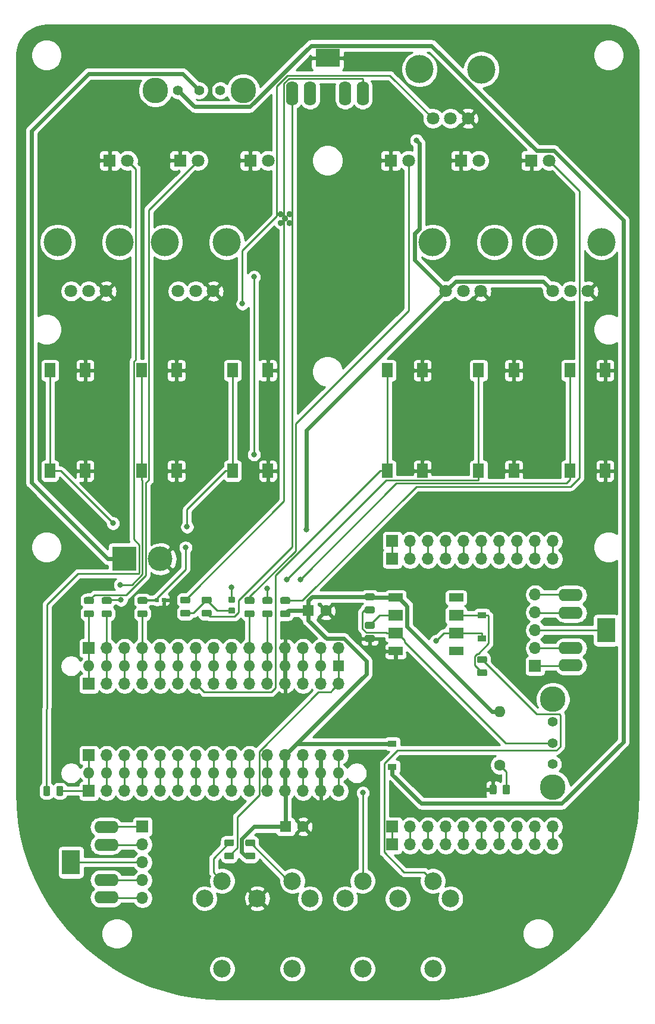
<source format=gbr>
G04 #@! TF.GenerationSoftware,KiCad,Pcbnew,(5.1.5)-3*
G04 #@! TF.CreationDate,2021-09-02T10:53:32+01:00*
G04 #@! TF.ProjectId,drumkid,6472756d-6b69-4642-9e6b-696361645f70,rev?*
G04 #@! TF.SameCoordinates,Original*
G04 #@! TF.FileFunction,Copper,L2,Bot*
G04 #@! TF.FilePolarity,Positive*
%FSLAX46Y46*%
G04 Gerber Fmt 4.6, Leading zero omitted, Abs format (unit mm)*
G04 Created by KiCad (PCBNEW (5.1.5)-3) date 2021-09-02 10:53:32*
%MOMM*%
%LPD*%
G04 APERTURE LIST*
%ADD10C,0.010000*%
%ADD11O,1.600000X1.600000*%
%ADD12C,1.600000*%
%ADD13C,0.100000*%
%ADD14R,1.500000X2.000000*%
%ADD15R,1.600000X1.600000*%
%ADD16R,2.000000X1.170000*%
%ADD17R,2.000000X1.520000*%
%ADD18R,1.200000X0.900000*%
%ADD19O,1.700000X1.700000*%
%ADD20R,1.700000X1.700000*%
%ADD21O,3.500000X1.750000*%
%ADD22R,2.500000X3.500000*%
%ADD23C,3.653000*%
%ADD24C,1.400000*%
%ADD25R,1.800000X1.800000*%
%ADD26C,1.800000*%
%ADD27C,2.499360*%
%ADD28R,3.500000X2.500000*%
%ADD29O,1.750000X3.500000*%
%ADD30C,4.000000*%
%ADD31R,3.500120X3.500120*%
%ADD32C,3.500120*%
%ADD33C,0.800000*%
%ADD34C,0.625000*%
%ADD35C,0.250000*%
%ADD36C,0.254000*%
G04 APERTURE END LIST*
D10*
G36*
X93246619Y-57216343D02*
G01*
X93207834Y-57219766D01*
X93175490Y-57227226D01*
X93141778Y-57240160D01*
X93125259Y-57247605D01*
X93054349Y-57290460D01*
X92994428Y-57346757D01*
X92949640Y-57412020D01*
X92930265Y-57458204D01*
X92916933Y-57523445D01*
X92913384Y-57597017D01*
X92919209Y-57670822D01*
X92933996Y-57736763D01*
X92945925Y-57767002D01*
X92992869Y-57839287D01*
X93056270Y-57898428D01*
X93133628Y-57942613D01*
X93222443Y-57970031D01*
X93227581Y-57971012D01*
X93267398Y-57977959D01*
X93296333Y-57980925D01*
X93323818Y-57979936D01*
X93359285Y-57975021D01*
X93380816Y-57971459D01*
X93464566Y-57947374D01*
X93541076Y-57905987D01*
X93606153Y-57850320D01*
X93655605Y-57783395D01*
X93664085Y-57767229D01*
X93677003Y-57737309D01*
X93685074Y-57707573D01*
X93689396Y-57671327D01*
X93691071Y-57621876D01*
X93691227Y-57602043D01*
X93690806Y-57548630D01*
X93688201Y-57510377D01*
X93682209Y-57480378D01*
X93671625Y-57451727D01*
X93661100Y-57429306D01*
X93615358Y-57359435D01*
X93552683Y-57298174D01*
X93477851Y-57250066D01*
X93467238Y-57244901D01*
X93433222Y-57230423D01*
X93401845Y-57221588D01*
X93365600Y-57217079D01*
X93316975Y-57215581D01*
X93299652Y-57215521D01*
X93246619Y-57216343D01*
G37*
X93246619Y-57216343D02*
X93207834Y-57219766D01*
X93175490Y-57227226D01*
X93141778Y-57240160D01*
X93125259Y-57247605D01*
X93054349Y-57290460D01*
X92994428Y-57346757D01*
X92949640Y-57412020D01*
X92930265Y-57458204D01*
X92916933Y-57523445D01*
X92913384Y-57597017D01*
X92919209Y-57670822D01*
X92933996Y-57736763D01*
X92945925Y-57767002D01*
X92992869Y-57839287D01*
X93056270Y-57898428D01*
X93133628Y-57942613D01*
X93222443Y-57970031D01*
X93227581Y-57971012D01*
X93267398Y-57977959D01*
X93296333Y-57980925D01*
X93323818Y-57979936D01*
X93359285Y-57975021D01*
X93380816Y-57971459D01*
X93464566Y-57947374D01*
X93541076Y-57905987D01*
X93606153Y-57850320D01*
X93655605Y-57783395D01*
X93664085Y-57767229D01*
X93677003Y-57737309D01*
X93685074Y-57707573D01*
X93689396Y-57671327D01*
X93691071Y-57621876D01*
X93691227Y-57602043D01*
X93690806Y-57548630D01*
X93688201Y-57510377D01*
X93682209Y-57480378D01*
X93671625Y-57451727D01*
X93661100Y-57429306D01*
X93615358Y-57359435D01*
X93552683Y-57298174D01*
X93477851Y-57250066D01*
X93467238Y-57244901D01*
X93433222Y-57230423D01*
X93401845Y-57221588D01*
X93365600Y-57217079D01*
X93316975Y-57215581D01*
X93299652Y-57215521D01*
X93246619Y-57216343D01*
G36*
X94488812Y-57216152D02*
G01*
X94450600Y-57218908D01*
X94420357Y-57225085D01*
X94391031Y-57235982D01*
X94365489Y-57247985D01*
X94287069Y-57295768D01*
X94227819Y-57353383D01*
X94186846Y-57422294D01*
X94163256Y-57503966D01*
X94156140Y-57591000D01*
X94160660Y-57672577D01*
X94176560Y-57739785D01*
X94206015Y-57798332D01*
X94251197Y-57853926D01*
X94259523Y-57862421D01*
X94331509Y-57919302D01*
X94413793Y-57957382D01*
X94504003Y-57975948D01*
X94599768Y-57974291D01*
X94622003Y-57971030D01*
X94699880Y-57949201D01*
X94772430Y-57912802D01*
X94834922Y-57865095D01*
X94882626Y-57809343D01*
X94899284Y-57779829D01*
X94926266Y-57700373D01*
X94937594Y-57614388D01*
X94933266Y-57528289D01*
X94913283Y-57448493D01*
X94899327Y-57416631D01*
X94865223Y-57366698D01*
X94815943Y-57316600D01*
X94757617Y-57271983D01*
X94715762Y-57247577D01*
X94683942Y-57232528D01*
X94656019Y-57223072D01*
X94625097Y-57217938D01*
X94584280Y-57215851D01*
X94542043Y-57215521D01*
X94488812Y-57216152D01*
G37*
X94488812Y-57216152D02*
X94450600Y-57218908D01*
X94420357Y-57225085D01*
X94391031Y-57235982D01*
X94365489Y-57247985D01*
X94287069Y-57295768D01*
X94227819Y-57353383D01*
X94186846Y-57422294D01*
X94163256Y-57503966D01*
X94156140Y-57591000D01*
X94160660Y-57672577D01*
X94176560Y-57739785D01*
X94206015Y-57798332D01*
X94251197Y-57853926D01*
X94259523Y-57862421D01*
X94331509Y-57919302D01*
X94413793Y-57957382D01*
X94504003Y-57975948D01*
X94599768Y-57974291D01*
X94622003Y-57971030D01*
X94699880Y-57949201D01*
X94772430Y-57912802D01*
X94834922Y-57865095D01*
X94882626Y-57809343D01*
X94899284Y-57779829D01*
X94926266Y-57700373D01*
X94937594Y-57614388D01*
X94933266Y-57528289D01*
X94913283Y-57448493D01*
X94899327Y-57416631D01*
X94865223Y-57366698D01*
X94815943Y-57316600D01*
X94757617Y-57271983D01*
X94715762Y-57247577D01*
X94683942Y-57232528D01*
X94656019Y-57223072D01*
X94625097Y-57217938D01*
X94584280Y-57215851D01*
X94542043Y-57215521D01*
X94488812Y-57216152D01*
G36*
X93829731Y-57841204D02*
G01*
X93800727Y-57849018D01*
X93712610Y-57886132D01*
X93641541Y-57937157D01*
X93587924Y-58001485D01*
X93552161Y-58078504D01*
X93534658Y-58167608D01*
X93534315Y-58250696D01*
X93550899Y-58338643D01*
X93586214Y-58418042D01*
X93638204Y-58486130D01*
X93704812Y-58540145D01*
X93775201Y-58574315D01*
X93830989Y-58588138D01*
X93897593Y-58595687D01*
X93964459Y-58596272D01*
X94016927Y-58590111D01*
X94101646Y-58562182D01*
X94176286Y-58517380D01*
X94237718Y-58458275D01*
X94282815Y-58387436D01*
X94293122Y-58363146D01*
X94310250Y-58295077D01*
X94315666Y-58218729D01*
X94309691Y-58142002D01*
X94292651Y-58072795D01*
X94280011Y-58043339D01*
X94230602Y-57970396D01*
X94166379Y-57911306D01*
X94090763Y-57867457D01*
X94007170Y-57840232D01*
X93919020Y-57831019D01*
X93829731Y-57841204D01*
G37*
X93829731Y-57841204D02*
X93800727Y-57849018D01*
X93712610Y-57886132D01*
X93641541Y-57937157D01*
X93587924Y-58001485D01*
X93552161Y-58078504D01*
X93534658Y-58167608D01*
X93534315Y-58250696D01*
X93550899Y-58338643D01*
X93586214Y-58418042D01*
X93638204Y-58486130D01*
X93704812Y-58540145D01*
X93775201Y-58574315D01*
X93830989Y-58588138D01*
X93897593Y-58595687D01*
X93964459Y-58596272D01*
X94016927Y-58590111D01*
X94101646Y-58562182D01*
X94176286Y-58517380D01*
X94237718Y-58458275D01*
X94282815Y-58387436D01*
X94293122Y-58363146D01*
X94310250Y-58295077D01*
X94315666Y-58218729D01*
X94309691Y-58142002D01*
X94292651Y-58072795D01*
X94280011Y-58043339D01*
X94230602Y-57970396D01*
X94166379Y-57911306D01*
X94090763Y-57867457D01*
X94007170Y-57840232D01*
X93919020Y-57831019D01*
X93829731Y-57841204D01*
G36*
X93299652Y-58454081D02*
G01*
X93201462Y-58464141D01*
X93115160Y-58492141D01*
X93041552Y-58537703D01*
X92981449Y-58600447D01*
X92978474Y-58604497D01*
X92940521Y-58674276D01*
X92918682Y-58753166D01*
X92912538Y-58836611D01*
X92921671Y-58920058D01*
X92945665Y-58998952D01*
X92984100Y-59068739D01*
X93025329Y-59115280D01*
X93098223Y-59166761D01*
X93181631Y-59201032D01*
X93271268Y-59217276D01*
X93362848Y-59214678D01*
X93444548Y-59195147D01*
X93530575Y-59155189D01*
X93598904Y-59102067D01*
X93649299Y-59036145D01*
X93681524Y-58957782D01*
X93695343Y-58867340D01*
X93694949Y-58811455D01*
X93679881Y-58720708D01*
X93645878Y-58641317D01*
X93593005Y-58573373D01*
X93521326Y-58516969D01*
X93467521Y-58487857D01*
X93426877Y-58470114D01*
X93393097Y-58459780D01*
X93357077Y-58455022D01*
X93309714Y-58454010D01*
X93299652Y-58454081D01*
G37*
X93299652Y-58454081D02*
X93201462Y-58464141D01*
X93115160Y-58492141D01*
X93041552Y-58537703D01*
X92981449Y-58600447D01*
X92978474Y-58604497D01*
X92940521Y-58674276D01*
X92918682Y-58753166D01*
X92912538Y-58836611D01*
X92921671Y-58920058D01*
X92945665Y-58998952D01*
X92984100Y-59068739D01*
X93025329Y-59115280D01*
X93098223Y-59166761D01*
X93181631Y-59201032D01*
X93271268Y-59217276D01*
X93362848Y-59214678D01*
X93444548Y-59195147D01*
X93530575Y-59155189D01*
X93598904Y-59102067D01*
X93649299Y-59036145D01*
X93681524Y-58957782D01*
X93695343Y-58867340D01*
X93694949Y-58811455D01*
X93679881Y-58720708D01*
X93645878Y-58641317D01*
X93593005Y-58573373D01*
X93521326Y-58516969D01*
X93467521Y-58487857D01*
X93426877Y-58470114D01*
X93393097Y-58459780D01*
X93357077Y-58455022D01*
X93309714Y-58454010D01*
X93299652Y-58454081D01*
G36*
X94435482Y-58464478D02*
G01*
X94352062Y-58496439D01*
X94275490Y-58547297D01*
X94250422Y-58570039D01*
X94202335Y-58631186D01*
X94171585Y-58703804D01*
X94157561Y-58789537D01*
X94156493Y-58822347D01*
X94157942Y-58872365D01*
X94162092Y-58919831D01*
X94168114Y-58955890D01*
X94169497Y-58961044D01*
X94202691Y-59035580D01*
X94253012Y-59099628D01*
X94317373Y-59151604D01*
X94392688Y-59189918D01*
X94475868Y-59212985D01*
X94563828Y-59219218D01*
X94649762Y-59207923D01*
X94725029Y-59180698D01*
X94794565Y-59137721D01*
X94853909Y-59082846D01*
X94898600Y-59019928D01*
X94917725Y-58976400D01*
X94932940Y-58906416D01*
X94937078Y-58828014D01*
X94930114Y-58751337D01*
X94918415Y-58703502D01*
X94891309Y-58647334D01*
X94848379Y-58589971D01*
X94844147Y-58585274D01*
X94774124Y-58523973D01*
X94695070Y-58481162D01*
X94610162Y-58456921D01*
X94522574Y-58451333D01*
X94435482Y-58464478D01*
G37*
X94435482Y-58464478D02*
X94352062Y-58496439D01*
X94275490Y-58547297D01*
X94250422Y-58570039D01*
X94202335Y-58631186D01*
X94171585Y-58703804D01*
X94157561Y-58789537D01*
X94156493Y-58822347D01*
X94157942Y-58872365D01*
X94162092Y-58919831D01*
X94168114Y-58955890D01*
X94169497Y-58961044D01*
X94202691Y-59035580D01*
X94253012Y-59099628D01*
X94317373Y-59151604D01*
X94392688Y-59189918D01*
X94475868Y-59212985D01*
X94563828Y-59219218D01*
X94649762Y-59207923D01*
X94725029Y-59180698D01*
X94794565Y-59137721D01*
X94853909Y-59082846D01*
X94898600Y-59019928D01*
X94917725Y-58976400D01*
X94932940Y-58906416D01*
X94937078Y-58828014D01*
X94930114Y-58751337D01*
X94918415Y-58703502D01*
X94891309Y-58647334D01*
X94848379Y-58589971D01*
X94844147Y-58585274D01*
X94774124Y-58523973D01*
X94695070Y-58481162D01*
X94610162Y-58456921D01*
X94522574Y-58451333D01*
X94435482Y-58464478D01*
D11*
X124500000Y-128380000D03*
D12*
X124500000Y-136000000D03*
G04 #@! TA.AperFunction,SMDPad,CuDef*
D13*
G36*
X125705142Y-138801174D02*
G01*
X125728803Y-138804684D01*
X125752007Y-138810496D01*
X125774529Y-138818554D01*
X125796153Y-138828782D01*
X125816670Y-138841079D01*
X125835883Y-138855329D01*
X125853607Y-138871393D01*
X125869671Y-138889117D01*
X125883921Y-138908330D01*
X125896218Y-138928847D01*
X125906446Y-138950471D01*
X125914504Y-138972993D01*
X125920316Y-138996197D01*
X125923826Y-139019858D01*
X125925000Y-139043750D01*
X125925000Y-139956250D01*
X125923826Y-139980142D01*
X125920316Y-140003803D01*
X125914504Y-140027007D01*
X125906446Y-140049529D01*
X125896218Y-140071153D01*
X125883921Y-140091670D01*
X125869671Y-140110883D01*
X125853607Y-140128607D01*
X125835883Y-140144671D01*
X125816670Y-140158921D01*
X125796153Y-140171218D01*
X125774529Y-140181446D01*
X125752007Y-140189504D01*
X125728803Y-140195316D01*
X125705142Y-140198826D01*
X125681250Y-140200000D01*
X125193750Y-140200000D01*
X125169858Y-140198826D01*
X125146197Y-140195316D01*
X125122993Y-140189504D01*
X125100471Y-140181446D01*
X125078847Y-140171218D01*
X125058330Y-140158921D01*
X125039117Y-140144671D01*
X125021393Y-140128607D01*
X125005329Y-140110883D01*
X124991079Y-140091670D01*
X124978782Y-140071153D01*
X124968554Y-140049529D01*
X124960496Y-140027007D01*
X124954684Y-140003803D01*
X124951174Y-139980142D01*
X124950000Y-139956250D01*
X124950000Y-139043750D01*
X124951174Y-139019858D01*
X124954684Y-138996197D01*
X124960496Y-138972993D01*
X124968554Y-138950471D01*
X124978782Y-138928847D01*
X124991079Y-138908330D01*
X125005329Y-138889117D01*
X125021393Y-138871393D01*
X125039117Y-138855329D01*
X125058330Y-138841079D01*
X125078847Y-138828782D01*
X125100471Y-138818554D01*
X125122993Y-138810496D01*
X125146197Y-138804684D01*
X125169858Y-138801174D01*
X125193750Y-138800000D01*
X125681250Y-138800000D01*
X125705142Y-138801174D01*
G37*
G04 #@! TD.AperFunction*
G04 #@! TA.AperFunction,SMDPad,CuDef*
G36*
X123830142Y-138801174D02*
G01*
X123853803Y-138804684D01*
X123877007Y-138810496D01*
X123899529Y-138818554D01*
X123921153Y-138828782D01*
X123941670Y-138841079D01*
X123960883Y-138855329D01*
X123978607Y-138871393D01*
X123994671Y-138889117D01*
X124008921Y-138908330D01*
X124021218Y-138928847D01*
X124031446Y-138950471D01*
X124039504Y-138972993D01*
X124045316Y-138996197D01*
X124048826Y-139019858D01*
X124050000Y-139043750D01*
X124050000Y-139956250D01*
X124048826Y-139980142D01*
X124045316Y-140003803D01*
X124039504Y-140027007D01*
X124031446Y-140049529D01*
X124021218Y-140071153D01*
X124008921Y-140091670D01*
X123994671Y-140110883D01*
X123978607Y-140128607D01*
X123960883Y-140144671D01*
X123941670Y-140158921D01*
X123921153Y-140171218D01*
X123899529Y-140181446D01*
X123877007Y-140189504D01*
X123853803Y-140195316D01*
X123830142Y-140198826D01*
X123806250Y-140200000D01*
X123318750Y-140200000D01*
X123294858Y-140198826D01*
X123271197Y-140195316D01*
X123247993Y-140189504D01*
X123225471Y-140181446D01*
X123203847Y-140171218D01*
X123183330Y-140158921D01*
X123164117Y-140144671D01*
X123146393Y-140128607D01*
X123130329Y-140110883D01*
X123116079Y-140091670D01*
X123103782Y-140071153D01*
X123093554Y-140049529D01*
X123085496Y-140027007D01*
X123079684Y-140003803D01*
X123076174Y-139980142D01*
X123075000Y-139956250D01*
X123075000Y-139043750D01*
X123076174Y-139019858D01*
X123079684Y-138996197D01*
X123085496Y-138972993D01*
X123093554Y-138950471D01*
X123103782Y-138928847D01*
X123116079Y-138908330D01*
X123130329Y-138889117D01*
X123146393Y-138871393D01*
X123164117Y-138855329D01*
X123183330Y-138841079D01*
X123203847Y-138828782D01*
X123225471Y-138818554D01*
X123247993Y-138810496D01*
X123271197Y-138804684D01*
X123294858Y-138801174D01*
X123318750Y-138800000D01*
X123806250Y-138800000D01*
X123830142Y-138801174D01*
G37*
G04 #@! TD.AperFunction*
D14*
X139500000Y-94150000D03*
X139500000Y-79850000D03*
X134500000Y-79850000D03*
X134500000Y-94150000D03*
X65500000Y-94150000D03*
X65500000Y-79850000D03*
X60500000Y-79850000D03*
X60500000Y-94150000D03*
X78500000Y-94150000D03*
X78500000Y-79850000D03*
X73500000Y-79850000D03*
X73500000Y-94150000D03*
X91500000Y-94150000D03*
X91500000Y-79850000D03*
X86500000Y-79850000D03*
X86500000Y-94150000D03*
X113500000Y-94150000D03*
X113500000Y-79850000D03*
X108500000Y-79850000D03*
X108500000Y-94150000D03*
X126500000Y-94150000D03*
X126500000Y-79850000D03*
X121500000Y-79850000D03*
X121500000Y-94150000D03*
D12*
X99782000Y-114046000D03*
D15*
X97282000Y-114046000D03*
D12*
X96520000Y-144780000D03*
D15*
X94020000Y-144780000D03*
D16*
X109700000Y-112190000D03*
D17*
X109700000Y-114730000D03*
D16*
X109700000Y-119810000D03*
X118300000Y-119810000D03*
D17*
X118300000Y-117270000D03*
X118300000Y-114730000D03*
D16*
X118300000Y-112190000D03*
D17*
X109700000Y-117270000D03*
G04 #@! TA.AperFunction,SMDPad,CuDef*
D13*
G36*
X74140142Y-113989174D02*
G01*
X74163803Y-113992684D01*
X74187007Y-113998496D01*
X74209529Y-114006554D01*
X74231153Y-114016782D01*
X74251670Y-114029079D01*
X74270883Y-114043329D01*
X74288607Y-114059393D01*
X74304671Y-114077117D01*
X74318921Y-114096330D01*
X74331218Y-114116847D01*
X74341446Y-114138471D01*
X74349504Y-114160993D01*
X74355316Y-114184197D01*
X74358826Y-114207858D01*
X74360000Y-114231750D01*
X74360000Y-114719250D01*
X74358826Y-114743142D01*
X74355316Y-114766803D01*
X74349504Y-114790007D01*
X74341446Y-114812529D01*
X74331218Y-114834153D01*
X74318921Y-114854670D01*
X74304671Y-114873883D01*
X74288607Y-114891607D01*
X74270883Y-114907671D01*
X74251670Y-114921921D01*
X74231153Y-114934218D01*
X74209529Y-114944446D01*
X74187007Y-114952504D01*
X74163803Y-114958316D01*
X74140142Y-114961826D01*
X74116250Y-114963000D01*
X73203750Y-114963000D01*
X73179858Y-114961826D01*
X73156197Y-114958316D01*
X73132993Y-114952504D01*
X73110471Y-114944446D01*
X73088847Y-114934218D01*
X73068330Y-114921921D01*
X73049117Y-114907671D01*
X73031393Y-114891607D01*
X73015329Y-114873883D01*
X73001079Y-114854670D01*
X72988782Y-114834153D01*
X72978554Y-114812529D01*
X72970496Y-114790007D01*
X72964684Y-114766803D01*
X72961174Y-114743142D01*
X72960000Y-114719250D01*
X72960000Y-114231750D01*
X72961174Y-114207858D01*
X72964684Y-114184197D01*
X72970496Y-114160993D01*
X72978554Y-114138471D01*
X72988782Y-114116847D01*
X73001079Y-114096330D01*
X73015329Y-114077117D01*
X73031393Y-114059393D01*
X73049117Y-114043329D01*
X73068330Y-114029079D01*
X73088847Y-114016782D01*
X73110471Y-114006554D01*
X73132993Y-113998496D01*
X73156197Y-113992684D01*
X73179858Y-113989174D01*
X73203750Y-113988000D01*
X74116250Y-113988000D01*
X74140142Y-113989174D01*
G37*
G04 #@! TD.AperFunction*
G04 #@! TA.AperFunction,SMDPad,CuDef*
G36*
X74140142Y-112114174D02*
G01*
X74163803Y-112117684D01*
X74187007Y-112123496D01*
X74209529Y-112131554D01*
X74231153Y-112141782D01*
X74251670Y-112154079D01*
X74270883Y-112168329D01*
X74288607Y-112184393D01*
X74304671Y-112202117D01*
X74318921Y-112221330D01*
X74331218Y-112241847D01*
X74341446Y-112263471D01*
X74349504Y-112285993D01*
X74355316Y-112309197D01*
X74358826Y-112332858D01*
X74360000Y-112356750D01*
X74360000Y-112844250D01*
X74358826Y-112868142D01*
X74355316Y-112891803D01*
X74349504Y-112915007D01*
X74341446Y-112937529D01*
X74331218Y-112959153D01*
X74318921Y-112979670D01*
X74304671Y-112998883D01*
X74288607Y-113016607D01*
X74270883Y-113032671D01*
X74251670Y-113046921D01*
X74231153Y-113059218D01*
X74209529Y-113069446D01*
X74187007Y-113077504D01*
X74163803Y-113083316D01*
X74140142Y-113086826D01*
X74116250Y-113088000D01*
X73203750Y-113088000D01*
X73179858Y-113086826D01*
X73156197Y-113083316D01*
X73132993Y-113077504D01*
X73110471Y-113069446D01*
X73088847Y-113059218D01*
X73068330Y-113046921D01*
X73049117Y-113032671D01*
X73031393Y-113016607D01*
X73015329Y-112998883D01*
X73001079Y-112979670D01*
X72988782Y-112959153D01*
X72978554Y-112937529D01*
X72970496Y-112915007D01*
X72964684Y-112891803D01*
X72961174Y-112868142D01*
X72960000Y-112844250D01*
X72960000Y-112356750D01*
X72961174Y-112332858D01*
X72964684Y-112309197D01*
X72970496Y-112285993D01*
X72978554Y-112263471D01*
X72988782Y-112241847D01*
X73001079Y-112221330D01*
X73015329Y-112202117D01*
X73031393Y-112184393D01*
X73049117Y-112168329D01*
X73068330Y-112154079D01*
X73088847Y-112141782D01*
X73110471Y-112131554D01*
X73132993Y-112123496D01*
X73156197Y-112117684D01*
X73179858Y-112114174D01*
X73203750Y-112113000D01*
X74116250Y-112113000D01*
X74140142Y-112114174D01*
G37*
G04 #@! TD.AperFunction*
G04 #@! TA.AperFunction,SMDPad,CuDef*
G36*
X83284142Y-112035674D02*
G01*
X83307803Y-112039184D01*
X83331007Y-112044996D01*
X83353529Y-112053054D01*
X83375153Y-112063282D01*
X83395670Y-112075579D01*
X83414883Y-112089829D01*
X83432607Y-112105893D01*
X83448671Y-112123617D01*
X83462921Y-112142830D01*
X83475218Y-112163347D01*
X83485446Y-112184971D01*
X83493504Y-112207493D01*
X83499316Y-112230697D01*
X83502826Y-112254358D01*
X83504000Y-112278250D01*
X83504000Y-112765750D01*
X83502826Y-112789642D01*
X83499316Y-112813303D01*
X83493504Y-112836507D01*
X83485446Y-112859029D01*
X83475218Y-112880653D01*
X83462921Y-112901170D01*
X83448671Y-112920383D01*
X83432607Y-112938107D01*
X83414883Y-112954171D01*
X83395670Y-112968421D01*
X83375153Y-112980718D01*
X83353529Y-112990946D01*
X83331007Y-112999004D01*
X83307803Y-113004816D01*
X83284142Y-113008326D01*
X83260250Y-113009500D01*
X82347750Y-113009500D01*
X82323858Y-113008326D01*
X82300197Y-113004816D01*
X82276993Y-112999004D01*
X82254471Y-112990946D01*
X82232847Y-112980718D01*
X82212330Y-112968421D01*
X82193117Y-112954171D01*
X82175393Y-112938107D01*
X82159329Y-112920383D01*
X82145079Y-112901170D01*
X82132782Y-112880653D01*
X82122554Y-112859029D01*
X82114496Y-112836507D01*
X82108684Y-112813303D01*
X82105174Y-112789642D01*
X82104000Y-112765750D01*
X82104000Y-112278250D01*
X82105174Y-112254358D01*
X82108684Y-112230697D01*
X82114496Y-112207493D01*
X82122554Y-112184971D01*
X82132782Y-112163347D01*
X82145079Y-112142830D01*
X82159329Y-112123617D01*
X82175393Y-112105893D01*
X82193117Y-112089829D01*
X82212330Y-112075579D01*
X82232847Y-112063282D01*
X82254471Y-112053054D01*
X82276993Y-112044996D01*
X82300197Y-112039184D01*
X82323858Y-112035674D01*
X82347750Y-112034500D01*
X83260250Y-112034500D01*
X83284142Y-112035674D01*
G37*
G04 #@! TD.AperFunction*
G04 #@! TA.AperFunction,SMDPad,CuDef*
G36*
X83284142Y-113910674D02*
G01*
X83307803Y-113914184D01*
X83331007Y-113919996D01*
X83353529Y-113928054D01*
X83375153Y-113938282D01*
X83395670Y-113950579D01*
X83414883Y-113964829D01*
X83432607Y-113980893D01*
X83448671Y-113998617D01*
X83462921Y-114017830D01*
X83475218Y-114038347D01*
X83485446Y-114059971D01*
X83493504Y-114082493D01*
X83499316Y-114105697D01*
X83502826Y-114129358D01*
X83504000Y-114153250D01*
X83504000Y-114640750D01*
X83502826Y-114664642D01*
X83499316Y-114688303D01*
X83493504Y-114711507D01*
X83485446Y-114734029D01*
X83475218Y-114755653D01*
X83462921Y-114776170D01*
X83448671Y-114795383D01*
X83432607Y-114813107D01*
X83414883Y-114829171D01*
X83395670Y-114843421D01*
X83375153Y-114855718D01*
X83353529Y-114865946D01*
X83331007Y-114874004D01*
X83307803Y-114879816D01*
X83284142Y-114883326D01*
X83260250Y-114884500D01*
X82347750Y-114884500D01*
X82323858Y-114883326D01*
X82300197Y-114879816D01*
X82276993Y-114874004D01*
X82254471Y-114865946D01*
X82232847Y-114855718D01*
X82212330Y-114843421D01*
X82193117Y-114829171D01*
X82175393Y-114813107D01*
X82159329Y-114795383D01*
X82145079Y-114776170D01*
X82132782Y-114755653D01*
X82122554Y-114734029D01*
X82114496Y-114711507D01*
X82108684Y-114688303D01*
X82105174Y-114664642D01*
X82104000Y-114640750D01*
X82104000Y-114153250D01*
X82105174Y-114129358D01*
X82108684Y-114105697D01*
X82114496Y-114082493D01*
X82122554Y-114059971D01*
X82132782Y-114038347D01*
X82145079Y-114017830D01*
X82159329Y-113998617D01*
X82175393Y-113980893D01*
X82193117Y-113964829D01*
X82212330Y-113950579D01*
X82232847Y-113938282D01*
X82254471Y-113928054D01*
X82276993Y-113919996D01*
X82300197Y-113914184D01*
X82323858Y-113910674D01*
X82347750Y-113909500D01*
X83260250Y-113909500D01*
X83284142Y-113910674D01*
G37*
G04 #@! TD.AperFunction*
G04 #@! TA.AperFunction,SMDPad,CuDef*
G36*
X80236142Y-113910674D02*
G01*
X80259803Y-113914184D01*
X80283007Y-113919996D01*
X80305529Y-113928054D01*
X80327153Y-113938282D01*
X80347670Y-113950579D01*
X80366883Y-113964829D01*
X80384607Y-113980893D01*
X80400671Y-113998617D01*
X80414921Y-114017830D01*
X80427218Y-114038347D01*
X80437446Y-114059971D01*
X80445504Y-114082493D01*
X80451316Y-114105697D01*
X80454826Y-114129358D01*
X80456000Y-114153250D01*
X80456000Y-114640750D01*
X80454826Y-114664642D01*
X80451316Y-114688303D01*
X80445504Y-114711507D01*
X80437446Y-114734029D01*
X80427218Y-114755653D01*
X80414921Y-114776170D01*
X80400671Y-114795383D01*
X80384607Y-114813107D01*
X80366883Y-114829171D01*
X80347670Y-114843421D01*
X80327153Y-114855718D01*
X80305529Y-114865946D01*
X80283007Y-114874004D01*
X80259803Y-114879816D01*
X80236142Y-114883326D01*
X80212250Y-114884500D01*
X79299750Y-114884500D01*
X79275858Y-114883326D01*
X79252197Y-114879816D01*
X79228993Y-114874004D01*
X79206471Y-114865946D01*
X79184847Y-114855718D01*
X79164330Y-114843421D01*
X79145117Y-114829171D01*
X79127393Y-114813107D01*
X79111329Y-114795383D01*
X79097079Y-114776170D01*
X79084782Y-114755653D01*
X79074554Y-114734029D01*
X79066496Y-114711507D01*
X79060684Y-114688303D01*
X79057174Y-114664642D01*
X79056000Y-114640750D01*
X79056000Y-114153250D01*
X79057174Y-114129358D01*
X79060684Y-114105697D01*
X79066496Y-114082493D01*
X79074554Y-114059971D01*
X79084782Y-114038347D01*
X79097079Y-114017830D01*
X79111329Y-113998617D01*
X79127393Y-113980893D01*
X79145117Y-113964829D01*
X79164330Y-113950579D01*
X79184847Y-113938282D01*
X79206471Y-113928054D01*
X79228993Y-113919996D01*
X79252197Y-113914184D01*
X79275858Y-113910674D01*
X79299750Y-113909500D01*
X80212250Y-113909500D01*
X80236142Y-113910674D01*
G37*
G04 #@! TD.AperFunction*
G04 #@! TA.AperFunction,SMDPad,CuDef*
G36*
X80236142Y-112035674D02*
G01*
X80259803Y-112039184D01*
X80283007Y-112044996D01*
X80305529Y-112053054D01*
X80327153Y-112063282D01*
X80347670Y-112075579D01*
X80366883Y-112089829D01*
X80384607Y-112105893D01*
X80400671Y-112123617D01*
X80414921Y-112142830D01*
X80427218Y-112163347D01*
X80437446Y-112184971D01*
X80445504Y-112207493D01*
X80451316Y-112230697D01*
X80454826Y-112254358D01*
X80456000Y-112278250D01*
X80456000Y-112765750D01*
X80454826Y-112789642D01*
X80451316Y-112813303D01*
X80445504Y-112836507D01*
X80437446Y-112859029D01*
X80427218Y-112880653D01*
X80414921Y-112901170D01*
X80400671Y-112920383D01*
X80384607Y-112938107D01*
X80366883Y-112954171D01*
X80347670Y-112968421D01*
X80327153Y-112980718D01*
X80305529Y-112990946D01*
X80283007Y-112999004D01*
X80259803Y-113004816D01*
X80236142Y-113008326D01*
X80212250Y-113009500D01*
X79299750Y-113009500D01*
X79275858Y-113008326D01*
X79252197Y-113004816D01*
X79228993Y-112999004D01*
X79206471Y-112990946D01*
X79184847Y-112980718D01*
X79164330Y-112968421D01*
X79145117Y-112954171D01*
X79127393Y-112938107D01*
X79111329Y-112920383D01*
X79097079Y-112901170D01*
X79084782Y-112880653D01*
X79074554Y-112859029D01*
X79066496Y-112836507D01*
X79060684Y-112813303D01*
X79057174Y-112789642D01*
X79056000Y-112765750D01*
X79056000Y-112278250D01*
X79057174Y-112254358D01*
X79060684Y-112230697D01*
X79066496Y-112207493D01*
X79074554Y-112184971D01*
X79084782Y-112163347D01*
X79097079Y-112142830D01*
X79111329Y-112123617D01*
X79127393Y-112105893D01*
X79145117Y-112089829D01*
X79164330Y-112075579D01*
X79184847Y-112063282D01*
X79206471Y-112053054D01*
X79228993Y-112044996D01*
X79252197Y-112039184D01*
X79275858Y-112035674D01*
X79299750Y-112034500D01*
X80212250Y-112034500D01*
X80236142Y-112035674D01*
G37*
G04 #@! TD.AperFunction*
G04 #@! TA.AperFunction,SMDPad,CuDef*
G36*
X89480142Y-148451174D02*
G01*
X89503803Y-148454684D01*
X89527007Y-148460496D01*
X89549529Y-148468554D01*
X89571153Y-148478782D01*
X89591670Y-148491079D01*
X89610883Y-148505329D01*
X89628607Y-148521393D01*
X89644671Y-148539117D01*
X89658921Y-148558330D01*
X89671218Y-148578847D01*
X89681446Y-148600471D01*
X89689504Y-148622993D01*
X89695316Y-148646197D01*
X89698826Y-148669858D01*
X89700000Y-148693750D01*
X89700000Y-149181250D01*
X89698826Y-149205142D01*
X89695316Y-149228803D01*
X89689504Y-149252007D01*
X89681446Y-149274529D01*
X89671218Y-149296153D01*
X89658921Y-149316670D01*
X89644671Y-149335883D01*
X89628607Y-149353607D01*
X89610883Y-149369671D01*
X89591670Y-149383921D01*
X89571153Y-149396218D01*
X89549529Y-149406446D01*
X89527007Y-149414504D01*
X89503803Y-149420316D01*
X89480142Y-149423826D01*
X89456250Y-149425000D01*
X88543750Y-149425000D01*
X88519858Y-149423826D01*
X88496197Y-149420316D01*
X88472993Y-149414504D01*
X88450471Y-149406446D01*
X88428847Y-149396218D01*
X88408330Y-149383921D01*
X88389117Y-149369671D01*
X88371393Y-149353607D01*
X88355329Y-149335883D01*
X88341079Y-149316670D01*
X88328782Y-149296153D01*
X88318554Y-149274529D01*
X88310496Y-149252007D01*
X88304684Y-149228803D01*
X88301174Y-149205142D01*
X88300000Y-149181250D01*
X88300000Y-148693750D01*
X88301174Y-148669858D01*
X88304684Y-148646197D01*
X88310496Y-148622993D01*
X88318554Y-148600471D01*
X88328782Y-148578847D01*
X88341079Y-148558330D01*
X88355329Y-148539117D01*
X88371393Y-148521393D01*
X88389117Y-148505329D01*
X88408330Y-148491079D01*
X88428847Y-148478782D01*
X88450471Y-148468554D01*
X88472993Y-148460496D01*
X88496197Y-148454684D01*
X88519858Y-148451174D01*
X88543750Y-148450000D01*
X89456250Y-148450000D01*
X89480142Y-148451174D01*
G37*
G04 #@! TD.AperFunction*
G04 #@! TA.AperFunction,SMDPad,CuDef*
G36*
X89480142Y-146576174D02*
G01*
X89503803Y-146579684D01*
X89527007Y-146585496D01*
X89549529Y-146593554D01*
X89571153Y-146603782D01*
X89591670Y-146616079D01*
X89610883Y-146630329D01*
X89628607Y-146646393D01*
X89644671Y-146664117D01*
X89658921Y-146683330D01*
X89671218Y-146703847D01*
X89681446Y-146725471D01*
X89689504Y-146747993D01*
X89695316Y-146771197D01*
X89698826Y-146794858D01*
X89700000Y-146818750D01*
X89700000Y-147306250D01*
X89698826Y-147330142D01*
X89695316Y-147353803D01*
X89689504Y-147377007D01*
X89681446Y-147399529D01*
X89671218Y-147421153D01*
X89658921Y-147441670D01*
X89644671Y-147460883D01*
X89628607Y-147478607D01*
X89610883Y-147494671D01*
X89591670Y-147508921D01*
X89571153Y-147521218D01*
X89549529Y-147531446D01*
X89527007Y-147539504D01*
X89503803Y-147545316D01*
X89480142Y-147548826D01*
X89456250Y-147550000D01*
X88543750Y-147550000D01*
X88519858Y-147548826D01*
X88496197Y-147545316D01*
X88472993Y-147539504D01*
X88450471Y-147531446D01*
X88428847Y-147521218D01*
X88408330Y-147508921D01*
X88389117Y-147494671D01*
X88371393Y-147478607D01*
X88355329Y-147460883D01*
X88341079Y-147441670D01*
X88328782Y-147421153D01*
X88318554Y-147399529D01*
X88310496Y-147377007D01*
X88304684Y-147353803D01*
X88301174Y-147330142D01*
X88300000Y-147306250D01*
X88300000Y-146818750D01*
X88301174Y-146794858D01*
X88304684Y-146771197D01*
X88310496Y-146747993D01*
X88318554Y-146725471D01*
X88328782Y-146703847D01*
X88341079Y-146683330D01*
X88355329Y-146664117D01*
X88371393Y-146646393D01*
X88389117Y-146630329D01*
X88408330Y-146616079D01*
X88428847Y-146603782D01*
X88450471Y-146593554D01*
X88472993Y-146585496D01*
X88496197Y-146579684D01*
X88519858Y-146576174D01*
X88543750Y-146575000D01*
X89456250Y-146575000D01*
X89480142Y-146576174D01*
G37*
G04 #@! TD.AperFunction*
G04 #@! TA.AperFunction,SMDPad,CuDef*
G36*
X86480142Y-148451174D02*
G01*
X86503803Y-148454684D01*
X86527007Y-148460496D01*
X86549529Y-148468554D01*
X86571153Y-148478782D01*
X86591670Y-148491079D01*
X86610883Y-148505329D01*
X86628607Y-148521393D01*
X86644671Y-148539117D01*
X86658921Y-148558330D01*
X86671218Y-148578847D01*
X86681446Y-148600471D01*
X86689504Y-148622993D01*
X86695316Y-148646197D01*
X86698826Y-148669858D01*
X86700000Y-148693750D01*
X86700000Y-149181250D01*
X86698826Y-149205142D01*
X86695316Y-149228803D01*
X86689504Y-149252007D01*
X86681446Y-149274529D01*
X86671218Y-149296153D01*
X86658921Y-149316670D01*
X86644671Y-149335883D01*
X86628607Y-149353607D01*
X86610883Y-149369671D01*
X86591670Y-149383921D01*
X86571153Y-149396218D01*
X86549529Y-149406446D01*
X86527007Y-149414504D01*
X86503803Y-149420316D01*
X86480142Y-149423826D01*
X86456250Y-149425000D01*
X85543750Y-149425000D01*
X85519858Y-149423826D01*
X85496197Y-149420316D01*
X85472993Y-149414504D01*
X85450471Y-149406446D01*
X85428847Y-149396218D01*
X85408330Y-149383921D01*
X85389117Y-149369671D01*
X85371393Y-149353607D01*
X85355329Y-149335883D01*
X85341079Y-149316670D01*
X85328782Y-149296153D01*
X85318554Y-149274529D01*
X85310496Y-149252007D01*
X85304684Y-149228803D01*
X85301174Y-149205142D01*
X85300000Y-149181250D01*
X85300000Y-148693750D01*
X85301174Y-148669858D01*
X85304684Y-148646197D01*
X85310496Y-148622993D01*
X85318554Y-148600471D01*
X85328782Y-148578847D01*
X85341079Y-148558330D01*
X85355329Y-148539117D01*
X85371393Y-148521393D01*
X85389117Y-148505329D01*
X85408330Y-148491079D01*
X85428847Y-148478782D01*
X85450471Y-148468554D01*
X85472993Y-148460496D01*
X85496197Y-148454684D01*
X85519858Y-148451174D01*
X85543750Y-148450000D01*
X86456250Y-148450000D01*
X86480142Y-148451174D01*
G37*
G04 #@! TD.AperFunction*
G04 #@! TA.AperFunction,SMDPad,CuDef*
G36*
X86480142Y-146576174D02*
G01*
X86503803Y-146579684D01*
X86527007Y-146585496D01*
X86549529Y-146593554D01*
X86571153Y-146603782D01*
X86591670Y-146616079D01*
X86610883Y-146630329D01*
X86628607Y-146646393D01*
X86644671Y-146664117D01*
X86658921Y-146683330D01*
X86671218Y-146703847D01*
X86681446Y-146725471D01*
X86689504Y-146747993D01*
X86695316Y-146771197D01*
X86698826Y-146794858D01*
X86700000Y-146818750D01*
X86700000Y-147306250D01*
X86698826Y-147330142D01*
X86695316Y-147353803D01*
X86689504Y-147377007D01*
X86681446Y-147399529D01*
X86671218Y-147421153D01*
X86658921Y-147441670D01*
X86644671Y-147460883D01*
X86628607Y-147478607D01*
X86610883Y-147494671D01*
X86591670Y-147508921D01*
X86571153Y-147521218D01*
X86549529Y-147531446D01*
X86527007Y-147539504D01*
X86503803Y-147545316D01*
X86480142Y-147548826D01*
X86456250Y-147550000D01*
X85543750Y-147550000D01*
X85519858Y-147548826D01*
X85496197Y-147545316D01*
X85472993Y-147539504D01*
X85450471Y-147531446D01*
X85428847Y-147521218D01*
X85408330Y-147508921D01*
X85389117Y-147494671D01*
X85371393Y-147478607D01*
X85355329Y-147460883D01*
X85341079Y-147441670D01*
X85328782Y-147421153D01*
X85318554Y-147399529D01*
X85310496Y-147377007D01*
X85304684Y-147353803D01*
X85301174Y-147330142D01*
X85300000Y-147306250D01*
X85300000Y-146818750D01*
X85301174Y-146794858D01*
X85304684Y-146771197D01*
X85310496Y-146747993D01*
X85318554Y-146725471D01*
X85328782Y-146703847D01*
X85341079Y-146683330D01*
X85355329Y-146664117D01*
X85371393Y-146646393D01*
X85389117Y-146630329D01*
X85408330Y-146616079D01*
X85428847Y-146603782D01*
X85450471Y-146593554D01*
X85472993Y-146585496D01*
X85496197Y-146579684D01*
X85519858Y-146576174D01*
X85543750Y-146575000D01*
X86456250Y-146575000D01*
X86480142Y-146576174D01*
G37*
G04 #@! TD.AperFunction*
G04 #@! TA.AperFunction,SMDPad,CuDef*
G36*
X106480142Y-113451174D02*
G01*
X106503803Y-113454684D01*
X106527007Y-113460496D01*
X106549529Y-113468554D01*
X106571153Y-113478782D01*
X106591670Y-113491079D01*
X106610883Y-113505329D01*
X106628607Y-113521393D01*
X106644671Y-113539117D01*
X106658921Y-113558330D01*
X106671218Y-113578847D01*
X106681446Y-113600471D01*
X106689504Y-113622993D01*
X106695316Y-113646197D01*
X106698826Y-113669858D01*
X106700000Y-113693750D01*
X106700000Y-114181250D01*
X106698826Y-114205142D01*
X106695316Y-114228803D01*
X106689504Y-114252007D01*
X106681446Y-114274529D01*
X106671218Y-114296153D01*
X106658921Y-114316670D01*
X106644671Y-114335883D01*
X106628607Y-114353607D01*
X106610883Y-114369671D01*
X106591670Y-114383921D01*
X106571153Y-114396218D01*
X106549529Y-114406446D01*
X106527007Y-114414504D01*
X106503803Y-114420316D01*
X106480142Y-114423826D01*
X106456250Y-114425000D01*
X105543750Y-114425000D01*
X105519858Y-114423826D01*
X105496197Y-114420316D01*
X105472993Y-114414504D01*
X105450471Y-114406446D01*
X105428847Y-114396218D01*
X105408330Y-114383921D01*
X105389117Y-114369671D01*
X105371393Y-114353607D01*
X105355329Y-114335883D01*
X105341079Y-114316670D01*
X105328782Y-114296153D01*
X105318554Y-114274529D01*
X105310496Y-114252007D01*
X105304684Y-114228803D01*
X105301174Y-114205142D01*
X105300000Y-114181250D01*
X105300000Y-113693750D01*
X105301174Y-113669858D01*
X105304684Y-113646197D01*
X105310496Y-113622993D01*
X105318554Y-113600471D01*
X105328782Y-113578847D01*
X105341079Y-113558330D01*
X105355329Y-113539117D01*
X105371393Y-113521393D01*
X105389117Y-113505329D01*
X105408330Y-113491079D01*
X105428847Y-113478782D01*
X105450471Y-113468554D01*
X105472993Y-113460496D01*
X105496197Y-113454684D01*
X105519858Y-113451174D01*
X105543750Y-113450000D01*
X106456250Y-113450000D01*
X106480142Y-113451174D01*
G37*
G04 #@! TD.AperFunction*
G04 #@! TA.AperFunction,SMDPad,CuDef*
G36*
X106480142Y-111576174D02*
G01*
X106503803Y-111579684D01*
X106527007Y-111585496D01*
X106549529Y-111593554D01*
X106571153Y-111603782D01*
X106591670Y-111616079D01*
X106610883Y-111630329D01*
X106628607Y-111646393D01*
X106644671Y-111664117D01*
X106658921Y-111683330D01*
X106671218Y-111703847D01*
X106681446Y-111725471D01*
X106689504Y-111747993D01*
X106695316Y-111771197D01*
X106698826Y-111794858D01*
X106700000Y-111818750D01*
X106700000Y-112306250D01*
X106698826Y-112330142D01*
X106695316Y-112353803D01*
X106689504Y-112377007D01*
X106681446Y-112399529D01*
X106671218Y-112421153D01*
X106658921Y-112441670D01*
X106644671Y-112460883D01*
X106628607Y-112478607D01*
X106610883Y-112494671D01*
X106591670Y-112508921D01*
X106571153Y-112521218D01*
X106549529Y-112531446D01*
X106527007Y-112539504D01*
X106503803Y-112545316D01*
X106480142Y-112548826D01*
X106456250Y-112550000D01*
X105543750Y-112550000D01*
X105519858Y-112548826D01*
X105496197Y-112545316D01*
X105472993Y-112539504D01*
X105450471Y-112531446D01*
X105428847Y-112521218D01*
X105408330Y-112508921D01*
X105389117Y-112494671D01*
X105371393Y-112478607D01*
X105355329Y-112460883D01*
X105341079Y-112441670D01*
X105328782Y-112421153D01*
X105318554Y-112399529D01*
X105310496Y-112377007D01*
X105304684Y-112353803D01*
X105301174Y-112330142D01*
X105300000Y-112306250D01*
X105300000Y-111818750D01*
X105301174Y-111794858D01*
X105304684Y-111771197D01*
X105310496Y-111747993D01*
X105318554Y-111725471D01*
X105328782Y-111703847D01*
X105341079Y-111683330D01*
X105355329Y-111664117D01*
X105371393Y-111646393D01*
X105389117Y-111630329D01*
X105408330Y-111616079D01*
X105428847Y-111603782D01*
X105450471Y-111593554D01*
X105472993Y-111585496D01*
X105496197Y-111579684D01*
X105519858Y-111576174D01*
X105543750Y-111575000D01*
X106456250Y-111575000D01*
X106480142Y-111576174D01*
G37*
G04 #@! TD.AperFunction*
G04 #@! TA.AperFunction,SMDPad,CuDef*
G36*
X106480142Y-115638674D02*
G01*
X106503803Y-115642184D01*
X106527007Y-115647996D01*
X106549529Y-115656054D01*
X106571153Y-115666282D01*
X106591670Y-115678579D01*
X106610883Y-115692829D01*
X106628607Y-115708893D01*
X106644671Y-115726617D01*
X106658921Y-115745830D01*
X106671218Y-115766347D01*
X106681446Y-115787971D01*
X106689504Y-115810493D01*
X106695316Y-115833697D01*
X106698826Y-115857358D01*
X106700000Y-115881250D01*
X106700000Y-116368750D01*
X106698826Y-116392642D01*
X106695316Y-116416303D01*
X106689504Y-116439507D01*
X106681446Y-116462029D01*
X106671218Y-116483653D01*
X106658921Y-116504170D01*
X106644671Y-116523383D01*
X106628607Y-116541107D01*
X106610883Y-116557171D01*
X106591670Y-116571421D01*
X106571153Y-116583718D01*
X106549529Y-116593946D01*
X106527007Y-116602004D01*
X106503803Y-116607816D01*
X106480142Y-116611326D01*
X106456250Y-116612500D01*
X105543750Y-116612500D01*
X105519858Y-116611326D01*
X105496197Y-116607816D01*
X105472993Y-116602004D01*
X105450471Y-116593946D01*
X105428847Y-116583718D01*
X105408330Y-116571421D01*
X105389117Y-116557171D01*
X105371393Y-116541107D01*
X105355329Y-116523383D01*
X105341079Y-116504170D01*
X105328782Y-116483653D01*
X105318554Y-116462029D01*
X105310496Y-116439507D01*
X105304684Y-116416303D01*
X105301174Y-116392642D01*
X105300000Y-116368750D01*
X105300000Y-115881250D01*
X105301174Y-115857358D01*
X105304684Y-115833697D01*
X105310496Y-115810493D01*
X105318554Y-115787971D01*
X105328782Y-115766347D01*
X105341079Y-115745830D01*
X105355329Y-115726617D01*
X105371393Y-115708893D01*
X105389117Y-115692829D01*
X105408330Y-115678579D01*
X105428847Y-115666282D01*
X105450471Y-115656054D01*
X105472993Y-115647996D01*
X105496197Y-115642184D01*
X105519858Y-115638674D01*
X105543750Y-115637500D01*
X106456250Y-115637500D01*
X106480142Y-115638674D01*
G37*
G04 #@! TD.AperFunction*
G04 #@! TA.AperFunction,SMDPad,CuDef*
G36*
X106480142Y-117513674D02*
G01*
X106503803Y-117517184D01*
X106527007Y-117522996D01*
X106549529Y-117531054D01*
X106571153Y-117541282D01*
X106591670Y-117553579D01*
X106610883Y-117567829D01*
X106628607Y-117583893D01*
X106644671Y-117601617D01*
X106658921Y-117620830D01*
X106671218Y-117641347D01*
X106681446Y-117662971D01*
X106689504Y-117685493D01*
X106695316Y-117708697D01*
X106698826Y-117732358D01*
X106700000Y-117756250D01*
X106700000Y-118243750D01*
X106698826Y-118267642D01*
X106695316Y-118291303D01*
X106689504Y-118314507D01*
X106681446Y-118337029D01*
X106671218Y-118358653D01*
X106658921Y-118379170D01*
X106644671Y-118398383D01*
X106628607Y-118416107D01*
X106610883Y-118432171D01*
X106591670Y-118446421D01*
X106571153Y-118458718D01*
X106549529Y-118468946D01*
X106527007Y-118477004D01*
X106503803Y-118482816D01*
X106480142Y-118486326D01*
X106456250Y-118487500D01*
X105543750Y-118487500D01*
X105519858Y-118486326D01*
X105496197Y-118482816D01*
X105472993Y-118477004D01*
X105450471Y-118468946D01*
X105428847Y-118458718D01*
X105408330Y-118446421D01*
X105389117Y-118432171D01*
X105371393Y-118416107D01*
X105355329Y-118398383D01*
X105341079Y-118379170D01*
X105328782Y-118358653D01*
X105318554Y-118337029D01*
X105310496Y-118314507D01*
X105304684Y-118291303D01*
X105301174Y-118267642D01*
X105300000Y-118243750D01*
X105300000Y-117756250D01*
X105301174Y-117732358D01*
X105304684Y-117708697D01*
X105310496Y-117685493D01*
X105318554Y-117662971D01*
X105328782Y-117641347D01*
X105341079Y-117620830D01*
X105355329Y-117601617D01*
X105371393Y-117583893D01*
X105389117Y-117567829D01*
X105408330Y-117553579D01*
X105428847Y-117541282D01*
X105450471Y-117531054D01*
X105472993Y-117522996D01*
X105496197Y-117517184D01*
X105519858Y-117513674D01*
X105543750Y-117512500D01*
X106456250Y-117512500D01*
X106480142Y-117513674D01*
G37*
G04 #@! TD.AperFunction*
G04 #@! TA.AperFunction,SMDPad,CuDef*
G36*
X122480142Y-120513674D02*
G01*
X122503803Y-120517184D01*
X122527007Y-120522996D01*
X122549529Y-120531054D01*
X122571153Y-120541282D01*
X122591670Y-120553579D01*
X122610883Y-120567829D01*
X122628607Y-120583893D01*
X122644671Y-120601617D01*
X122658921Y-120620830D01*
X122671218Y-120641347D01*
X122681446Y-120662971D01*
X122689504Y-120685493D01*
X122695316Y-120708697D01*
X122698826Y-120732358D01*
X122700000Y-120756250D01*
X122700000Y-121243750D01*
X122698826Y-121267642D01*
X122695316Y-121291303D01*
X122689504Y-121314507D01*
X122681446Y-121337029D01*
X122671218Y-121358653D01*
X122658921Y-121379170D01*
X122644671Y-121398383D01*
X122628607Y-121416107D01*
X122610883Y-121432171D01*
X122591670Y-121446421D01*
X122571153Y-121458718D01*
X122549529Y-121468946D01*
X122527007Y-121477004D01*
X122503803Y-121482816D01*
X122480142Y-121486326D01*
X122456250Y-121487500D01*
X121543750Y-121487500D01*
X121519858Y-121486326D01*
X121496197Y-121482816D01*
X121472993Y-121477004D01*
X121450471Y-121468946D01*
X121428847Y-121458718D01*
X121408330Y-121446421D01*
X121389117Y-121432171D01*
X121371393Y-121416107D01*
X121355329Y-121398383D01*
X121341079Y-121379170D01*
X121328782Y-121358653D01*
X121318554Y-121337029D01*
X121310496Y-121314507D01*
X121304684Y-121291303D01*
X121301174Y-121267642D01*
X121300000Y-121243750D01*
X121300000Y-120756250D01*
X121301174Y-120732358D01*
X121304684Y-120708697D01*
X121310496Y-120685493D01*
X121318554Y-120662971D01*
X121328782Y-120641347D01*
X121341079Y-120620830D01*
X121355329Y-120601617D01*
X121371393Y-120583893D01*
X121389117Y-120567829D01*
X121408330Y-120553579D01*
X121428847Y-120541282D01*
X121450471Y-120531054D01*
X121472993Y-120522996D01*
X121496197Y-120517184D01*
X121519858Y-120513674D01*
X121543750Y-120512500D01*
X122456250Y-120512500D01*
X122480142Y-120513674D01*
G37*
G04 #@! TD.AperFunction*
G04 #@! TA.AperFunction,SMDPad,CuDef*
G36*
X122480142Y-122388674D02*
G01*
X122503803Y-122392184D01*
X122527007Y-122397996D01*
X122549529Y-122406054D01*
X122571153Y-122416282D01*
X122591670Y-122428579D01*
X122610883Y-122442829D01*
X122628607Y-122458893D01*
X122644671Y-122476617D01*
X122658921Y-122495830D01*
X122671218Y-122516347D01*
X122681446Y-122537971D01*
X122689504Y-122560493D01*
X122695316Y-122583697D01*
X122698826Y-122607358D01*
X122700000Y-122631250D01*
X122700000Y-123118750D01*
X122698826Y-123142642D01*
X122695316Y-123166303D01*
X122689504Y-123189507D01*
X122681446Y-123212029D01*
X122671218Y-123233653D01*
X122658921Y-123254170D01*
X122644671Y-123273383D01*
X122628607Y-123291107D01*
X122610883Y-123307171D01*
X122591670Y-123321421D01*
X122571153Y-123333718D01*
X122549529Y-123343946D01*
X122527007Y-123352004D01*
X122503803Y-123357816D01*
X122480142Y-123361326D01*
X122456250Y-123362500D01*
X121543750Y-123362500D01*
X121519858Y-123361326D01*
X121496197Y-123357816D01*
X121472993Y-123352004D01*
X121450471Y-123343946D01*
X121428847Y-123333718D01*
X121408330Y-123321421D01*
X121389117Y-123307171D01*
X121371393Y-123291107D01*
X121355329Y-123273383D01*
X121341079Y-123254170D01*
X121328782Y-123233653D01*
X121318554Y-123212029D01*
X121310496Y-123189507D01*
X121304684Y-123166303D01*
X121301174Y-123142642D01*
X121300000Y-123118750D01*
X121300000Y-122631250D01*
X121301174Y-122607358D01*
X121304684Y-122583697D01*
X121310496Y-122560493D01*
X121318554Y-122537971D01*
X121328782Y-122516347D01*
X121341079Y-122495830D01*
X121355329Y-122476617D01*
X121371393Y-122458893D01*
X121389117Y-122442829D01*
X121408330Y-122428579D01*
X121428847Y-122416282D01*
X121450471Y-122406054D01*
X121472993Y-122397996D01*
X121496197Y-122392184D01*
X121519858Y-122388674D01*
X121543750Y-122387500D01*
X122456250Y-122387500D01*
X122480142Y-122388674D01*
G37*
G04 #@! TD.AperFunction*
G04 #@! TA.AperFunction,SMDPad,CuDef*
G36*
X62165142Y-139001174D02*
G01*
X62188803Y-139004684D01*
X62212007Y-139010496D01*
X62234529Y-139018554D01*
X62256153Y-139028782D01*
X62276670Y-139041079D01*
X62295883Y-139055329D01*
X62313607Y-139071393D01*
X62329671Y-139089117D01*
X62343921Y-139108330D01*
X62356218Y-139128847D01*
X62366446Y-139150471D01*
X62374504Y-139172993D01*
X62380316Y-139196197D01*
X62383826Y-139219858D01*
X62385000Y-139243750D01*
X62385000Y-140156250D01*
X62383826Y-140180142D01*
X62380316Y-140203803D01*
X62374504Y-140227007D01*
X62366446Y-140249529D01*
X62356218Y-140271153D01*
X62343921Y-140291670D01*
X62329671Y-140310883D01*
X62313607Y-140328607D01*
X62295883Y-140344671D01*
X62276670Y-140358921D01*
X62256153Y-140371218D01*
X62234529Y-140381446D01*
X62212007Y-140389504D01*
X62188803Y-140395316D01*
X62165142Y-140398826D01*
X62141250Y-140400000D01*
X61653750Y-140400000D01*
X61629858Y-140398826D01*
X61606197Y-140395316D01*
X61582993Y-140389504D01*
X61560471Y-140381446D01*
X61538847Y-140371218D01*
X61518330Y-140358921D01*
X61499117Y-140344671D01*
X61481393Y-140328607D01*
X61465329Y-140310883D01*
X61451079Y-140291670D01*
X61438782Y-140271153D01*
X61428554Y-140249529D01*
X61420496Y-140227007D01*
X61414684Y-140203803D01*
X61411174Y-140180142D01*
X61410000Y-140156250D01*
X61410000Y-139243750D01*
X61411174Y-139219858D01*
X61414684Y-139196197D01*
X61420496Y-139172993D01*
X61428554Y-139150471D01*
X61438782Y-139128847D01*
X61451079Y-139108330D01*
X61465329Y-139089117D01*
X61481393Y-139071393D01*
X61499117Y-139055329D01*
X61518330Y-139041079D01*
X61538847Y-139028782D01*
X61560471Y-139018554D01*
X61582993Y-139010496D01*
X61606197Y-139004684D01*
X61629858Y-139001174D01*
X61653750Y-139000000D01*
X62141250Y-139000000D01*
X62165142Y-139001174D01*
G37*
G04 #@! TD.AperFunction*
G04 #@! TA.AperFunction,SMDPad,CuDef*
G36*
X60290142Y-139001174D02*
G01*
X60313803Y-139004684D01*
X60337007Y-139010496D01*
X60359529Y-139018554D01*
X60381153Y-139028782D01*
X60401670Y-139041079D01*
X60420883Y-139055329D01*
X60438607Y-139071393D01*
X60454671Y-139089117D01*
X60468921Y-139108330D01*
X60481218Y-139128847D01*
X60491446Y-139150471D01*
X60499504Y-139172993D01*
X60505316Y-139196197D01*
X60508826Y-139219858D01*
X60510000Y-139243750D01*
X60510000Y-140156250D01*
X60508826Y-140180142D01*
X60505316Y-140203803D01*
X60499504Y-140227007D01*
X60491446Y-140249529D01*
X60481218Y-140271153D01*
X60468921Y-140291670D01*
X60454671Y-140310883D01*
X60438607Y-140328607D01*
X60420883Y-140344671D01*
X60401670Y-140358921D01*
X60381153Y-140371218D01*
X60359529Y-140381446D01*
X60337007Y-140389504D01*
X60313803Y-140395316D01*
X60290142Y-140398826D01*
X60266250Y-140400000D01*
X59778750Y-140400000D01*
X59754858Y-140398826D01*
X59731197Y-140395316D01*
X59707993Y-140389504D01*
X59685471Y-140381446D01*
X59663847Y-140371218D01*
X59643330Y-140358921D01*
X59624117Y-140344671D01*
X59606393Y-140328607D01*
X59590329Y-140310883D01*
X59576079Y-140291670D01*
X59563782Y-140271153D01*
X59553554Y-140249529D01*
X59545496Y-140227007D01*
X59539684Y-140203803D01*
X59536174Y-140180142D01*
X59535000Y-140156250D01*
X59535000Y-139243750D01*
X59536174Y-139219858D01*
X59539684Y-139196197D01*
X59545496Y-139172993D01*
X59553554Y-139150471D01*
X59563782Y-139128847D01*
X59576079Y-139108330D01*
X59590329Y-139089117D01*
X59606393Y-139071393D01*
X59624117Y-139055329D01*
X59643330Y-139041079D01*
X59663847Y-139028782D01*
X59685471Y-139018554D01*
X59707993Y-139010496D01*
X59731197Y-139004684D01*
X59754858Y-139001174D01*
X59778750Y-139000000D01*
X60266250Y-139000000D01*
X60290142Y-139001174D01*
G37*
G04 #@! TD.AperFunction*
G04 #@! TA.AperFunction,SMDPad,CuDef*
G36*
X66520142Y-113989174D02*
G01*
X66543803Y-113992684D01*
X66567007Y-113998496D01*
X66589529Y-114006554D01*
X66611153Y-114016782D01*
X66631670Y-114029079D01*
X66650883Y-114043329D01*
X66668607Y-114059393D01*
X66684671Y-114077117D01*
X66698921Y-114096330D01*
X66711218Y-114116847D01*
X66721446Y-114138471D01*
X66729504Y-114160993D01*
X66735316Y-114184197D01*
X66738826Y-114207858D01*
X66740000Y-114231750D01*
X66740000Y-114719250D01*
X66738826Y-114743142D01*
X66735316Y-114766803D01*
X66729504Y-114790007D01*
X66721446Y-114812529D01*
X66711218Y-114834153D01*
X66698921Y-114854670D01*
X66684671Y-114873883D01*
X66668607Y-114891607D01*
X66650883Y-114907671D01*
X66631670Y-114921921D01*
X66611153Y-114934218D01*
X66589529Y-114944446D01*
X66567007Y-114952504D01*
X66543803Y-114958316D01*
X66520142Y-114961826D01*
X66496250Y-114963000D01*
X65583750Y-114963000D01*
X65559858Y-114961826D01*
X65536197Y-114958316D01*
X65512993Y-114952504D01*
X65490471Y-114944446D01*
X65468847Y-114934218D01*
X65448330Y-114921921D01*
X65429117Y-114907671D01*
X65411393Y-114891607D01*
X65395329Y-114873883D01*
X65381079Y-114854670D01*
X65368782Y-114834153D01*
X65358554Y-114812529D01*
X65350496Y-114790007D01*
X65344684Y-114766803D01*
X65341174Y-114743142D01*
X65340000Y-114719250D01*
X65340000Y-114231750D01*
X65341174Y-114207858D01*
X65344684Y-114184197D01*
X65350496Y-114160993D01*
X65358554Y-114138471D01*
X65368782Y-114116847D01*
X65381079Y-114096330D01*
X65395329Y-114077117D01*
X65411393Y-114059393D01*
X65429117Y-114043329D01*
X65448330Y-114029079D01*
X65468847Y-114016782D01*
X65490471Y-114006554D01*
X65512993Y-113998496D01*
X65536197Y-113992684D01*
X65559858Y-113989174D01*
X65583750Y-113988000D01*
X66496250Y-113988000D01*
X66520142Y-113989174D01*
G37*
G04 #@! TD.AperFunction*
G04 #@! TA.AperFunction,SMDPad,CuDef*
G36*
X66520142Y-112114174D02*
G01*
X66543803Y-112117684D01*
X66567007Y-112123496D01*
X66589529Y-112131554D01*
X66611153Y-112141782D01*
X66631670Y-112154079D01*
X66650883Y-112168329D01*
X66668607Y-112184393D01*
X66684671Y-112202117D01*
X66698921Y-112221330D01*
X66711218Y-112241847D01*
X66721446Y-112263471D01*
X66729504Y-112285993D01*
X66735316Y-112309197D01*
X66738826Y-112332858D01*
X66740000Y-112356750D01*
X66740000Y-112844250D01*
X66738826Y-112868142D01*
X66735316Y-112891803D01*
X66729504Y-112915007D01*
X66721446Y-112937529D01*
X66711218Y-112959153D01*
X66698921Y-112979670D01*
X66684671Y-112998883D01*
X66668607Y-113016607D01*
X66650883Y-113032671D01*
X66631670Y-113046921D01*
X66611153Y-113059218D01*
X66589529Y-113069446D01*
X66567007Y-113077504D01*
X66543803Y-113083316D01*
X66520142Y-113086826D01*
X66496250Y-113088000D01*
X65583750Y-113088000D01*
X65559858Y-113086826D01*
X65536197Y-113083316D01*
X65512993Y-113077504D01*
X65490471Y-113069446D01*
X65468847Y-113059218D01*
X65448330Y-113046921D01*
X65429117Y-113032671D01*
X65411393Y-113016607D01*
X65395329Y-112998883D01*
X65381079Y-112979670D01*
X65368782Y-112959153D01*
X65358554Y-112937529D01*
X65350496Y-112915007D01*
X65344684Y-112891803D01*
X65341174Y-112868142D01*
X65340000Y-112844250D01*
X65340000Y-112356750D01*
X65341174Y-112332858D01*
X65344684Y-112309197D01*
X65350496Y-112285993D01*
X65358554Y-112263471D01*
X65368782Y-112241847D01*
X65381079Y-112221330D01*
X65395329Y-112202117D01*
X65411393Y-112184393D01*
X65429117Y-112168329D01*
X65448330Y-112154079D01*
X65468847Y-112141782D01*
X65490471Y-112131554D01*
X65512993Y-112123496D01*
X65536197Y-112117684D01*
X65559858Y-112114174D01*
X65583750Y-112113000D01*
X66496250Y-112113000D01*
X66520142Y-112114174D01*
G37*
G04 #@! TD.AperFunction*
G04 #@! TA.AperFunction,SMDPad,CuDef*
G36*
X69060142Y-113989174D02*
G01*
X69083803Y-113992684D01*
X69107007Y-113998496D01*
X69129529Y-114006554D01*
X69151153Y-114016782D01*
X69171670Y-114029079D01*
X69190883Y-114043329D01*
X69208607Y-114059393D01*
X69224671Y-114077117D01*
X69238921Y-114096330D01*
X69251218Y-114116847D01*
X69261446Y-114138471D01*
X69269504Y-114160993D01*
X69275316Y-114184197D01*
X69278826Y-114207858D01*
X69280000Y-114231750D01*
X69280000Y-114719250D01*
X69278826Y-114743142D01*
X69275316Y-114766803D01*
X69269504Y-114790007D01*
X69261446Y-114812529D01*
X69251218Y-114834153D01*
X69238921Y-114854670D01*
X69224671Y-114873883D01*
X69208607Y-114891607D01*
X69190883Y-114907671D01*
X69171670Y-114921921D01*
X69151153Y-114934218D01*
X69129529Y-114944446D01*
X69107007Y-114952504D01*
X69083803Y-114958316D01*
X69060142Y-114961826D01*
X69036250Y-114963000D01*
X68123750Y-114963000D01*
X68099858Y-114961826D01*
X68076197Y-114958316D01*
X68052993Y-114952504D01*
X68030471Y-114944446D01*
X68008847Y-114934218D01*
X67988330Y-114921921D01*
X67969117Y-114907671D01*
X67951393Y-114891607D01*
X67935329Y-114873883D01*
X67921079Y-114854670D01*
X67908782Y-114834153D01*
X67898554Y-114812529D01*
X67890496Y-114790007D01*
X67884684Y-114766803D01*
X67881174Y-114743142D01*
X67880000Y-114719250D01*
X67880000Y-114231750D01*
X67881174Y-114207858D01*
X67884684Y-114184197D01*
X67890496Y-114160993D01*
X67898554Y-114138471D01*
X67908782Y-114116847D01*
X67921079Y-114096330D01*
X67935329Y-114077117D01*
X67951393Y-114059393D01*
X67969117Y-114043329D01*
X67988330Y-114029079D01*
X68008847Y-114016782D01*
X68030471Y-114006554D01*
X68052993Y-113998496D01*
X68076197Y-113992684D01*
X68099858Y-113989174D01*
X68123750Y-113988000D01*
X69036250Y-113988000D01*
X69060142Y-113989174D01*
G37*
G04 #@! TD.AperFunction*
G04 #@! TA.AperFunction,SMDPad,CuDef*
G36*
X69060142Y-112114174D02*
G01*
X69083803Y-112117684D01*
X69107007Y-112123496D01*
X69129529Y-112131554D01*
X69151153Y-112141782D01*
X69171670Y-112154079D01*
X69190883Y-112168329D01*
X69208607Y-112184393D01*
X69224671Y-112202117D01*
X69238921Y-112221330D01*
X69251218Y-112241847D01*
X69261446Y-112263471D01*
X69269504Y-112285993D01*
X69275316Y-112309197D01*
X69278826Y-112332858D01*
X69280000Y-112356750D01*
X69280000Y-112844250D01*
X69278826Y-112868142D01*
X69275316Y-112891803D01*
X69269504Y-112915007D01*
X69261446Y-112937529D01*
X69251218Y-112959153D01*
X69238921Y-112979670D01*
X69224671Y-112998883D01*
X69208607Y-113016607D01*
X69190883Y-113032671D01*
X69171670Y-113046921D01*
X69151153Y-113059218D01*
X69129529Y-113069446D01*
X69107007Y-113077504D01*
X69083803Y-113083316D01*
X69060142Y-113086826D01*
X69036250Y-113088000D01*
X68123750Y-113088000D01*
X68099858Y-113086826D01*
X68076197Y-113083316D01*
X68052993Y-113077504D01*
X68030471Y-113069446D01*
X68008847Y-113059218D01*
X67988330Y-113046921D01*
X67969117Y-113032671D01*
X67951393Y-113016607D01*
X67935329Y-112998883D01*
X67921079Y-112979670D01*
X67908782Y-112959153D01*
X67898554Y-112937529D01*
X67890496Y-112915007D01*
X67884684Y-112891803D01*
X67881174Y-112868142D01*
X67880000Y-112844250D01*
X67880000Y-112356750D01*
X67881174Y-112332858D01*
X67884684Y-112309197D01*
X67890496Y-112285993D01*
X67898554Y-112263471D01*
X67908782Y-112241847D01*
X67921079Y-112221330D01*
X67935329Y-112202117D01*
X67951393Y-112184393D01*
X67969117Y-112168329D01*
X67988330Y-112154079D01*
X68008847Y-112141782D01*
X68030471Y-112131554D01*
X68052993Y-112123496D01*
X68076197Y-112117684D01*
X68099858Y-112114174D01*
X68123750Y-112113000D01*
X69036250Y-112113000D01*
X69060142Y-112114174D01*
G37*
G04 #@! TD.AperFunction*
G04 #@! TA.AperFunction,SMDPad,CuDef*
G36*
X89380142Y-113989174D02*
G01*
X89403803Y-113992684D01*
X89427007Y-113998496D01*
X89449529Y-114006554D01*
X89471153Y-114016782D01*
X89491670Y-114029079D01*
X89510883Y-114043329D01*
X89528607Y-114059393D01*
X89544671Y-114077117D01*
X89558921Y-114096330D01*
X89571218Y-114116847D01*
X89581446Y-114138471D01*
X89589504Y-114160993D01*
X89595316Y-114184197D01*
X89598826Y-114207858D01*
X89600000Y-114231750D01*
X89600000Y-114719250D01*
X89598826Y-114743142D01*
X89595316Y-114766803D01*
X89589504Y-114790007D01*
X89581446Y-114812529D01*
X89571218Y-114834153D01*
X89558921Y-114854670D01*
X89544671Y-114873883D01*
X89528607Y-114891607D01*
X89510883Y-114907671D01*
X89491670Y-114921921D01*
X89471153Y-114934218D01*
X89449529Y-114944446D01*
X89427007Y-114952504D01*
X89403803Y-114958316D01*
X89380142Y-114961826D01*
X89356250Y-114963000D01*
X88443750Y-114963000D01*
X88419858Y-114961826D01*
X88396197Y-114958316D01*
X88372993Y-114952504D01*
X88350471Y-114944446D01*
X88328847Y-114934218D01*
X88308330Y-114921921D01*
X88289117Y-114907671D01*
X88271393Y-114891607D01*
X88255329Y-114873883D01*
X88241079Y-114854670D01*
X88228782Y-114834153D01*
X88218554Y-114812529D01*
X88210496Y-114790007D01*
X88204684Y-114766803D01*
X88201174Y-114743142D01*
X88200000Y-114719250D01*
X88200000Y-114231750D01*
X88201174Y-114207858D01*
X88204684Y-114184197D01*
X88210496Y-114160993D01*
X88218554Y-114138471D01*
X88228782Y-114116847D01*
X88241079Y-114096330D01*
X88255329Y-114077117D01*
X88271393Y-114059393D01*
X88289117Y-114043329D01*
X88308330Y-114029079D01*
X88328847Y-114016782D01*
X88350471Y-114006554D01*
X88372993Y-113998496D01*
X88396197Y-113992684D01*
X88419858Y-113989174D01*
X88443750Y-113988000D01*
X89356250Y-113988000D01*
X89380142Y-113989174D01*
G37*
G04 #@! TD.AperFunction*
G04 #@! TA.AperFunction,SMDPad,CuDef*
G36*
X89380142Y-112114174D02*
G01*
X89403803Y-112117684D01*
X89427007Y-112123496D01*
X89449529Y-112131554D01*
X89471153Y-112141782D01*
X89491670Y-112154079D01*
X89510883Y-112168329D01*
X89528607Y-112184393D01*
X89544671Y-112202117D01*
X89558921Y-112221330D01*
X89571218Y-112241847D01*
X89581446Y-112263471D01*
X89589504Y-112285993D01*
X89595316Y-112309197D01*
X89598826Y-112332858D01*
X89600000Y-112356750D01*
X89600000Y-112844250D01*
X89598826Y-112868142D01*
X89595316Y-112891803D01*
X89589504Y-112915007D01*
X89581446Y-112937529D01*
X89571218Y-112959153D01*
X89558921Y-112979670D01*
X89544671Y-112998883D01*
X89528607Y-113016607D01*
X89510883Y-113032671D01*
X89491670Y-113046921D01*
X89471153Y-113059218D01*
X89449529Y-113069446D01*
X89427007Y-113077504D01*
X89403803Y-113083316D01*
X89380142Y-113086826D01*
X89356250Y-113088000D01*
X88443750Y-113088000D01*
X88419858Y-113086826D01*
X88396197Y-113083316D01*
X88372993Y-113077504D01*
X88350471Y-113069446D01*
X88328847Y-113059218D01*
X88308330Y-113046921D01*
X88289117Y-113032671D01*
X88271393Y-113016607D01*
X88255329Y-112998883D01*
X88241079Y-112979670D01*
X88228782Y-112959153D01*
X88218554Y-112937529D01*
X88210496Y-112915007D01*
X88204684Y-112891803D01*
X88201174Y-112868142D01*
X88200000Y-112844250D01*
X88200000Y-112356750D01*
X88201174Y-112332858D01*
X88204684Y-112309197D01*
X88210496Y-112285993D01*
X88218554Y-112263471D01*
X88228782Y-112241847D01*
X88241079Y-112221330D01*
X88255329Y-112202117D01*
X88271393Y-112184393D01*
X88289117Y-112168329D01*
X88308330Y-112154079D01*
X88328847Y-112141782D01*
X88350471Y-112131554D01*
X88372993Y-112123496D01*
X88396197Y-112117684D01*
X88419858Y-112114174D01*
X88443750Y-112113000D01*
X89356250Y-112113000D01*
X89380142Y-112114174D01*
G37*
G04 #@! TD.AperFunction*
G04 #@! TA.AperFunction,SMDPad,CuDef*
G36*
X91920142Y-113989174D02*
G01*
X91943803Y-113992684D01*
X91967007Y-113998496D01*
X91989529Y-114006554D01*
X92011153Y-114016782D01*
X92031670Y-114029079D01*
X92050883Y-114043329D01*
X92068607Y-114059393D01*
X92084671Y-114077117D01*
X92098921Y-114096330D01*
X92111218Y-114116847D01*
X92121446Y-114138471D01*
X92129504Y-114160993D01*
X92135316Y-114184197D01*
X92138826Y-114207858D01*
X92140000Y-114231750D01*
X92140000Y-114719250D01*
X92138826Y-114743142D01*
X92135316Y-114766803D01*
X92129504Y-114790007D01*
X92121446Y-114812529D01*
X92111218Y-114834153D01*
X92098921Y-114854670D01*
X92084671Y-114873883D01*
X92068607Y-114891607D01*
X92050883Y-114907671D01*
X92031670Y-114921921D01*
X92011153Y-114934218D01*
X91989529Y-114944446D01*
X91967007Y-114952504D01*
X91943803Y-114958316D01*
X91920142Y-114961826D01*
X91896250Y-114963000D01*
X90983750Y-114963000D01*
X90959858Y-114961826D01*
X90936197Y-114958316D01*
X90912993Y-114952504D01*
X90890471Y-114944446D01*
X90868847Y-114934218D01*
X90848330Y-114921921D01*
X90829117Y-114907671D01*
X90811393Y-114891607D01*
X90795329Y-114873883D01*
X90781079Y-114854670D01*
X90768782Y-114834153D01*
X90758554Y-114812529D01*
X90750496Y-114790007D01*
X90744684Y-114766803D01*
X90741174Y-114743142D01*
X90740000Y-114719250D01*
X90740000Y-114231750D01*
X90741174Y-114207858D01*
X90744684Y-114184197D01*
X90750496Y-114160993D01*
X90758554Y-114138471D01*
X90768782Y-114116847D01*
X90781079Y-114096330D01*
X90795329Y-114077117D01*
X90811393Y-114059393D01*
X90829117Y-114043329D01*
X90848330Y-114029079D01*
X90868847Y-114016782D01*
X90890471Y-114006554D01*
X90912993Y-113998496D01*
X90936197Y-113992684D01*
X90959858Y-113989174D01*
X90983750Y-113988000D01*
X91896250Y-113988000D01*
X91920142Y-113989174D01*
G37*
G04 #@! TD.AperFunction*
G04 #@! TA.AperFunction,SMDPad,CuDef*
G36*
X91920142Y-112114174D02*
G01*
X91943803Y-112117684D01*
X91967007Y-112123496D01*
X91989529Y-112131554D01*
X92011153Y-112141782D01*
X92031670Y-112154079D01*
X92050883Y-112168329D01*
X92068607Y-112184393D01*
X92084671Y-112202117D01*
X92098921Y-112221330D01*
X92111218Y-112241847D01*
X92121446Y-112263471D01*
X92129504Y-112285993D01*
X92135316Y-112309197D01*
X92138826Y-112332858D01*
X92140000Y-112356750D01*
X92140000Y-112844250D01*
X92138826Y-112868142D01*
X92135316Y-112891803D01*
X92129504Y-112915007D01*
X92121446Y-112937529D01*
X92111218Y-112959153D01*
X92098921Y-112979670D01*
X92084671Y-112998883D01*
X92068607Y-113016607D01*
X92050883Y-113032671D01*
X92031670Y-113046921D01*
X92011153Y-113059218D01*
X91989529Y-113069446D01*
X91967007Y-113077504D01*
X91943803Y-113083316D01*
X91920142Y-113086826D01*
X91896250Y-113088000D01*
X90983750Y-113088000D01*
X90959858Y-113086826D01*
X90936197Y-113083316D01*
X90912993Y-113077504D01*
X90890471Y-113069446D01*
X90868847Y-113059218D01*
X90848330Y-113046921D01*
X90829117Y-113032671D01*
X90811393Y-113016607D01*
X90795329Y-112998883D01*
X90781079Y-112979670D01*
X90768782Y-112959153D01*
X90758554Y-112937529D01*
X90750496Y-112915007D01*
X90744684Y-112891803D01*
X90741174Y-112868142D01*
X90740000Y-112844250D01*
X90740000Y-112356750D01*
X90741174Y-112332858D01*
X90744684Y-112309197D01*
X90750496Y-112285993D01*
X90758554Y-112263471D01*
X90768782Y-112241847D01*
X90781079Y-112221330D01*
X90795329Y-112202117D01*
X90811393Y-112184393D01*
X90829117Y-112168329D01*
X90848330Y-112154079D01*
X90868847Y-112141782D01*
X90890471Y-112131554D01*
X90912993Y-112123496D01*
X90936197Y-112117684D01*
X90959858Y-112114174D01*
X90983750Y-112113000D01*
X91896250Y-112113000D01*
X91920142Y-112114174D01*
G37*
G04 #@! TD.AperFunction*
G04 #@! TA.AperFunction,SMDPad,CuDef*
G36*
X94460142Y-113989174D02*
G01*
X94483803Y-113992684D01*
X94507007Y-113998496D01*
X94529529Y-114006554D01*
X94551153Y-114016782D01*
X94571670Y-114029079D01*
X94590883Y-114043329D01*
X94608607Y-114059393D01*
X94624671Y-114077117D01*
X94638921Y-114096330D01*
X94651218Y-114116847D01*
X94661446Y-114138471D01*
X94669504Y-114160993D01*
X94675316Y-114184197D01*
X94678826Y-114207858D01*
X94680000Y-114231750D01*
X94680000Y-114719250D01*
X94678826Y-114743142D01*
X94675316Y-114766803D01*
X94669504Y-114790007D01*
X94661446Y-114812529D01*
X94651218Y-114834153D01*
X94638921Y-114854670D01*
X94624671Y-114873883D01*
X94608607Y-114891607D01*
X94590883Y-114907671D01*
X94571670Y-114921921D01*
X94551153Y-114934218D01*
X94529529Y-114944446D01*
X94507007Y-114952504D01*
X94483803Y-114958316D01*
X94460142Y-114961826D01*
X94436250Y-114963000D01*
X93523750Y-114963000D01*
X93499858Y-114961826D01*
X93476197Y-114958316D01*
X93452993Y-114952504D01*
X93430471Y-114944446D01*
X93408847Y-114934218D01*
X93388330Y-114921921D01*
X93369117Y-114907671D01*
X93351393Y-114891607D01*
X93335329Y-114873883D01*
X93321079Y-114854670D01*
X93308782Y-114834153D01*
X93298554Y-114812529D01*
X93290496Y-114790007D01*
X93284684Y-114766803D01*
X93281174Y-114743142D01*
X93280000Y-114719250D01*
X93280000Y-114231750D01*
X93281174Y-114207858D01*
X93284684Y-114184197D01*
X93290496Y-114160993D01*
X93298554Y-114138471D01*
X93308782Y-114116847D01*
X93321079Y-114096330D01*
X93335329Y-114077117D01*
X93351393Y-114059393D01*
X93369117Y-114043329D01*
X93388330Y-114029079D01*
X93408847Y-114016782D01*
X93430471Y-114006554D01*
X93452993Y-113998496D01*
X93476197Y-113992684D01*
X93499858Y-113989174D01*
X93523750Y-113988000D01*
X94436250Y-113988000D01*
X94460142Y-113989174D01*
G37*
G04 #@! TD.AperFunction*
G04 #@! TA.AperFunction,SMDPad,CuDef*
G36*
X94460142Y-112114174D02*
G01*
X94483803Y-112117684D01*
X94507007Y-112123496D01*
X94529529Y-112131554D01*
X94551153Y-112141782D01*
X94571670Y-112154079D01*
X94590883Y-112168329D01*
X94608607Y-112184393D01*
X94624671Y-112202117D01*
X94638921Y-112221330D01*
X94651218Y-112241847D01*
X94661446Y-112263471D01*
X94669504Y-112285993D01*
X94675316Y-112309197D01*
X94678826Y-112332858D01*
X94680000Y-112356750D01*
X94680000Y-112844250D01*
X94678826Y-112868142D01*
X94675316Y-112891803D01*
X94669504Y-112915007D01*
X94661446Y-112937529D01*
X94651218Y-112959153D01*
X94638921Y-112979670D01*
X94624671Y-112998883D01*
X94608607Y-113016607D01*
X94590883Y-113032671D01*
X94571670Y-113046921D01*
X94551153Y-113059218D01*
X94529529Y-113069446D01*
X94507007Y-113077504D01*
X94483803Y-113083316D01*
X94460142Y-113086826D01*
X94436250Y-113088000D01*
X93523750Y-113088000D01*
X93499858Y-113086826D01*
X93476197Y-113083316D01*
X93452993Y-113077504D01*
X93430471Y-113069446D01*
X93408847Y-113059218D01*
X93388330Y-113046921D01*
X93369117Y-113032671D01*
X93351393Y-113016607D01*
X93335329Y-112998883D01*
X93321079Y-112979670D01*
X93308782Y-112959153D01*
X93298554Y-112937529D01*
X93290496Y-112915007D01*
X93284684Y-112891803D01*
X93281174Y-112868142D01*
X93280000Y-112844250D01*
X93280000Y-112356750D01*
X93281174Y-112332858D01*
X93284684Y-112309197D01*
X93290496Y-112285993D01*
X93298554Y-112263471D01*
X93308782Y-112241847D01*
X93321079Y-112221330D01*
X93335329Y-112202117D01*
X93351393Y-112184393D01*
X93369117Y-112168329D01*
X93388330Y-112154079D01*
X93408847Y-112141782D01*
X93430471Y-112131554D01*
X93452993Y-112123496D01*
X93476197Y-112117684D01*
X93499858Y-112114174D01*
X93523750Y-112113000D01*
X94436250Y-112113000D01*
X94460142Y-112114174D01*
G37*
G04 #@! TD.AperFunction*
D18*
X109220000Y-136270000D03*
X109220000Y-132970000D03*
X122000000Y-118000000D03*
X122000000Y-114700000D03*
G04 #@! TA.AperFunction,SMDPad,CuDef*
D13*
G36*
X86637691Y-113609553D02*
G01*
X86658926Y-113612703D01*
X86679750Y-113617919D01*
X86699962Y-113625151D01*
X86719368Y-113634330D01*
X86737781Y-113645366D01*
X86755024Y-113658154D01*
X86770930Y-113672570D01*
X86785346Y-113688476D01*
X86798134Y-113705719D01*
X86809170Y-113724132D01*
X86818349Y-113743538D01*
X86825581Y-113763750D01*
X86830797Y-113784574D01*
X86833947Y-113805809D01*
X86835000Y-113827250D01*
X86835000Y-114264750D01*
X86833947Y-114286191D01*
X86830797Y-114307426D01*
X86825581Y-114328250D01*
X86818349Y-114348462D01*
X86809170Y-114367868D01*
X86798134Y-114386281D01*
X86785346Y-114403524D01*
X86770930Y-114419430D01*
X86755024Y-114433846D01*
X86737781Y-114446634D01*
X86719368Y-114457670D01*
X86699962Y-114466849D01*
X86679750Y-114474081D01*
X86658926Y-114479297D01*
X86637691Y-114482447D01*
X86616250Y-114483500D01*
X86103750Y-114483500D01*
X86082309Y-114482447D01*
X86061074Y-114479297D01*
X86040250Y-114474081D01*
X86020038Y-114466849D01*
X86000632Y-114457670D01*
X85982219Y-114446634D01*
X85964976Y-114433846D01*
X85949070Y-114419430D01*
X85934654Y-114403524D01*
X85921866Y-114386281D01*
X85910830Y-114367868D01*
X85901651Y-114348462D01*
X85894419Y-114328250D01*
X85889203Y-114307426D01*
X85886053Y-114286191D01*
X85885000Y-114264750D01*
X85885000Y-113827250D01*
X85886053Y-113805809D01*
X85889203Y-113784574D01*
X85894419Y-113763750D01*
X85901651Y-113743538D01*
X85910830Y-113724132D01*
X85921866Y-113705719D01*
X85934654Y-113688476D01*
X85949070Y-113672570D01*
X85964976Y-113658154D01*
X85982219Y-113645366D01*
X86000632Y-113634330D01*
X86020038Y-113625151D01*
X86040250Y-113617919D01*
X86061074Y-113612703D01*
X86082309Y-113609553D01*
X86103750Y-113608500D01*
X86616250Y-113608500D01*
X86637691Y-113609553D01*
G37*
G04 #@! TD.AperFunction*
G04 #@! TA.AperFunction,SMDPad,CuDef*
G36*
X86637691Y-112034553D02*
G01*
X86658926Y-112037703D01*
X86679750Y-112042919D01*
X86699962Y-112050151D01*
X86719368Y-112059330D01*
X86737781Y-112070366D01*
X86755024Y-112083154D01*
X86770930Y-112097570D01*
X86785346Y-112113476D01*
X86798134Y-112130719D01*
X86809170Y-112149132D01*
X86818349Y-112168538D01*
X86825581Y-112188750D01*
X86830797Y-112209574D01*
X86833947Y-112230809D01*
X86835000Y-112252250D01*
X86835000Y-112689750D01*
X86833947Y-112711191D01*
X86830797Y-112732426D01*
X86825581Y-112753250D01*
X86818349Y-112773462D01*
X86809170Y-112792868D01*
X86798134Y-112811281D01*
X86785346Y-112828524D01*
X86770930Y-112844430D01*
X86755024Y-112858846D01*
X86737781Y-112871634D01*
X86719368Y-112882670D01*
X86699962Y-112891849D01*
X86679750Y-112899081D01*
X86658926Y-112904297D01*
X86637691Y-112907447D01*
X86616250Y-112908500D01*
X86103750Y-112908500D01*
X86082309Y-112907447D01*
X86061074Y-112904297D01*
X86040250Y-112899081D01*
X86020038Y-112891849D01*
X86000632Y-112882670D01*
X85982219Y-112871634D01*
X85964976Y-112858846D01*
X85949070Y-112844430D01*
X85934654Y-112828524D01*
X85921866Y-112811281D01*
X85910830Y-112792868D01*
X85901651Y-112773462D01*
X85894419Y-112753250D01*
X85889203Y-112732426D01*
X85886053Y-112711191D01*
X85885000Y-112689750D01*
X85885000Y-112252250D01*
X85886053Y-112230809D01*
X85889203Y-112209574D01*
X85894419Y-112188750D01*
X85901651Y-112168538D01*
X85910830Y-112149132D01*
X85921866Y-112130719D01*
X85934654Y-112113476D01*
X85949070Y-112097570D01*
X85964976Y-112083154D01*
X85982219Y-112070366D01*
X86000632Y-112059330D01*
X86020038Y-112050151D01*
X86040250Y-112042919D01*
X86061074Y-112037703D01*
X86082309Y-112034553D01*
X86103750Y-112033500D01*
X86616250Y-112033500D01*
X86637691Y-112034553D01*
G37*
G04 #@! TD.AperFunction*
G04 #@! TA.AperFunction,SMDPad,CuDef*
G36*
X76869958Y-112202710D02*
G01*
X76884276Y-112204834D01*
X76898317Y-112208351D01*
X76911946Y-112213228D01*
X76925031Y-112219417D01*
X76937447Y-112226858D01*
X76949073Y-112235481D01*
X76959798Y-112245202D01*
X76969519Y-112255927D01*
X76978142Y-112267553D01*
X76985583Y-112279969D01*
X76991772Y-112293054D01*
X76996649Y-112306683D01*
X77000166Y-112320724D01*
X77002290Y-112335042D01*
X77003000Y-112349500D01*
X77003000Y-112694500D01*
X77002290Y-112708958D01*
X77000166Y-112723276D01*
X76996649Y-112737317D01*
X76991772Y-112750946D01*
X76985583Y-112764031D01*
X76978142Y-112776447D01*
X76969519Y-112788073D01*
X76959798Y-112798798D01*
X76949073Y-112808519D01*
X76937447Y-112817142D01*
X76925031Y-112824583D01*
X76911946Y-112830772D01*
X76898317Y-112835649D01*
X76884276Y-112839166D01*
X76869958Y-112841290D01*
X76855500Y-112842000D01*
X76560500Y-112842000D01*
X76546042Y-112841290D01*
X76531724Y-112839166D01*
X76517683Y-112835649D01*
X76504054Y-112830772D01*
X76490969Y-112824583D01*
X76478553Y-112817142D01*
X76466927Y-112808519D01*
X76456202Y-112798798D01*
X76446481Y-112788073D01*
X76437858Y-112776447D01*
X76430417Y-112764031D01*
X76424228Y-112750946D01*
X76419351Y-112737317D01*
X76415834Y-112723276D01*
X76413710Y-112708958D01*
X76413000Y-112694500D01*
X76413000Y-112349500D01*
X76413710Y-112335042D01*
X76415834Y-112320724D01*
X76419351Y-112306683D01*
X76424228Y-112293054D01*
X76430417Y-112279969D01*
X76437858Y-112267553D01*
X76446481Y-112255927D01*
X76456202Y-112245202D01*
X76466927Y-112235481D01*
X76478553Y-112226858D01*
X76490969Y-112219417D01*
X76504054Y-112213228D01*
X76517683Y-112208351D01*
X76531724Y-112204834D01*
X76546042Y-112202710D01*
X76560500Y-112202000D01*
X76855500Y-112202000D01*
X76869958Y-112202710D01*
G37*
G04 #@! TD.AperFunction*
G04 #@! TA.AperFunction,SMDPad,CuDef*
G36*
X75899958Y-112202710D02*
G01*
X75914276Y-112204834D01*
X75928317Y-112208351D01*
X75941946Y-112213228D01*
X75955031Y-112219417D01*
X75967447Y-112226858D01*
X75979073Y-112235481D01*
X75989798Y-112245202D01*
X75999519Y-112255927D01*
X76008142Y-112267553D01*
X76015583Y-112279969D01*
X76021772Y-112293054D01*
X76026649Y-112306683D01*
X76030166Y-112320724D01*
X76032290Y-112335042D01*
X76033000Y-112349500D01*
X76033000Y-112694500D01*
X76032290Y-112708958D01*
X76030166Y-112723276D01*
X76026649Y-112737317D01*
X76021772Y-112750946D01*
X76015583Y-112764031D01*
X76008142Y-112776447D01*
X75999519Y-112788073D01*
X75989798Y-112798798D01*
X75979073Y-112808519D01*
X75967447Y-112817142D01*
X75955031Y-112824583D01*
X75941946Y-112830772D01*
X75928317Y-112835649D01*
X75914276Y-112839166D01*
X75899958Y-112841290D01*
X75885500Y-112842000D01*
X75590500Y-112842000D01*
X75576042Y-112841290D01*
X75561724Y-112839166D01*
X75547683Y-112835649D01*
X75534054Y-112830772D01*
X75520969Y-112824583D01*
X75508553Y-112817142D01*
X75496927Y-112808519D01*
X75486202Y-112798798D01*
X75476481Y-112788073D01*
X75467858Y-112776447D01*
X75460417Y-112764031D01*
X75454228Y-112750946D01*
X75449351Y-112737317D01*
X75445834Y-112723276D01*
X75443710Y-112708958D01*
X75443000Y-112694500D01*
X75443000Y-112349500D01*
X75443710Y-112335042D01*
X75445834Y-112320724D01*
X75449351Y-112306683D01*
X75454228Y-112293054D01*
X75460417Y-112279969D01*
X75467858Y-112267553D01*
X75476481Y-112255927D01*
X75486202Y-112245202D01*
X75496927Y-112235481D01*
X75508553Y-112226858D01*
X75520969Y-112219417D01*
X75534054Y-112213228D01*
X75547683Y-112208351D01*
X75561724Y-112204834D01*
X75576042Y-112202710D01*
X75590500Y-112202000D01*
X75885500Y-112202000D01*
X75899958Y-112202710D01*
G37*
G04 #@! TD.AperFunction*
D19*
X101600000Y-124460000D03*
X99060000Y-124460000D03*
X96520000Y-124460000D03*
X93980000Y-124460000D03*
X91440000Y-124460000D03*
X88900000Y-124460000D03*
X86360000Y-124460000D03*
X83820000Y-124460000D03*
X81280000Y-124460000D03*
X78740000Y-124460000D03*
X76200000Y-124460000D03*
X73660000Y-124460000D03*
X71120000Y-124460000D03*
X68580000Y-124460000D03*
D20*
X66040000Y-124460000D03*
D19*
X101600000Y-134620000D03*
X99060000Y-134620000D03*
X96520000Y-134620000D03*
X93980000Y-134620000D03*
X91440000Y-134620000D03*
X88900000Y-134620000D03*
X86360000Y-134620000D03*
X83820000Y-134620000D03*
X81280000Y-134620000D03*
X78740000Y-134620000D03*
X76200000Y-134620000D03*
X73660000Y-134620000D03*
X71120000Y-134620000D03*
X68580000Y-134620000D03*
D20*
X66040000Y-134620000D03*
D19*
X132080000Y-106680000D03*
X129540000Y-106680000D03*
X127000000Y-106680000D03*
X124460000Y-106680000D03*
X121920000Y-106680000D03*
X119380000Y-106680000D03*
X116840000Y-106680000D03*
X114300000Y-106680000D03*
X111760000Y-106680000D03*
D20*
X109220000Y-106680000D03*
D19*
X132080000Y-144780000D03*
X129540000Y-144780000D03*
X127000000Y-144780000D03*
X124460000Y-144780000D03*
X121920000Y-144780000D03*
X119380000Y-144780000D03*
X116840000Y-144780000D03*
X114300000Y-144780000D03*
X111760000Y-144780000D03*
D20*
X109220000Y-144780000D03*
D21*
X68506000Y-144860000D03*
X68506000Y-154860000D03*
X68506000Y-147360000D03*
X68506000Y-152360000D03*
D22*
X63500000Y-149860000D03*
D19*
X73660000Y-154940000D03*
X73660000Y-152400000D03*
X73660000Y-149860000D03*
X73660000Y-147320000D03*
D20*
X73660000Y-144780000D03*
D21*
X134620000Y-121840000D03*
X134620000Y-111840000D03*
X134620000Y-119340000D03*
X134620000Y-114340000D03*
D22*
X139626000Y-116840000D03*
D19*
X129540000Y-111760000D03*
X129540000Y-114300000D03*
X129540000Y-116840000D03*
X129540000Y-119380000D03*
D20*
X129540000Y-121920000D03*
D23*
X132080000Y-126640000D03*
X132080000Y-139140000D03*
D24*
X132080000Y-129890000D03*
X132080000Y-132890000D03*
X132080000Y-135890000D03*
D25*
X129000000Y-50000000D03*
D26*
X131540000Y-50000000D03*
D25*
X69000000Y-50000000D03*
D26*
X71540000Y-50000000D03*
D25*
X119000000Y-50000000D03*
D26*
X121540000Y-50000000D03*
D19*
X101600000Y-139700000D03*
X99060000Y-139700000D03*
X96520000Y-139700000D03*
X93980000Y-139700000D03*
X91440000Y-139700000D03*
X88900000Y-139700000D03*
X86360000Y-139700000D03*
X83820000Y-139700000D03*
X81280000Y-139700000D03*
X78740000Y-139700000D03*
X76200000Y-139700000D03*
X73660000Y-139700000D03*
X71120000Y-139700000D03*
X68580000Y-139700000D03*
D20*
X66040000Y-139700000D03*
D26*
X91540000Y-50000000D03*
D25*
X89000000Y-50000000D03*
D26*
X111540000Y-50000000D03*
D25*
X109000000Y-50000000D03*
D11*
X66040000Y-137160000D03*
X66040000Y-121920000D03*
X101600000Y-137160000D03*
X68580000Y-121920000D03*
X99060000Y-137160000D03*
X71120000Y-121920000D03*
X96520000Y-137160000D03*
X73660000Y-121920000D03*
X93980000Y-137160000D03*
X76200000Y-121920000D03*
X91440000Y-137160000D03*
X78740000Y-121920000D03*
X88900000Y-137160000D03*
X81280000Y-121920000D03*
X86360000Y-137160000D03*
X83820000Y-121920000D03*
X83820000Y-137160000D03*
X86360000Y-121920000D03*
X81280000Y-137160000D03*
X88900000Y-121920000D03*
X78740000Y-137160000D03*
X91440000Y-121920000D03*
X76200000Y-137160000D03*
X93980000Y-121920000D03*
X73660000Y-137160000D03*
X96520000Y-121920000D03*
X71120000Y-137160000D03*
X99060000Y-121920000D03*
X68580000Y-137160000D03*
D15*
X101600000Y-121920000D03*
D26*
X81540000Y-50000000D03*
D25*
X79000000Y-50000000D03*
D27*
X102503180Y-155005100D03*
X114997440Y-152503200D03*
X110001260Y-155002560D03*
X117499340Y-155005100D03*
X105005080Y-152503200D03*
X115002520Y-165000000D03*
X105000000Y-165000000D03*
D20*
X66040000Y-119380000D03*
D19*
X68580000Y-119380000D03*
X71120000Y-119380000D03*
X73660000Y-119380000D03*
X76200000Y-119380000D03*
X78740000Y-119380000D03*
X81280000Y-119380000D03*
X83820000Y-119380000D03*
X86360000Y-119380000D03*
X88900000Y-119380000D03*
X91440000Y-119380000D03*
X93980000Y-119380000D03*
X96520000Y-119380000D03*
X99060000Y-119380000D03*
X101600000Y-119380000D03*
D24*
X78740000Y-40000000D03*
X81740000Y-40000000D03*
X84740000Y-40000000D03*
D23*
X75490000Y-40000000D03*
X87990000Y-40000000D03*
D27*
X84997480Y-165000000D03*
X95000000Y-165000000D03*
X85002560Y-152503200D03*
X97496820Y-155005100D03*
X89998740Y-155002560D03*
X94994920Y-152503200D03*
X82500660Y-155005100D03*
D28*
X100000000Y-35404000D03*
D29*
X102500000Y-40410000D03*
X97500000Y-40410000D03*
X105000000Y-40410000D03*
X95000000Y-40410000D03*
D30*
X114940000Y-61580000D03*
X123740000Y-61595000D03*
D26*
X116840000Y-68580000D03*
X119340000Y-68580000D03*
X121840000Y-68580000D03*
D30*
X130180000Y-61580000D03*
X138980000Y-61595000D03*
D26*
X132080000Y-68580000D03*
X134580000Y-68580000D03*
X137080000Y-68580000D03*
D30*
X76840000Y-61580000D03*
X85640000Y-61595000D03*
D26*
X78740000Y-68580000D03*
X81240000Y-68580000D03*
X83740000Y-68580000D03*
D30*
X113100000Y-37000000D03*
X121900000Y-37015000D03*
D26*
X115000000Y-44000000D03*
X117500000Y-44000000D03*
X120000000Y-44000000D03*
D30*
X61600000Y-61580000D03*
X70400000Y-61595000D03*
D26*
X63500000Y-68580000D03*
X66000000Y-68580000D03*
X68500000Y-68580000D03*
D31*
X71120000Y-106680000D03*
D32*
X76200000Y-106680000D03*
D19*
X132080000Y-104140000D03*
X129540000Y-104140000D03*
X127000000Y-104140000D03*
X124460000Y-104140000D03*
X121920000Y-104140000D03*
X119380000Y-104140000D03*
X116840000Y-104140000D03*
X114300000Y-104140000D03*
X111760000Y-104140000D03*
D20*
X109220000Y-104140000D03*
D19*
X132080000Y-147320000D03*
X129540000Y-147320000D03*
X127000000Y-147320000D03*
X124460000Y-147320000D03*
X121920000Y-147320000D03*
X119380000Y-147320000D03*
X116840000Y-147320000D03*
X114300000Y-147320000D03*
X111760000Y-147320000D03*
D20*
X109220000Y-147320000D03*
D33*
X113919000Y-135890000D03*
X109728000Y-127508000D03*
X94234000Y-109601000D03*
X91440000Y-110871000D03*
X96139000Y-109601000D03*
X70612000Y-112522000D03*
X89535000Y-66548000D03*
X89535000Y-91821000D03*
X69469000Y-101600000D03*
X80010000Y-102108000D03*
X70485000Y-110363000D03*
X115443000Y-118364000D03*
X105029000Y-139954000D03*
X97028000Y-102489000D03*
X112649000Y-47117000D03*
X86360000Y-110744000D03*
X79793143Y-105066993D03*
X87884000Y-70358000D03*
D34*
X93980000Y-124460000D02*
X93980000Y-119380000D01*
X99060000Y-139700000D02*
X99060000Y-134620000D01*
X123562500Y-139500000D02*
X117529000Y-139500000D01*
X117529000Y-139500000D02*
X113919000Y-135890000D01*
X109728000Y-119838000D02*
X109700000Y-119810000D01*
X109728000Y-127508000D02*
X109728000Y-119838000D01*
D35*
X81280000Y-135822081D02*
X81280000Y-139700000D01*
X81280000Y-134620000D02*
X81280000Y-135822081D01*
X76200000Y-134620000D02*
X76200000Y-139700000D01*
X78740000Y-138497919D02*
X78740000Y-134620000D01*
X78740000Y-139700000D02*
X78740000Y-138497919D01*
X109940000Y-117270000D02*
X109700000Y-117270000D01*
X110950000Y-118280000D02*
X109940000Y-117270000D01*
X110950000Y-118520000D02*
X110950000Y-118280000D01*
X125320000Y-132890000D02*
X110950000Y-118520000D01*
X132080000Y-132890000D02*
X125320000Y-132890000D01*
X108367490Y-117187490D02*
X108450000Y-117270000D01*
X105558140Y-117187490D02*
X108367490Y-117187490D01*
X104974990Y-116604340D02*
X105558140Y-117187490D01*
X104974990Y-114262510D02*
X104974990Y-116604340D01*
X105300000Y-113937500D02*
X104974990Y-114262510D01*
X108450000Y-117270000D02*
X109700000Y-117270000D01*
X106000000Y-113937500D02*
X105300000Y-113937500D01*
X73660000Y-138497919D02*
X73660000Y-134620000D01*
X73660000Y-139700000D02*
X73660000Y-138497919D01*
D34*
X68744940Y-106680000D02*
X71120000Y-106680000D01*
X57887499Y-95822559D02*
X68744940Y-106680000D01*
X57887499Y-45735628D02*
X57887499Y-95822559D01*
X65962128Y-37660999D02*
X57887499Y-45735628D01*
X79400999Y-37660999D02*
X65962128Y-37660999D01*
X81740000Y-40000000D02*
X79400999Y-37660999D01*
D35*
X66040000Y-112600500D02*
X66040000Y-112113000D01*
X80640001Y-50899999D02*
X81540000Y-50000000D01*
X74514999Y-62696001D02*
X74514999Y-57025001D01*
X74575001Y-95410001D02*
X74575001Y-62756003D01*
X66040000Y-112600500D02*
X66852510Y-111787990D01*
X74575001Y-62756003D02*
X74514999Y-62696001D01*
X66852510Y-111787990D02*
X71369952Y-111787990D01*
X74514999Y-57025001D02*
X80640001Y-50899999D01*
X71369952Y-111787990D02*
X74095080Y-109062862D01*
X74095080Y-95889922D02*
X74575001Y-95410001D01*
X74095080Y-109062862D02*
X74095080Y-95889922D01*
X121500000Y-94150000D02*
X121500000Y-79850000D01*
X83820000Y-119380000D02*
X83820000Y-124460000D01*
X108359999Y-95475001D02*
X94234000Y-109601000D01*
X121424999Y-95475001D02*
X108359999Y-95475001D01*
X121500000Y-94150000D02*
X121500000Y-95400000D01*
X121500000Y-95400000D02*
X121424999Y-95475001D01*
X60022500Y-139000000D02*
X60022500Y-139700000D01*
X73195061Y-104669939D02*
X73195061Y-108690061D01*
X72424999Y-103899877D02*
X73195061Y-104669939D01*
X72424999Y-78589999D02*
X72424999Y-103899877D01*
X72725001Y-78289997D02*
X72424999Y-78589999D01*
X72725001Y-51185001D02*
X72725001Y-78289997D01*
X71540000Y-50000000D02*
X72725001Y-51185001D01*
X73130061Y-108755061D02*
X64472939Y-108755061D01*
X73195061Y-108690061D02*
X73130061Y-108755061D01*
X60071000Y-113157000D02*
X60071000Y-117221000D01*
X64472939Y-108755061D02*
X60071000Y-113157000D01*
X60071000Y-117221000D02*
X60022500Y-139000000D01*
X108500000Y-94150000D02*
X108500000Y-79850000D01*
X81280000Y-123257919D02*
X81280000Y-119380000D01*
X81280000Y-124460000D02*
X81280000Y-123257919D01*
X82455001Y-125635001D02*
X82129999Y-125309999D01*
X92004001Y-125635001D02*
X82455001Y-125635001D01*
X92615001Y-125024001D02*
X92004001Y-125635001D01*
X82129999Y-125309999D02*
X81280000Y-124460000D01*
X92615001Y-109034999D02*
X92615001Y-125024001D01*
X107500000Y-94150000D02*
X92615001Y-109034999D01*
X108500000Y-94150000D02*
X107500000Y-94150000D01*
X73660000Y-118177919D02*
X73660000Y-114475500D01*
X73660000Y-119380000D02*
X73660000Y-118177919D01*
X73660000Y-119380000D02*
X73660000Y-124460000D01*
X91440000Y-119380000D02*
X91440000Y-114475500D01*
X91440000Y-124460000D02*
X91440000Y-119380000D01*
X91440000Y-112600500D02*
X91440000Y-110871000D01*
X88900000Y-112113000D02*
X88900000Y-112600500D01*
X95450010Y-105562990D02*
X88900000Y-112113000D01*
X111540000Y-71309002D02*
X95450010Y-87398992D01*
X95450010Y-87398992D02*
X95450010Y-105562990D01*
X111540000Y-50000000D02*
X111540000Y-71309002D01*
X88900000Y-119380000D02*
X88900000Y-114475500D01*
X88900000Y-120582081D02*
X88900000Y-124460000D01*
X88900000Y-119380000D02*
X88900000Y-120582081D01*
X134500000Y-94150000D02*
X134500000Y-79850000D01*
X86360000Y-123257919D02*
X86360000Y-119380000D01*
X86360000Y-124460000D02*
X86360000Y-123257919D01*
X109814989Y-95925011D02*
X96139000Y-109601000D01*
X133974989Y-95925011D02*
X109814989Y-95925011D01*
X134500000Y-94150000D02*
X134500000Y-95400000D01*
X134500000Y-95400000D02*
X133974989Y-95925011D01*
X68658500Y-112522000D02*
X68580000Y-112600500D01*
X70612000Y-112522000D02*
X68658500Y-112522000D01*
X89535000Y-66548000D02*
X89535000Y-91821000D01*
X99060000Y-124460000D02*
X99060000Y-119380000D01*
X60500000Y-94150000D02*
X60500000Y-79850000D01*
X71120000Y-123257919D02*
X71120000Y-119380000D01*
X71120000Y-124460000D02*
X71120000Y-123257919D01*
X60500000Y-94150000D02*
X62019000Y-94150000D01*
X62019000Y-94150000D02*
X69469000Y-101600000D01*
X101600000Y-123257919D02*
X101600000Y-119380000D01*
X101600000Y-124460000D02*
X101600000Y-123257919D01*
X100750001Y-125309999D02*
X101600000Y-124460000D01*
X100424999Y-125635001D02*
X100750001Y-125309999D01*
X90264999Y-134055999D02*
X98685997Y-125635001D01*
X90264999Y-140264001D02*
X90264999Y-134055999D01*
X87149980Y-143379020D02*
X90264999Y-140264001D01*
X87149980Y-147787520D02*
X87149980Y-143379020D01*
X98685997Y-125635001D02*
X100424999Y-125635001D01*
X86000000Y-148937500D02*
X87149980Y-147787520D01*
X68580000Y-119380000D02*
X68580000Y-114475500D01*
X68580000Y-120582081D02*
X68580000Y-124460000D01*
X68580000Y-119380000D02*
X68580000Y-120582081D01*
X66040000Y-119380000D02*
X66040000Y-114475500D01*
X66040000Y-124460000D02*
X66040000Y-119380000D01*
X66040000Y-139700000D02*
X61897500Y-139700000D01*
X66040000Y-135720000D02*
X66040000Y-139700000D01*
X66040000Y-134620000D02*
X66040000Y-135720000D01*
X86500000Y-92900000D02*
X86500000Y-79850000D01*
X86500000Y-94150000D02*
X86500000Y-92900000D01*
X78740000Y-119380000D02*
X78740000Y-124460000D01*
X80010000Y-99640000D02*
X80010000Y-102108000D01*
X86500000Y-94150000D02*
X85500000Y-94150000D01*
X85500000Y-94150000D02*
X80010000Y-99640000D01*
X83820000Y-139700000D02*
X83820000Y-134620000D01*
X73500000Y-94150000D02*
X73500000Y-79850000D01*
X76200000Y-124460000D02*
X76200000Y-119380000D01*
X73500000Y-95400000D02*
X73645070Y-95545070D01*
X73500000Y-94150000D02*
X73500000Y-95400000D01*
X73645070Y-108876462D02*
X72158532Y-110363000D01*
X73645070Y-95545070D02*
X73645070Y-108876462D01*
X72158532Y-110363000D02*
X70485000Y-110363000D01*
X86360000Y-135822081D02*
X86360000Y-139700000D01*
X86360000Y-134620000D02*
X86360000Y-135822081D01*
X94440700Y-152503200D02*
X94994920Y-152503200D01*
X89000000Y-147062500D02*
X94440700Y-152503200D01*
X135854999Y-54314999D02*
X132439999Y-50899999D01*
X135854999Y-95130003D02*
X135854999Y-54314999D01*
X134609981Y-96375021D02*
X135854999Y-95130003D01*
X112626404Y-96375021D02*
X134609981Y-96375021D01*
X132439999Y-50899999D02*
X131540000Y-50000000D01*
X96400925Y-112600500D02*
X112626404Y-96375021D01*
X93980000Y-112600500D02*
X96400925Y-112600500D01*
X118300000Y-117270000D02*
X116537000Y-117270000D01*
X116537000Y-117270000D02*
X115443000Y-118364000D01*
X105029000Y-152479280D02*
X105005080Y-152503200D01*
X105029000Y-139954000D02*
X105029000Y-152479280D01*
X122000000Y-117300000D02*
X122000000Y-118000000D01*
X121970000Y-117270000D02*
X122000000Y-117300000D01*
X118300000Y-117270000D02*
X121970000Y-117270000D01*
X83289527Y-114882527D02*
X82804000Y-114397000D01*
X86767467Y-114882527D02*
X83289527Y-114882527D01*
X87376000Y-114273994D02*
X86767467Y-114882527D01*
X87376000Y-112620150D02*
X87376000Y-114273994D01*
X95000000Y-104996150D02*
X87376000Y-112620150D01*
X95000000Y-40410000D02*
X95000000Y-104996150D01*
D34*
X94829999Y-133770001D02*
X93980000Y-134620000D01*
X105542501Y-121246799D02*
X105542501Y-123057499D01*
X102313201Y-118017499D02*
X105542501Y-121246799D01*
X99828499Y-118017499D02*
X102313201Y-118017499D01*
X105542501Y-123057499D02*
X94829999Y-133770001D01*
X97282000Y-115471000D02*
X99828499Y-118017499D01*
X97282000Y-114046000D02*
X97282000Y-115471000D01*
X106127500Y-112190000D02*
X106000000Y-112062500D01*
X109700000Y-112190000D02*
X106127500Y-112190000D01*
X110115000Y-112190000D02*
X109700000Y-112190000D01*
X111325000Y-113400000D02*
X110115000Y-112190000D01*
X111325000Y-116336370D02*
X111325000Y-113400000D01*
X123368630Y-128380000D02*
X111325000Y-116336370D01*
X124500000Y-128380000D02*
X123368630Y-128380000D01*
X97282000Y-112621000D02*
X97282000Y-114046000D01*
X97840500Y-112062500D02*
X97282000Y-112621000D01*
X106000000Y-112062500D02*
X97840500Y-112062500D01*
X94409500Y-114046000D02*
X93980000Y-114475500D01*
X97282000Y-114046000D02*
X94409500Y-114046000D01*
X94020000Y-139740000D02*
X93980000Y-139700000D01*
X94020000Y-144780000D02*
X94020000Y-139740000D01*
X92595000Y-144780000D02*
X94020000Y-144780000D01*
X89512986Y-144780000D02*
X92595000Y-144780000D01*
X87787490Y-146505496D02*
X89512986Y-144780000D01*
X87787490Y-148424990D02*
X87787490Y-146505496D01*
X88300000Y-148937500D02*
X87787490Y-148424990D01*
X89000000Y-148937500D02*
X88300000Y-148937500D01*
X93980000Y-139700000D02*
X93980000Y-134620000D01*
X117739999Y-67680001D02*
X116840000Y-68580000D01*
X118252501Y-67167499D02*
X117739999Y-67680001D01*
X130667499Y-67167499D02*
X118252501Y-67167499D01*
X132080000Y-68580000D02*
X130667499Y-67167499D01*
X116840000Y-68580000D02*
X97028000Y-88392000D01*
X97028000Y-88392000D02*
X97028000Y-102489000D01*
X115940001Y-67680001D02*
X116840000Y-68580000D01*
X112427499Y-64167499D02*
X115940001Y-67680001D01*
X112427499Y-60373999D02*
X112427499Y-64167499D01*
X113048999Y-59752499D02*
X112427499Y-60373999D01*
X113048999Y-47516999D02*
X113048999Y-59752499D01*
X112649000Y-47117000D02*
X113048999Y-47516999D01*
X95630000Y-132970000D02*
X93980000Y-134620000D01*
X109220000Y-132970000D02*
X95630000Y-132970000D01*
D35*
X83752881Y-151253521D02*
X85002560Y-152503200D01*
X83752881Y-149309619D02*
X83752881Y-151253521D01*
X86000000Y-147062500D02*
X83752881Y-149309619D01*
X107395000Y-114730000D02*
X106000000Y-116125000D01*
X109700000Y-114730000D02*
X107395000Y-114730000D01*
X122485527Y-121485527D02*
X122000000Y-121000000D01*
X129791501Y-128791501D02*
X122485527Y-121485527D01*
X132982501Y-128791501D02*
X129791501Y-128791501D01*
X133105001Y-128914001D02*
X132982501Y-128791501D01*
X133105001Y-133382001D02*
X133105001Y-128914001D01*
X109939997Y-133915001D02*
X132572001Y-133915001D01*
X108044999Y-135809999D02*
X109939997Y-133915001D01*
X108044999Y-148430001D02*
X108044999Y-135809999D01*
X110868519Y-151253521D02*
X108044999Y-148430001D01*
X132572001Y-133915001D02*
X133105001Y-133382001D01*
X113747761Y-151253521D02*
X110868519Y-151253521D01*
X114997440Y-152503200D02*
X113747761Y-151253521D01*
X118330000Y-114700000D02*
X118300000Y-114730000D01*
X122000000Y-114700000D02*
X118330000Y-114700000D01*
X121514473Y-122389473D02*
X122000000Y-122875000D01*
X120974990Y-121849990D02*
X121514473Y-122389473D01*
X120974990Y-120520660D02*
X120974990Y-121849990D01*
X121308160Y-120187490D02*
X120974990Y-120520660D01*
X121447512Y-120187490D02*
X121308160Y-120187490D01*
X122925001Y-114775001D02*
X122925001Y-118710001D01*
X122850000Y-114700000D02*
X122925001Y-114775001D01*
X122925001Y-118710001D02*
X121447512Y-120187490D01*
X122000000Y-114700000D02*
X122850000Y-114700000D01*
X68580000Y-138497919D02*
X68580000Y-134620000D01*
X68580000Y-139700000D02*
X68580000Y-138497919D01*
X71120000Y-134620000D02*
X71120000Y-139700000D01*
X96520000Y-124460000D02*
X96520000Y-119380000D01*
X96520000Y-135822081D02*
X96520000Y-139700000D01*
X96520000Y-134620000D02*
X96520000Y-135822081D01*
X88900000Y-138497919D02*
X88900000Y-134620000D01*
X88900000Y-139700000D02*
X88900000Y-138497919D01*
X91440000Y-134620000D02*
X91440000Y-139700000D01*
X101600000Y-135822081D02*
X101600000Y-139700000D01*
X101600000Y-134620000D02*
X101600000Y-135822081D01*
D34*
X109220000Y-137345000D02*
X109220000Y-136270000D01*
X113354001Y-141479001D02*
X109220000Y-137345000D01*
X133348999Y-141479001D02*
X113354001Y-141479001D01*
X142112501Y-132715499D02*
X133348999Y-141479001D01*
X142112501Y-58481999D02*
X142112501Y-132715499D01*
X132218001Y-48587499D02*
X142112501Y-58481999D01*
X129753997Y-48587499D02*
X132218001Y-48587499D01*
X114807997Y-33641499D02*
X129753997Y-48587499D01*
X88960945Y-42339001D02*
X97658447Y-33641499D01*
X97658447Y-33641499D02*
X114807997Y-33641499D01*
X81079001Y-42339001D02*
X88960945Y-42339001D01*
X78740000Y-40000000D02*
X81079001Y-42339001D01*
D35*
X84328000Y-114046000D02*
X82804000Y-112522000D01*
X86360000Y-114046000D02*
X84328000Y-114046000D01*
X80929000Y-114397000D02*
X82804000Y-112522000D01*
X79756000Y-114397000D02*
X80929000Y-114397000D01*
X86360000Y-110744000D02*
X86360000Y-112471000D01*
X93799990Y-98478010D02*
X80241527Y-112036473D01*
X93799990Y-39037940D02*
X93799990Y-98478010D01*
X104924990Y-38334990D02*
X94502940Y-38334990D01*
X94502940Y-38334990D02*
X93799990Y-39037940D01*
X105000000Y-38410000D02*
X104924990Y-38334990D01*
X80241527Y-112036473D02*
X79756000Y-112522000D01*
X105000000Y-40410000D02*
X105000000Y-38410000D01*
X73738500Y-112522000D02*
X73660000Y-112600500D01*
X75738000Y-112522000D02*
X73738500Y-112522000D01*
X75384502Y-112600500D02*
X74360000Y-112600500D01*
X94316539Y-37884981D02*
X92765001Y-39436519D01*
X108884981Y-37884981D02*
X94316539Y-37884981D01*
X74360000Y-112600500D02*
X73660000Y-112600500D01*
X115000000Y-44000000D02*
X108884981Y-37884981D01*
X75738000Y-112522000D02*
X75738000Y-112202000D01*
X79793143Y-108146857D02*
X79793143Y-105066993D01*
X75738000Y-112202000D02*
X79793143Y-108146857D01*
X92765001Y-57911001D02*
X92765001Y-39436519D01*
X87884000Y-62792002D02*
X92765001Y-57911001D01*
X87884000Y-70358000D02*
X87884000Y-62792002D01*
X132080000Y-146117919D02*
X132080000Y-144780000D01*
X132080000Y-147320000D02*
X132080000Y-146117919D01*
X129540000Y-144780000D02*
X129540000Y-147320000D01*
X127000000Y-147320000D02*
X127000000Y-144780000D01*
X124460000Y-145982081D02*
X124460000Y-147320000D01*
X124460000Y-144780000D02*
X124460000Y-145982081D01*
X121920000Y-146117919D02*
X121920000Y-144780000D01*
X121920000Y-147320000D02*
X121920000Y-146117919D01*
X119380000Y-144780000D02*
X119380000Y-147320000D01*
X116840000Y-147320000D02*
X116840000Y-144780000D01*
X114300000Y-145982081D02*
X114300000Y-147320000D01*
X114300000Y-144780000D02*
X114300000Y-145982081D01*
X111760000Y-146117919D02*
X111760000Y-144780000D01*
X111760000Y-147320000D02*
X111760000Y-146117919D01*
X109220000Y-145880000D02*
X109220000Y-147320000D01*
X109220000Y-144780000D02*
X109220000Y-145880000D01*
X132080000Y-106680000D02*
X132080000Y-104140000D01*
X129540000Y-104140000D02*
X129540000Y-106680000D01*
X127000000Y-105477919D02*
X127000000Y-104140000D01*
X127000000Y-106680000D02*
X127000000Y-105477919D01*
X124460000Y-105342081D02*
X124460000Y-106680000D01*
X124460000Y-104140000D02*
X124460000Y-105342081D01*
X121920000Y-105477919D02*
X121920000Y-104140000D01*
X121920000Y-106680000D02*
X121920000Y-105477919D01*
X119380000Y-105342081D02*
X119380000Y-106680000D01*
X119380000Y-104140000D02*
X119380000Y-105342081D01*
X116840000Y-105477919D02*
X116840000Y-104140000D01*
X116840000Y-106680000D02*
X116840000Y-105477919D01*
X114300000Y-104140000D02*
X114300000Y-106680000D01*
X111760000Y-105477919D02*
X111760000Y-104140000D01*
X111760000Y-106680000D02*
X111760000Y-105477919D01*
X109220000Y-105240000D02*
X109220000Y-106680000D01*
X109220000Y-104140000D02*
X109220000Y-105240000D01*
X68586000Y-154940000D02*
X68506000Y-154860000D01*
X73660000Y-154940000D02*
X68586000Y-154940000D01*
X73620000Y-152360000D02*
X73660000Y-152400000D01*
X68506000Y-152360000D02*
X73620000Y-152360000D01*
X72457919Y-149860000D02*
X63500000Y-149860000D01*
X73660000Y-149860000D02*
X72457919Y-149860000D01*
X73620000Y-147360000D02*
X73660000Y-147320000D01*
X68506000Y-147360000D02*
X73620000Y-147360000D01*
X68586000Y-144780000D02*
X68506000Y-144860000D01*
X73660000Y-144780000D02*
X68586000Y-144780000D01*
X134540000Y-111760000D02*
X134620000Y-111840000D01*
X129540000Y-111760000D02*
X134540000Y-111760000D01*
X129580000Y-114340000D02*
X129540000Y-114300000D01*
X134620000Y-114340000D02*
X129580000Y-114340000D01*
X129540000Y-116840000D02*
X139626000Y-116840000D01*
X129580000Y-119340000D02*
X129540000Y-119380000D01*
X134620000Y-119340000D02*
X129580000Y-119340000D01*
X134540000Y-121920000D02*
X134620000Y-121840000D01*
X129540000Y-121920000D02*
X134540000Y-121920000D01*
X125437500Y-136937500D02*
X124500000Y-136000000D01*
X125437500Y-139500000D02*
X125437500Y-136937500D01*
D36*
G36*
X140754747Y-30805281D02*
G01*
X141485643Y-31005231D01*
X142169575Y-31331450D01*
X142784928Y-31773626D01*
X143312259Y-32317789D01*
X143734886Y-32946726D01*
X144039463Y-33640570D01*
X144217715Y-34383039D01*
X144265000Y-35026949D01*
X144265001Y-139986809D01*
X144189634Y-142092345D01*
X143965335Y-144173970D01*
X143592779Y-146234234D01*
X143073870Y-148262597D01*
X142411274Y-150248645D01*
X141608366Y-152182261D01*
X140669274Y-154053507D01*
X139598785Y-155852836D01*
X138402401Y-157571009D01*
X137086217Y-159199262D01*
X135656998Y-160729233D01*
X134122043Y-162153108D01*
X132489220Y-163463585D01*
X130766874Y-164653973D01*
X128963821Y-165718172D01*
X127089308Y-166650728D01*
X125152901Y-167446881D01*
X123164547Y-168102542D01*
X121134394Y-168614365D01*
X119072830Y-168979730D01*
X116989798Y-169196827D01*
X114987502Y-169265000D01*
X85013163Y-169265000D01*
X82907655Y-169189634D01*
X80826030Y-168965335D01*
X78765766Y-168592779D01*
X76737403Y-168073870D01*
X74751355Y-167411274D01*
X72817739Y-166608366D01*
X70946493Y-165669274D01*
X69509538Y-164814375D01*
X83112800Y-164814375D01*
X83112800Y-165185625D01*
X83185227Y-165549741D01*
X83327298Y-165892731D01*
X83533554Y-166201413D01*
X83796067Y-166463926D01*
X84104749Y-166670182D01*
X84447739Y-166812253D01*
X84811855Y-166884680D01*
X85183105Y-166884680D01*
X85547221Y-166812253D01*
X85890211Y-166670182D01*
X86198893Y-166463926D01*
X86461406Y-166201413D01*
X86667662Y-165892731D01*
X86809733Y-165549741D01*
X86882160Y-165185625D01*
X86882160Y-164814375D01*
X93115320Y-164814375D01*
X93115320Y-165185625D01*
X93187747Y-165549741D01*
X93329818Y-165892731D01*
X93536074Y-166201413D01*
X93798587Y-166463926D01*
X94107269Y-166670182D01*
X94450259Y-166812253D01*
X94814375Y-166884680D01*
X95185625Y-166884680D01*
X95549741Y-166812253D01*
X95892731Y-166670182D01*
X96201413Y-166463926D01*
X96463926Y-166201413D01*
X96670182Y-165892731D01*
X96812253Y-165549741D01*
X96884680Y-165185625D01*
X96884680Y-164814375D01*
X103115320Y-164814375D01*
X103115320Y-165185625D01*
X103187747Y-165549741D01*
X103329818Y-165892731D01*
X103536074Y-166201413D01*
X103798587Y-166463926D01*
X104107269Y-166670182D01*
X104450259Y-166812253D01*
X104814375Y-166884680D01*
X105185625Y-166884680D01*
X105549741Y-166812253D01*
X105892731Y-166670182D01*
X106201413Y-166463926D01*
X106463926Y-166201413D01*
X106670182Y-165892731D01*
X106812253Y-165549741D01*
X106884680Y-165185625D01*
X106884680Y-164814375D01*
X113117840Y-164814375D01*
X113117840Y-165185625D01*
X113190267Y-165549741D01*
X113332338Y-165892731D01*
X113538594Y-166201413D01*
X113801107Y-166463926D01*
X114109789Y-166670182D01*
X114452779Y-166812253D01*
X114816895Y-166884680D01*
X115188145Y-166884680D01*
X115552261Y-166812253D01*
X115895251Y-166670182D01*
X116203933Y-166463926D01*
X116466446Y-166201413D01*
X116672702Y-165892731D01*
X116814773Y-165549741D01*
X116887200Y-165185625D01*
X116887200Y-164814375D01*
X116814773Y-164450259D01*
X116672702Y-164107269D01*
X116466446Y-163798587D01*
X116203933Y-163536074D01*
X115895251Y-163329818D01*
X115552261Y-163187747D01*
X115188145Y-163115320D01*
X114816895Y-163115320D01*
X114452779Y-163187747D01*
X114109789Y-163329818D01*
X113801107Y-163536074D01*
X113538594Y-163798587D01*
X113332338Y-164107269D01*
X113190267Y-164450259D01*
X113117840Y-164814375D01*
X106884680Y-164814375D01*
X106812253Y-164450259D01*
X106670182Y-164107269D01*
X106463926Y-163798587D01*
X106201413Y-163536074D01*
X105892731Y-163329818D01*
X105549741Y-163187747D01*
X105185625Y-163115320D01*
X104814375Y-163115320D01*
X104450259Y-163187747D01*
X104107269Y-163329818D01*
X103798587Y-163536074D01*
X103536074Y-163798587D01*
X103329818Y-164107269D01*
X103187747Y-164450259D01*
X103115320Y-164814375D01*
X96884680Y-164814375D01*
X96812253Y-164450259D01*
X96670182Y-164107269D01*
X96463926Y-163798587D01*
X96201413Y-163536074D01*
X95892731Y-163329818D01*
X95549741Y-163187747D01*
X95185625Y-163115320D01*
X94814375Y-163115320D01*
X94450259Y-163187747D01*
X94107269Y-163329818D01*
X93798587Y-163536074D01*
X93536074Y-163798587D01*
X93329818Y-164107269D01*
X93187747Y-164450259D01*
X93115320Y-164814375D01*
X86882160Y-164814375D01*
X86809733Y-164450259D01*
X86667662Y-164107269D01*
X86461406Y-163798587D01*
X86198893Y-163536074D01*
X85890211Y-163329818D01*
X85547221Y-163187747D01*
X85183105Y-163115320D01*
X84811855Y-163115320D01*
X84447739Y-163187747D01*
X84104749Y-163329818D01*
X83796067Y-163536074D01*
X83533554Y-163798587D01*
X83327298Y-164107269D01*
X83185227Y-164450259D01*
X83112800Y-164814375D01*
X69509538Y-164814375D01*
X69147164Y-164598785D01*
X67428991Y-163402401D01*
X65800738Y-162086217D01*
X64270767Y-160656998D01*
X63457116Y-159779872D01*
X67765000Y-159779872D01*
X67765000Y-160220128D01*
X67850890Y-160651925D01*
X68019369Y-161058669D01*
X68263962Y-161424729D01*
X68575271Y-161736038D01*
X68941331Y-161980631D01*
X69348075Y-162149110D01*
X69779872Y-162235000D01*
X70220128Y-162235000D01*
X70651925Y-162149110D01*
X71058669Y-161980631D01*
X71424729Y-161736038D01*
X71736038Y-161424729D01*
X71980631Y-161058669D01*
X72149110Y-160651925D01*
X72235000Y-160220128D01*
X72235000Y-159779872D01*
X127765000Y-159779872D01*
X127765000Y-160220128D01*
X127850890Y-160651925D01*
X128019369Y-161058669D01*
X128263962Y-161424729D01*
X128575271Y-161736038D01*
X128941331Y-161980631D01*
X129348075Y-162149110D01*
X129779872Y-162235000D01*
X130220128Y-162235000D01*
X130651925Y-162149110D01*
X131058669Y-161980631D01*
X131424729Y-161736038D01*
X131736038Y-161424729D01*
X131980631Y-161058669D01*
X132149110Y-160651925D01*
X132235000Y-160220128D01*
X132235000Y-159779872D01*
X132149110Y-159348075D01*
X131980631Y-158941331D01*
X131736038Y-158575271D01*
X131424729Y-158263962D01*
X131058669Y-158019369D01*
X130651925Y-157850890D01*
X130220128Y-157765000D01*
X129779872Y-157765000D01*
X129348075Y-157850890D01*
X128941331Y-158019369D01*
X128575271Y-158263962D01*
X128263962Y-158575271D01*
X128019369Y-158941331D01*
X127850890Y-159348075D01*
X127765000Y-159779872D01*
X72235000Y-159779872D01*
X72149110Y-159348075D01*
X71980631Y-158941331D01*
X71736038Y-158575271D01*
X71424729Y-158263962D01*
X71058669Y-158019369D01*
X70651925Y-157850890D01*
X70220128Y-157765000D01*
X69779872Y-157765000D01*
X69348075Y-157850890D01*
X68941331Y-158019369D01*
X68575271Y-158263962D01*
X68263962Y-158575271D01*
X68019369Y-158941331D01*
X67850890Y-159348075D01*
X67765000Y-159779872D01*
X63457116Y-159779872D01*
X62846892Y-159122043D01*
X61536415Y-157489220D01*
X60346027Y-155766874D01*
X59281828Y-153963821D01*
X58349272Y-152089308D01*
X57553119Y-150152901D01*
X56897458Y-148164547D01*
X56883707Y-148110000D01*
X61611928Y-148110000D01*
X61611928Y-151610000D01*
X61624188Y-151734482D01*
X61660498Y-151854180D01*
X61719463Y-151964494D01*
X61798815Y-152061185D01*
X61895506Y-152140537D01*
X62005820Y-152199502D01*
X62125518Y-152235812D01*
X62250000Y-152248072D01*
X64750000Y-152248072D01*
X64874482Y-152235812D01*
X64994180Y-152199502D01*
X65104494Y-152140537D01*
X65201185Y-152061185D01*
X65280537Y-151964494D01*
X65339502Y-151854180D01*
X65375812Y-151734482D01*
X65388072Y-151610000D01*
X65388072Y-150620000D01*
X72381822Y-150620000D01*
X72506525Y-150806632D01*
X72713368Y-151013475D01*
X72887760Y-151130000D01*
X72713368Y-151246525D01*
X72506525Y-151453368D01*
X72408549Y-151600000D01*
X70686942Y-151600000D01*
X70642594Y-151517030D01*
X70453897Y-151287103D01*
X70223970Y-151098406D01*
X69961648Y-150958192D01*
X69677012Y-150871849D01*
X69455178Y-150850000D01*
X67556822Y-150850000D01*
X67334988Y-150871849D01*
X67050352Y-150958192D01*
X66788030Y-151098406D01*
X66558103Y-151287103D01*
X66369406Y-151517030D01*
X66229192Y-151779352D01*
X66142849Y-152063988D01*
X66113694Y-152360000D01*
X66142849Y-152656012D01*
X66229192Y-152940648D01*
X66369406Y-153202970D01*
X66558103Y-153432897D01*
X66773903Y-153610000D01*
X66558103Y-153787103D01*
X66369406Y-154017030D01*
X66229192Y-154279352D01*
X66142849Y-154563988D01*
X66113694Y-154860000D01*
X66142849Y-155156012D01*
X66229192Y-155440648D01*
X66369406Y-155702970D01*
X66558103Y-155932897D01*
X66788030Y-156121594D01*
X67050352Y-156261808D01*
X67334988Y-156348151D01*
X67556822Y-156370000D01*
X69455178Y-156370000D01*
X69677012Y-156348151D01*
X69961648Y-156261808D01*
X70223970Y-156121594D01*
X70453897Y-155932897D01*
X70642594Y-155702970D01*
X70644181Y-155700000D01*
X72381822Y-155700000D01*
X72506525Y-155886632D01*
X72713368Y-156093475D01*
X72956589Y-156255990D01*
X73226842Y-156367932D01*
X73513740Y-156425000D01*
X73806260Y-156425000D01*
X74093158Y-156367932D01*
X74363411Y-156255990D01*
X74606632Y-156093475D01*
X74813475Y-155886632D01*
X74975990Y-155643411D01*
X75087932Y-155373158D01*
X75145000Y-155086260D01*
X75145000Y-154793740D01*
X75087932Y-154506842D01*
X74975990Y-154236589D01*
X74813475Y-153993368D01*
X74606632Y-153786525D01*
X74432240Y-153670000D01*
X74606632Y-153553475D01*
X74813475Y-153346632D01*
X74975990Y-153103411D01*
X75087932Y-152833158D01*
X75145000Y-152546260D01*
X75145000Y-152253740D01*
X75087932Y-151966842D01*
X74975990Y-151696589D01*
X74813475Y-151453368D01*
X74606632Y-151246525D01*
X74432240Y-151130000D01*
X74606632Y-151013475D01*
X74813475Y-150806632D01*
X74975990Y-150563411D01*
X75087932Y-150293158D01*
X75145000Y-150006260D01*
X75145000Y-149713740D01*
X75087932Y-149426842D01*
X74975990Y-149156589D01*
X74813475Y-148913368D01*
X74606632Y-148706525D01*
X74432240Y-148590000D01*
X74606632Y-148473475D01*
X74813475Y-148266632D01*
X74975990Y-148023411D01*
X75087932Y-147753158D01*
X75145000Y-147466260D01*
X75145000Y-147173740D01*
X75087932Y-146886842D01*
X74975990Y-146616589D01*
X74813475Y-146373368D01*
X74681620Y-146241513D01*
X74754180Y-146219502D01*
X74864494Y-146160537D01*
X74961185Y-146081185D01*
X75040537Y-145984494D01*
X75099502Y-145874180D01*
X75135812Y-145754482D01*
X75148072Y-145630000D01*
X75148072Y-143930000D01*
X75135812Y-143805518D01*
X75099502Y-143685820D01*
X75040537Y-143575506D01*
X74961185Y-143478815D01*
X74864494Y-143399463D01*
X74754180Y-143340498D01*
X74634482Y-143304188D01*
X74510000Y-143291928D01*
X72810000Y-143291928D01*
X72685518Y-143304188D01*
X72565820Y-143340498D01*
X72455506Y-143399463D01*
X72358815Y-143478815D01*
X72279463Y-143575506D01*
X72220498Y-143685820D01*
X72184188Y-143805518D01*
X72171928Y-143930000D01*
X72171928Y-144020000D01*
X70644181Y-144020000D01*
X70642594Y-144017030D01*
X70453897Y-143787103D01*
X70223970Y-143598406D01*
X69961648Y-143458192D01*
X69677012Y-143371849D01*
X69455178Y-143350000D01*
X67556822Y-143350000D01*
X67334988Y-143371849D01*
X67050352Y-143458192D01*
X66788030Y-143598406D01*
X66558103Y-143787103D01*
X66369406Y-144017030D01*
X66229192Y-144279352D01*
X66142849Y-144563988D01*
X66113694Y-144860000D01*
X66142849Y-145156012D01*
X66229192Y-145440648D01*
X66369406Y-145702970D01*
X66558103Y-145932897D01*
X66773903Y-146110000D01*
X66558103Y-146287103D01*
X66369406Y-146517030D01*
X66229192Y-146779352D01*
X66142849Y-147063988D01*
X66113694Y-147360000D01*
X66142849Y-147656012D01*
X66229192Y-147940648D01*
X66369406Y-148202970D01*
X66558103Y-148432897D01*
X66788030Y-148621594D01*
X67050352Y-148761808D01*
X67334988Y-148848151D01*
X67556822Y-148870000D01*
X69455178Y-148870000D01*
X69677012Y-148848151D01*
X69961648Y-148761808D01*
X70223970Y-148621594D01*
X70453897Y-148432897D01*
X70642594Y-148202970D01*
X70686942Y-148120000D01*
X72408549Y-148120000D01*
X72506525Y-148266632D01*
X72713368Y-148473475D01*
X72887760Y-148590000D01*
X72713368Y-148706525D01*
X72506525Y-148913368D01*
X72381822Y-149100000D01*
X65388072Y-149100000D01*
X65388072Y-148110000D01*
X65375812Y-147985518D01*
X65339502Y-147865820D01*
X65280537Y-147755506D01*
X65201185Y-147658815D01*
X65104494Y-147579463D01*
X64994180Y-147520498D01*
X64874482Y-147484188D01*
X64750000Y-147471928D01*
X62250000Y-147471928D01*
X62125518Y-147484188D01*
X62005820Y-147520498D01*
X61895506Y-147579463D01*
X61798815Y-147658815D01*
X61719463Y-147755506D01*
X61660498Y-147865820D01*
X61624188Y-147985518D01*
X61611928Y-148110000D01*
X56883707Y-148110000D01*
X56385635Y-146134394D01*
X56020270Y-144072830D01*
X55803173Y-141989798D01*
X55735000Y-139987502D01*
X55735000Y-104779872D01*
X57765000Y-104779872D01*
X57765000Y-105220128D01*
X57850890Y-105651925D01*
X58019369Y-106058669D01*
X58263962Y-106424729D01*
X58575271Y-106736038D01*
X58941331Y-106980631D01*
X59348075Y-107149110D01*
X59779872Y-107235000D01*
X60220128Y-107235000D01*
X60651925Y-107149110D01*
X61058669Y-106980631D01*
X61424729Y-106736038D01*
X61736038Y-106424729D01*
X61980631Y-106058669D01*
X62149110Y-105651925D01*
X62235000Y-105220128D01*
X62235000Y-104779872D01*
X62149110Y-104348075D01*
X61980631Y-103941331D01*
X61736038Y-103575271D01*
X61424729Y-103263962D01*
X61058669Y-103019369D01*
X60651925Y-102850890D01*
X60220128Y-102765000D01*
X59779872Y-102765000D01*
X59348075Y-102850890D01*
X58941331Y-103019369D01*
X58575271Y-103263962D01*
X58263962Y-103575271D01*
X58019369Y-103941331D01*
X57850890Y-104348075D01*
X57765000Y-104779872D01*
X55735000Y-104779872D01*
X55735000Y-45735628D01*
X56935416Y-45735628D01*
X56939999Y-45782163D01*
X56940000Y-95776014D01*
X56935416Y-95822559D01*
X56953709Y-96008301D01*
X57007888Y-96186905D01*
X57027718Y-96224004D01*
X57095871Y-96351509D01*
X57214275Y-96495784D01*
X57250429Y-96525455D01*
X68042044Y-107317071D01*
X68071715Y-107353225D01*
X68215990Y-107471629D01*
X68380593Y-107559611D01*
X68517628Y-107601180D01*
X68559197Y-107613790D01*
X68577755Y-107615618D01*
X68698398Y-107627500D01*
X68698405Y-107627500D01*
X68731868Y-107630796D01*
X68731868Y-107995061D01*
X64510262Y-107995061D01*
X64472939Y-107991385D01*
X64435616Y-107995061D01*
X64435606Y-107995061D01*
X64323953Y-108006058D01*
X64180692Y-108049515D01*
X64048663Y-108120087D01*
X63932938Y-108215060D01*
X63909140Y-108244058D01*
X59560003Y-112593196D01*
X59530999Y-112616999D01*
X59475871Y-112684174D01*
X59436026Y-112732724D01*
X59384031Y-112830000D01*
X59365454Y-112864754D01*
X59321997Y-113008015D01*
X59311000Y-113119668D01*
X59311000Y-113119678D01*
X59307324Y-113157000D01*
X59311000Y-113194323D01*
X59311001Y-117220148D01*
X59263542Y-138531300D01*
X59155208Y-138620208D01*
X59045542Y-138753836D01*
X58964053Y-138906291D01*
X58913872Y-139071715D01*
X58896928Y-139243750D01*
X58896928Y-140156250D01*
X58913872Y-140328285D01*
X58964053Y-140493709D01*
X59045542Y-140646164D01*
X59155208Y-140779792D01*
X59288836Y-140889458D01*
X59441291Y-140970947D01*
X59606715Y-141021128D01*
X59778750Y-141038072D01*
X60266250Y-141038072D01*
X60438285Y-141021128D01*
X60603709Y-140970947D01*
X60756164Y-140889458D01*
X60889792Y-140779792D01*
X60960000Y-140694244D01*
X61030208Y-140779792D01*
X61163836Y-140889458D01*
X61316291Y-140970947D01*
X61481715Y-141021128D01*
X61653750Y-141038072D01*
X62141250Y-141038072D01*
X62313285Y-141021128D01*
X62478709Y-140970947D01*
X62631164Y-140889458D01*
X62764792Y-140779792D01*
X62874458Y-140646164D01*
X62955947Y-140493709D01*
X62966173Y-140460000D01*
X64551928Y-140460000D01*
X64551928Y-140550000D01*
X64564188Y-140674482D01*
X64600498Y-140794180D01*
X64659463Y-140904494D01*
X64738815Y-141001185D01*
X64835506Y-141080537D01*
X64945820Y-141139502D01*
X65065518Y-141175812D01*
X65190000Y-141188072D01*
X66890000Y-141188072D01*
X67014482Y-141175812D01*
X67134180Y-141139502D01*
X67244494Y-141080537D01*
X67341185Y-141001185D01*
X67420537Y-140904494D01*
X67479502Y-140794180D01*
X67501513Y-140721620D01*
X67633368Y-140853475D01*
X67876589Y-141015990D01*
X68146842Y-141127932D01*
X68433740Y-141185000D01*
X68726260Y-141185000D01*
X69013158Y-141127932D01*
X69283411Y-141015990D01*
X69526632Y-140853475D01*
X69733475Y-140646632D01*
X69850000Y-140472240D01*
X69966525Y-140646632D01*
X70173368Y-140853475D01*
X70416589Y-141015990D01*
X70686842Y-141127932D01*
X70973740Y-141185000D01*
X71266260Y-141185000D01*
X71553158Y-141127932D01*
X71823411Y-141015990D01*
X72066632Y-140853475D01*
X72273475Y-140646632D01*
X72390000Y-140472240D01*
X72506525Y-140646632D01*
X72713368Y-140853475D01*
X72956589Y-141015990D01*
X73226842Y-141127932D01*
X73513740Y-141185000D01*
X73806260Y-141185000D01*
X74093158Y-141127932D01*
X74363411Y-141015990D01*
X74606632Y-140853475D01*
X74813475Y-140646632D01*
X74930000Y-140472240D01*
X75046525Y-140646632D01*
X75253368Y-140853475D01*
X75496589Y-141015990D01*
X75766842Y-141127932D01*
X76053740Y-141185000D01*
X76346260Y-141185000D01*
X76633158Y-141127932D01*
X76903411Y-141015990D01*
X77146632Y-140853475D01*
X77353475Y-140646632D01*
X77470000Y-140472240D01*
X77586525Y-140646632D01*
X77793368Y-140853475D01*
X78036589Y-141015990D01*
X78306842Y-141127932D01*
X78593740Y-141185000D01*
X78886260Y-141185000D01*
X79173158Y-141127932D01*
X79443411Y-141015990D01*
X79686632Y-140853475D01*
X79893475Y-140646632D01*
X80010000Y-140472240D01*
X80126525Y-140646632D01*
X80333368Y-140853475D01*
X80576589Y-141015990D01*
X80846842Y-141127932D01*
X81133740Y-141185000D01*
X81426260Y-141185000D01*
X81713158Y-141127932D01*
X81983411Y-141015990D01*
X82226632Y-140853475D01*
X82433475Y-140646632D01*
X82550000Y-140472240D01*
X82666525Y-140646632D01*
X82873368Y-140853475D01*
X83116589Y-141015990D01*
X83386842Y-141127932D01*
X83673740Y-141185000D01*
X83966260Y-141185000D01*
X84253158Y-141127932D01*
X84523411Y-141015990D01*
X84766632Y-140853475D01*
X84973475Y-140646632D01*
X85090000Y-140472240D01*
X85206525Y-140646632D01*
X85413368Y-140853475D01*
X85656589Y-141015990D01*
X85926842Y-141127932D01*
X86213740Y-141185000D01*
X86506260Y-141185000D01*
X86793158Y-141127932D01*
X87063411Y-141015990D01*
X87306632Y-140853475D01*
X87513475Y-140646632D01*
X87630000Y-140472240D01*
X87746525Y-140646632D01*
X87953368Y-140853475D01*
X88196589Y-141015990D01*
X88367440Y-141086758D01*
X86638978Y-142815221D01*
X86609980Y-142839019D01*
X86586182Y-142868017D01*
X86586181Y-142868018D01*
X86515006Y-142954744D01*
X86444434Y-143086774D01*
X86400978Y-143230035D01*
X86386304Y-143379020D01*
X86389981Y-143416352D01*
X86389980Y-145936928D01*
X85543750Y-145936928D01*
X85371715Y-145953872D01*
X85206291Y-146004053D01*
X85053836Y-146085542D01*
X84920208Y-146195208D01*
X84810542Y-146328836D01*
X84729053Y-146481291D01*
X84678872Y-146646715D01*
X84661928Y-146818750D01*
X84661928Y-147306250D01*
X84663678Y-147324020D01*
X83241884Y-148745815D01*
X83212880Y-148769618D01*
X83181322Y-148808072D01*
X83117907Y-148885343D01*
X83081241Y-148953940D01*
X83047335Y-149017373D01*
X83003878Y-149160634D01*
X82992881Y-149272287D01*
X82992881Y-149272297D01*
X82989205Y-149309619D01*
X82992881Y-149346942D01*
X82992882Y-151216189D01*
X82989205Y-151253521D01*
X83003879Y-151402506D01*
X83047335Y-151545767D01*
X83117907Y-151677797D01*
X83180288Y-151753807D01*
X83212881Y-151793522D01*
X83241879Y-151817320D01*
X83245286Y-151820727D01*
X83190307Y-151953459D01*
X83117880Y-152317575D01*
X83117880Y-152688825D01*
X83190307Y-153052941D01*
X83289235Y-153291775D01*
X83050401Y-153192847D01*
X82686285Y-153120420D01*
X82315035Y-153120420D01*
X81950919Y-153192847D01*
X81607929Y-153334918D01*
X81299247Y-153541174D01*
X81036734Y-153803687D01*
X80830478Y-154112369D01*
X80688407Y-154455359D01*
X80615980Y-154819475D01*
X80615980Y-155190725D01*
X80688407Y-155554841D01*
X80830478Y-155897831D01*
X81036734Y-156206513D01*
X81299247Y-156469026D01*
X81607929Y-156675282D01*
X81950919Y-156817353D01*
X82315035Y-156889780D01*
X82686285Y-156889780D01*
X83050401Y-156817353D01*
X83393391Y-156675282D01*
X83702073Y-156469026D01*
X83855162Y-156315937D01*
X88864969Y-156315937D01*
X88990844Y-156605875D01*
X89323002Y-156771699D01*
X89681127Y-156869535D01*
X90051459Y-156895625D01*
X90419765Y-156848965D01*
X90771891Y-156731349D01*
X91006636Y-156605875D01*
X91132511Y-156315937D01*
X89998740Y-155182165D01*
X88864969Y-156315937D01*
X83855162Y-156315937D01*
X83964586Y-156206513D01*
X84170842Y-155897831D01*
X84312913Y-155554841D01*
X84385340Y-155190725D01*
X84385340Y-155055279D01*
X88105675Y-155055279D01*
X88152335Y-155423585D01*
X88269951Y-155775711D01*
X88395425Y-156010456D01*
X88685363Y-156136331D01*
X89819135Y-155002560D01*
X90178345Y-155002560D01*
X91312117Y-156136331D01*
X91602055Y-156010456D01*
X91767879Y-155678298D01*
X91865715Y-155320173D01*
X91891805Y-154949841D01*
X91845145Y-154581535D01*
X91727529Y-154229409D01*
X91602055Y-153994664D01*
X91312117Y-153868789D01*
X90178345Y-155002560D01*
X89819135Y-155002560D01*
X88685363Y-153868789D01*
X88395425Y-153994664D01*
X88229601Y-154326822D01*
X88131765Y-154684947D01*
X88105675Y-155055279D01*
X84385340Y-155055279D01*
X84385340Y-154819475D01*
X84312913Y-154455359D01*
X84213985Y-154216525D01*
X84452819Y-154315453D01*
X84816935Y-154387880D01*
X85188185Y-154387880D01*
X85552301Y-154315453D01*
X85895291Y-154173382D01*
X86203973Y-153967126D01*
X86466486Y-153704613D01*
X86476796Y-153689183D01*
X88864969Y-153689183D01*
X89998740Y-154822955D01*
X91132511Y-153689183D01*
X91006636Y-153399245D01*
X90674478Y-153233421D01*
X90316353Y-153135585D01*
X89946021Y-153109495D01*
X89577715Y-153156155D01*
X89225589Y-153273771D01*
X88990844Y-153399245D01*
X88864969Y-153689183D01*
X86476796Y-153689183D01*
X86672742Y-153395931D01*
X86814813Y-153052941D01*
X86887240Y-152688825D01*
X86887240Y-152317575D01*
X86814813Y-151953459D01*
X86672742Y-151610469D01*
X86466486Y-151301787D01*
X86203973Y-151039274D01*
X85895291Y-150833018D01*
X85552301Y-150690947D01*
X85188185Y-150618520D01*
X84816935Y-150618520D01*
X84512881Y-150679000D01*
X84512881Y-149624420D01*
X84703344Y-149433957D01*
X84729053Y-149518709D01*
X84810542Y-149671164D01*
X84920208Y-149804792D01*
X85053836Y-149914458D01*
X85206291Y-149995947D01*
X85371715Y-150046128D01*
X85543750Y-150063072D01*
X86456250Y-150063072D01*
X86628285Y-150046128D01*
X86793709Y-149995947D01*
X86946164Y-149914458D01*
X87079792Y-149804792D01*
X87189458Y-149671164D01*
X87270947Y-149518709D01*
X87321128Y-149353285D01*
X87326032Y-149303498D01*
X87597104Y-149574571D01*
X87626775Y-149610725D01*
X87771050Y-149729129D01*
X87912606Y-149804792D01*
X87934407Y-149816445D01*
X88053836Y-149914458D01*
X88206291Y-149995947D01*
X88371715Y-150046128D01*
X88543750Y-150063072D01*
X89456250Y-150063072D01*
X89628285Y-150046128D01*
X89793709Y-149995947D01*
X89946164Y-149914458D01*
X90079792Y-149804792D01*
X90189458Y-149671164D01*
X90270947Y-149518709D01*
X90296656Y-149433958D01*
X93121859Y-152259161D01*
X93110240Y-152317575D01*
X93110240Y-152688825D01*
X93182667Y-153052941D01*
X93324738Y-153395931D01*
X93530994Y-153704613D01*
X93793507Y-153967126D01*
X94102189Y-154173382D01*
X94445179Y-154315453D01*
X94809295Y-154387880D01*
X95180545Y-154387880D01*
X95544661Y-154315453D01*
X95783495Y-154216525D01*
X95684567Y-154455359D01*
X95612140Y-154819475D01*
X95612140Y-155190725D01*
X95684567Y-155554841D01*
X95826638Y-155897831D01*
X96032894Y-156206513D01*
X96295407Y-156469026D01*
X96604089Y-156675282D01*
X96947079Y-156817353D01*
X97311195Y-156889780D01*
X97682445Y-156889780D01*
X98046561Y-156817353D01*
X98389551Y-156675282D01*
X98698233Y-156469026D01*
X98960746Y-156206513D01*
X99167002Y-155897831D01*
X99309073Y-155554841D01*
X99381500Y-155190725D01*
X99381500Y-154819475D01*
X100618500Y-154819475D01*
X100618500Y-155190725D01*
X100690927Y-155554841D01*
X100832998Y-155897831D01*
X101039254Y-156206513D01*
X101301767Y-156469026D01*
X101610449Y-156675282D01*
X101953439Y-156817353D01*
X102317555Y-156889780D01*
X102688805Y-156889780D01*
X103052921Y-156817353D01*
X103395911Y-156675282D01*
X103704593Y-156469026D01*
X103967106Y-156206513D01*
X104173362Y-155897831D01*
X104315433Y-155554841D01*
X104387860Y-155190725D01*
X104387860Y-154819475D01*
X104387355Y-154816935D01*
X108116580Y-154816935D01*
X108116580Y-155188185D01*
X108189007Y-155552301D01*
X108331078Y-155895291D01*
X108537334Y-156203973D01*
X108799847Y-156466486D01*
X109108529Y-156672742D01*
X109451519Y-156814813D01*
X109815635Y-156887240D01*
X110186885Y-156887240D01*
X110551001Y-156814813D01*
X110893991Y-156672742D01*
X111202673Y-156466486D01*
X111465186Y-156203973D01*
X111671442Y-155895291D01*
X111813513Y-155552301D01*
X111885940Y-155188185D01*
X111885940Y-154816935D01*
X111813513Y-154452819D01*
X111671442Y-154109829D01*
X111465186Y-153801147D01*
X111202673Y-153538634D01*
X110893991Y-153332378D01*
X110551001Y-153190307D01*
X110186885Y-153117880D01*
X109815635Y-153117880D01*
X109451519Y-153190307D01*
X109108529Y-153332378D01*
X108799847Y-153538634D01*
X108537334Y-153801147D01*
X108331078Y-154109829D01*
X108189007Y-154452819D01*
X108116580Y-154816935D01*
X104387355Y-154816935D01*
X104315433Y-154455359D01*
X104216505Y-154216525D01*
X104455339Y-154315453D01*
X104819455Y-154387880D01*
X105190705Y-154387880D01*
X105554821Y-154315453D01*
X105897811Y-154173382D01*
X106206493Y-153967126D01*
X106469006Y-153704613D01*
X106675262Y-153395931D01*
X106817333Y-153052941D01*
X106889760Y-152688825D01*
X106889760Y-152317575D01*
X106817333Y-151953459D01*
X106675262Y-151610469D01*
X106469006Y-151301787D01*
X106206493Y-151039274D01*
X105897811Y-150833018D01*
X105789000Y-150787947D01*
X105789000Y-140657711D01*
X105832937Y-140613774D01*
X105946205Y-140444256D01*
X106024226Y-140255898D01*
X106064000Y-140055939D01*
X106064000Y-139852061D01*
X106024226Y-139652102D01*
X105946205Y-139463744D01*
X105832937Y-139294226D01*
X105688774Y-139150063D01*
X105519256Y-139036795D01*
X105330898Y-138958774D01*
X105130939Y-138919000D01*
X104927061Y-138919000D01*
X104727102Y-138958774D01*
X104538744Y-139036795D01*
X104369226Y-139150063D01*
X104225063Y-139294226D01*
X104111795Y-139463744D01*
X104033774Y-139652102D01*
X103994000Y-139852061D01*
X103994000Y-140055939D01*
X104033774Y-140255898D01*
X104111795Y-140444256D01*
X104225063Y-140613774D01*
X104269000Y-140657711D01*
X104269001Y-150768131D01*
X104112349Y-150833018D01*
X103803667Y-151039274D01*
X103541154Y-151301787D01*
X103334898Y-151610469D01*
X103192827Y-151953459D01*
X103120400Y-152317575D01*
X103120400Y-152688825D01*
X103192827Y-153052941D01*
X103291755Y-153291775D01*
X103052921Y-153192847D01*
X102688805Y-153120420D01*
X102317555Y-153120420D01*
X101953439Y-153192847D01*
X101610449Y-153334918D01*
X101301767Y-153541174D01*
X101039254Y-153803687D01*
X100832998Y-154112369D01*
X100690927Y-154455359D01*
X100618500Y-154819475D01*
X99381500Y-154819475D01*
X99309073Y-154455359D01*
X99167002Y-154112369D01*
X98960746Y-153803687D01*
X98698233Y-153541174D01*
X98389551Y-153334918D01*
X98046561Y-153192847D01*
X97682445Y-153120420D01*
X97311195Y-153120420D01*
X96947079Y-153192847D01*
X96708245Y-153291775D01*
X96807173Y-153052941D01*
X96879600Y-152688825D01*
X96879600Y-152317575D01*
X96807173Y-151953459D01*
X96665102Y-151610469D01*
X96458846Y-151301787D01*
X96196333Y-151039274D01*
X95887651Y-150833018D01*
X95544661Y-150690947D01*
X95180545Y-150618520D01*
X94809295Y-150618520D01*
X94445179Y-150690947D01*
X94102189Y-150833018D01*
X93948208Y-150935906D01*
X90336322Y-147324021D01*
X90338072Y-147306250D01*
X90338072Y-146818750D01*
X90321128Y-146646715D01*
X90270947Y-146481291D01*
X90189458Y-146328836D01*
X90079792Y-146195208D01*
X89946164Y-146085542D01*
X89793709Y-146004053D01*
X89667258Y-145965694D01*
X89905453Y-145727500D01*
X92601170Y-145727500D01*
X92630498Y-145824180D01*
X92689463Y-145934494D01*
X92768815Y-146031185D01*
X92865506Y-146110537D01*
X92975820Y-146169502D01*
X93095518Y-146205812D01*
X93220000Y-146218072D01*
X94820000Y-146218072D01*
X94944482Y-146205812D01*
X95064180Y-146169502D01*
X95174494Y-146110537D01*
X95271185Y-146031185D01*
X95350537Y-145934494D01*
X95409502Y-145824180D01*
X95425117Y-145772702D01*
X95706903Y-145772702D01*
X95778486Y-146016671D01*
X96033996Y-146137571D01*
X96308184Y-146206300D01*
X96590512Y-146220217D01*
X96870130Y-146178787D01*
X97136292Y-146083603D01*
X97261514Y-146016671D01*
X97333097Y-145772702D01*
X96520000Y-144959605D01*
X95706903Y-145772702D01*
X95425117Y-145772702D01*
X95445812Y-145704482D01*
X95458072Y-145580000D01*
X95458072Y-145572785D01*
X95527298Y-145593097D01*
X96340395Y-144780000D01*
X96699605Y-144780000D01*
X97512702Y-145593097D01*
X97756671Y-145521514D01*
X97877571Y-145266004D01*
X97946300Y-144991816D01*
X97960217Y-144709488D01*
X97918787Y-144429870D01*
X97823603Y-144163708D01*
X97756671Y-144038486D01*
X97512702Y-143966903D01*
X96699605Y-144780000D01*
X96340395Y-144780000D01*
X95527298Y-143966903D01*
X95458072Y-143987215D01*
X95458072Y-143980000D01*
X95445812Y-143855518D01*
X95425118Y-143787298D01*
X95706903Y-143787298D01*
X96520000Y-144600395D01*
X97333097Y-143787298D01*
X97261514Y-143543329D01*
X97006004Y-143422429D01*
X96731816Y-143353700D01*
X96449488Y-143339783D01*
X96169870Y-143381213D01*
X95903708Y-143476397D01*
X95778486Y-143543329D01*
X95706903Y-143787298D01*
X95425118Y-143787298D01*
X95409502Y-143735820D01*
X95350537Y-143625506D01*
X95271185Y-143528815D01*
X95174494Y-143449463D01*
X95064180Y-143390498D01*
X94967500Y-143361170D01*
X94967500Y-140812607D01*
X95133475Y-140646632D01*
X95250000Y-140472240D01*
X95366525Y-140646632D01*
X95573368Y-140853475D01*
X95816589Y-141015990D01*
X96086842Y-141127932D01*
X96373740Y-141185000D01*
X96666260Y-141185000D01*
X96953158Y-141127932D01*
X97223411Y-141015990D01*
X97466632Y-140853475D01*
X97673475Y-140646632D01*
X97795195Y-140464466D01*
X97864822Y-140581355D01*
X98059731Y-140797588D01*
X98293080Y-140971641D01*
X98555901Y-141096825D01*
X98703110Y-141141476D01*
X98933000Y-141020155D01*
X98933000Y-139827000D01*
X98913000Y-139827000D01*
X98913000Y-139573000D01*
X98933000Y-139573000D01*
X98933000Y-137287000D01*
X98913000Y-137287000D01*
X98913000Y-137033000D01*
X98933000Y-137033000D01*
X98933000Y-134747000D01*
X98913000Y-134747000D01*
X98913000Y-134493000D01*
X98933000Y-134493000D01*
X98933000Y-134473000D01*
X99187000Y-134473000D01*
X99187000Y-134493000D01*
X99207000Y-134493000D01*
X99207000Y-134747000D01*
X99187000Y-134747000D01*
X99187000Y-137033000D01*
X99207000Y-137033000D01*
X99207000Y-137287000D01*
X99187000Y-137287000D01*
X99187000Y-139573000D01*
X99207000Y-139573000D01*
X99207000Y-139827000D01*
X99187000Y-139827000D01*
X99187000Y-141020155D01*
X99416890Y-141141476D01*
X99564099Y-141096825D01*
X99826920Y-140971641D01*
X100060269Y-140797588D01*
X100255178Y-140581355D01*
X100324805Y-140464466D01*
X100446525Y-140646632D01*
X100653368Y-140853475D01*
X100896589Y-141015990D01*
X101166842Y-141127932D01*
X101453740Y-141185000D01*
X101746260Y-141185000D01*
X102033158Y-141127932D01*
X102303411Y-141015990D01*
X102546632Y-140853475D01*
X102753475Y-140646632D01*
X102915990Y-140403411D01*
X103027932Y-140133158D01*
X103085000Y-139846260D01*
X103085000Y-139553740D01*
X103027932Y-139266842D01*
X102915990Y-138996589D01*
X102753475Y-138753368D01*
X102546632Y-138546525D01*
X102360000Y-138421822D01*
X102360000Y-138378043D01*
X102514759Y-138274637D01*
X102714637Y-138074759D01*
X102815879Y-137923240D01*
X102955455Y-138132131D01*
X103167869Y-138344545D01*
X103417642Y-138511438D01*
X103695174Y-138626395D01*
X103989801Y-138685000D01*
X104290199Y-138685000D01*
X104584826Y-138626395D01*
X104862358Y-138511438D01*
X105112131Y-138344545D01*
X105324545Y-138132131D01*
X105491438Y-137882358D01*
X105606395Y-137604826D01*
X105665000Y-137310199D01*
X105665000Y-137009801D01*
X105606395Y-136715174D01*
X105491438Y-136437642D01*
X105324545Y-136187869D01*
X105112131Y-135975455D01*
X104862358Y-135808562D01*
X104584826Y-135693605D01*
X104290199Y-135635000D01*
X103989801Y-135635000D01*
X103695174Y-135693605D01*
X103417642Y-135808562D01*
X103167869Y-135975455D01*
X102955455Y-136187869D01*
X102815879Y-136396760D01*
X102714637Y-136245241D01*
X102514759Y-136045363D01*
X102360000Y-135941957D01*
X102360000Y-135898178D01*
X102546632Y-135773475D01*
X102753475Y-135566632D01*
X102915990Y-135323411D01*
X103027932Y-135053158D01*
X103085000Y-134766260D01*
X103085000Y-134473740D01*
X103027932Y-134186842D01*
X102916367Y-133917500D01*
X108225250Y-133917500D01*
X108265506Y-133950537D01*
X108375820Y-134009502D01*
X108495518Y-134045812D01*
X108620000Y-134058072D01*
X108722124Y-134058072D01*
X107533997Y-135246200D01*
X107504999Y-135269998D01*
X107481201Y-135298996D01*
X107481200Y-135298997D01*
X107410025Y-135385723D01*
X107339453Y-135517753D01*
X107315483Y-135596775D01*
X107295997Y-135661013D01*
X107290425Y-135717588D01*
X107281323Y-135809999D01*
X107285000Y-135847331D01*
X107284999Y-148392679D01*
X107281323Y-148430001D01*
X107284999Y-148467323D01*
X107284999Y-148467333D01*
X107295996Y-148578986D01*
X107333571Y-148702855D01*
X107339453Y-148722247D01*
X107410025Y-148854277D01*
X107439544Y-148890245D01*
X107504998Y-148970002D01*
X107534002Y-148993805D01*
X110304719Y-151764523D01*
X110328518Y-151793522D01*
X110444243Y-151888495D01*
X110576272Y-151959067D01*
X110719533Y-152002524D01*
X110831186Y-152013521D01*
X110831195Y-152013521D01*
X110868518Y-152017197D01*
X110905841Y-152013521D01*
X113173240Y-152013521D01*
X113112760Y-152317575D01*
X113112760Y-152688825D01*
X113185187Y-153052941D01*
X113327258Y-153395931D01*
X113533514Y-153704613D01*
X113796027Y-153967126D01*
X114104709Y-154173382D01*
X114447699Y-154315453D01*
X114811815Y-154387880D01*
X115183065Y-154387880D01*
X115547181Y-154315453D01*
X115786015Y-154216525D01*
X115687087Y-154455359D01*
X115614660Y-154819475D01*
X115614660Y-155190725D01*
X115687087Y-155554841D01*
X115829158Y-155897831D01*
X116035414Y-156206513D01*
X116297927Y-156469026D01*
X116606609Y-156675282D01*
X116949599Y-156817353D01*
X117313715Y-156889780D01*
X117684965Y-156889780D01*
X118049081Y-156817353D01*
X118392071Y-156675282D01*
X118700753Y-156469026D01*
X118963266Y-156206513D01*
X119169522Y-155897831D01*
X119311593Y-155554841D01*
X119384020Y-155190725D01*
X119384020Y-154819475D01*
X119311593Y-154455359D01*
X119169522Y-154112369D01*
X118963266Y-153803687D01*
X118700753Y-153541174D01*
X118392071Y-153334918D01*
X118049081Y-153192847D01*
X117684965Y-153120420D01*
X117313715Y-153120420D01*
X116949599Y-153192847D01*
X116710765Y-153291775D01*
X116809693Y-153052941D01*
X116882120Y-152688825D01*
X116882120Y-152317575D01*
X116809693Y-151953459D01*
X116667622Y-151610469D01*
X116461366Y-151301787D01*
X116198853Y-151039274D01*
X115890171Y-150833018D01*
X115547181Y-150690947D01*
X115183065Y-150618520D01*
X114811815Y-150618520D01*
X114447699Y-150690947D01*
X114314967Y-150745926D01*
X114311565Y-150742524D01*
X114287762Y-150713520D01*
X114172037Y-150618547D01*
X114040008Y-150547975D01*
X113896747Y-150504518D01*
X113785094Y-150493521D01*
X113785083Y-150493521D01*
X113747761Y-150489845D01*
X113710439Y-150493521D01*
X111183321Y-150493521D01*
X109497871Y-148808072D01*
X110070000Y-148808072D01*
X110194482Y-148795812D01*
X110314180Y-148759502D01*
X110424494Y-148700537D01*
X110521185Y-148621185D01*
X110600537Y-148524494D01*
X110659502Y-148414180D01*
X110681513Y-148341620D01*
X110813368Y-148473475D01*
X111056589Y-148635990D01*
X111326842Y-148747932D01*
X111613740Y-148805000D01*
X111906260Y-148805000D01*
X112193158Y-148747932D01*
X112463411Y-148635990D01*
X112706632Y-148473475D01*
X112913475Y-148266632D01*
X113030000Y-148092240D01*
X113146525Y-148266632D01*
X113353368Y-148473475D01*
X113596589Y-148635990D01*
X113866842Y-148747932D01*
X114153740Y-148805000D01*
X114446260Y-148805000D01*
X114733158Y-148747932D01*
X115003411Y-148635990D01*
X115246632Y-148473475D01*
X115453475Y-148266632D01*
X115570000Y-148092240D01*
X115686525Y-148266632D01*
X115893368Y-148473475D01*
X116136589Y-148635990D01*
X116406842Y-148747932D01*
X116693740Y-148805000D01*
X116986260Y-148805000D01*
X117273158Y-148747932D01*
X117543411Y-148635990D01*
X117786632Y-148473475D01*
X117993475Y-148266632D01*
X118110000Y-148092240D01*
X118226525Y-148266632D01*
X118433368Y-148473475D01*
X118676589Y-148635990D01*
X118946842Y-148747932D01*
X119233740Y-148805000D01*
X119526260Y-148805000D01*
X119813158Y-148747932D01*
X120083411Y-148635990D01*
X120326632Y-148473475D01*
X120533475Y-148266632D01*
X120650000Y-148092240D01*
X120766525Y-148266632D01*
X120973368Y-148473475D01*
X121216589Y-148635990D01*
X121486842Y-148747932D01*
X121773740Y-148805000D01*
X122066260Y-148805000D01*
X122353158Y-148747932D01*
X122623411Y-148635990D01*
X122866632Y-148473475D01*
X123073475Y-148266632D01*
X123190000Y-148092240D01*
X123306525Y-148266632D01*
X123513368Y-148473475D01*
X123756589Y-148635990D01*
X124026842Y-148747932D01*
X124313740Y-148805000D01*
X124606260Y-148805000D01*
X124893158Y-148747932D01*
X125163411Y-148635990D01*
X125406632Y-148473475D01*
X125613475Y-148266632D01*
X125730000Y-148092240D01*
X125846525Y-148266632D01*
X126053368Y-148473475D01*
X126296589Y-148635990D01*
X126566842Y-148747932D01*
X126853740Y-148805000D01*
X127146260Y-148805000D01*
X127433158Y-148747932D01*
X127703411Y-148635990D01*
X127946632Y-148473475D01*
X128153475Y-148266632D01*
X128270000Y-148092240D01*
X128386525Y-148266632D01*
X128593368Y-148473475D01*
X128836589Y-148635990D01*
X129106842Y-148747932D01*
X129393740Y-148805000D01*
X129686260Y-148805000D01*
X129973158Y-148747932D01*
X130243411Y-148635990D01*
X130486632Y-148473475D01*
X130693475Y-148266632D01*
X130810000Y-148092240D01*
X130926525Y-148266632D01*
X131133368Y-148473475D01*
X131376589Y-148635990D01*
X131646842Y-148747932D01*
X131933740Y-148805000D01*
X132226260Y-148805000D01*
X132513158Y-148747932D01*
X132783411Y-148635990D01*
X133026632Y-148473475D01*
X133233475Y-148266632D01*
X133395990Y-148023411D01*
X133507932Y-147753158D01*
X133565000Y-147466260D01*
X133565000Y-147173740D01*
X133507932Y-146886842D01*
X133395990Y-146616589D01*
X133233475Y-146373368D01*
X133026632Y-146166525D01*
X132852240Y-146050000D01*
X133026632Y-145933475D01*
X133233475Y-145726632D01*
X133395990Y-145483411D01*
X133507932Y-145213158D01*
X133565000Y-144926260D01*
X133565000Y-144633740D01*
X133507932Y-144346842D01*
X133395990Y-144076589D01*
X133233475Y-143833368D01*
X133026632Y-143626525D01*
X132783411Y-143464010D01*
X132513158Y-143352068D01*
X132226260Y-143295000D01*
X131933740Y-143295000D01*
X131646842Y-143352068D01*
X131376589Y-143464010D01*
X131133368Y-143626525D01*
X130926525Y-143833368D01*
X130810000Y-144007760D01*
X130693475Y-143833368D01*
X130486632Y-143626525D01*
X130243411Y-143464010D01*
X129973158Y-143352068D01*
X129686260Y-143295000D01*
X129393740Y-143295000D01*
X129106842Y-143352068D01*
X128836589Y-143464010D01*
X128593368Y-143626525D01*
X128386525Y-143833368D01*
X128270000Y-144007760D01*
X128153475Y-143833368D01*
X127946632Y-143626525D01*
X127703411Y-143464010D01*
X127433158Y-143352068D01*
X127146260Y-143295000D01*
X126853740Y-143295000D01*
X126566842Y-143352068D01*
X126296589Y-143464010D01*
X126053368Y-143626525D01*
X125846525Y-143833368D01*
X125730000Y-144007760D01*
X125613475Y-143833368D01*
X125406632Y-143626525D01*
X125163411Y-143464010D01*
X124893158Y-143352068D01*
X124606260Y-143295000D01*
X124313740Y-143295000D01*
X124026842Y-143352068D01*
X123756589Y-143464010D01*
X123513368Y-143626525D01*
X123306525Y-143833368D01*
X123190000Y-144007760D01*
X123073475Y-143833368D01*
X122866632Y-143626525D01*
X122623411Y-143464010D01*
X122353158Y-143352068D01*
X122066260Y-143295000D01*
X121773740Y-143295000D01*
X121486842Y-143352068D01*
X121216589Y-143464010D01*
X120973368Y-143626525D01*
X120766525Y-143833368D01*
X120650000Y-144007760D01*
X120533475Y-143833368D01*
X120326632Y-143626525D01*
X120083411Y-143464010D01*
X119813158Y-143352068D01*
X119526260Y-143295000D01*
X119233740Y-143295000D01*
X118946842Y-143352068D01*
X118676589Y-143464010D01*
X118433368Y-143626525D01*
X118226525Y-143833368D01*
X118110000Y-144007760D01*
X117993475Y-143833368D01*
X117786632Y-143626525D01*
X117543411Y-143464010D01*
X117273158Y-143352068D01*
X116986260Y-143295000D01*
X116693740Y-143295000D01*
X116406842Y-143352068D01*
X116136589Y-143464010D01*
X115893368Y-143626525D01*
X115686525Y-143833368D01*
X115570000Y-144007760D01*
X115453475Y-143833368D01*
X115246632Y-143626525D01*
X115003411Y-143464010D01*
X114733158Y-143352068D01*
X114446260Y-143295000D01*
X114153740Y-143295000D01*
X113866842Y-143352068D01*
X113596589Y-143464010D01*
X113353368Y-143626525D01*
X113146525Y-143833368D01*
X113030000Y-144007760D01*
X112913475Y-143833368D01*
X112706632Y-143626525D01*
X112463411Y-143464010D01*
X112193158Y-143352068D01*
X111906260Y-143295000D01*
X111613740Y-143295000D01*
X111326842Y-143352068D01*
X111056589Y-143464010D01*
X110813368Y-143626525D01*
X110681513Y-143758380D01*
X110659502Y-143685820D01*
X110600537Y-143575506D01*
X110521185Y-143478815D01*
X110424494Y-143399463D01*
X110314180Y-143340498D01*
X110194482Y-143304188D01*
X110070000Y-143291928D01*
X108804999Y-143291928D01*
X108804999Y-138269965D01*
X112651105Y-142116072D01*
X112680776Y-142152226D01*
X112825051Y-142270630D01*
X112989654Y-142358612D01*
X113126689Y-142400181D01*
X113168258Y-142412791D01*
X113186816Y-142414619D01*
X113307459Y-142426501D01*
X113307466Y-142426501D01*
X113354000Y-142431084D01*
X113400534Y-142426501D01*
X133302465Y-142426501D01*
X133348999Y-142431084D01*
X133395533Y-142426501D01*
X133395541Y-142426501D01*
X133534741Y-142412791D01*
X133713346Y-142358612D01*
X133877949Y-142270630D01*
X134022224Y-142152226D01*
X134051899Y-142116067D01*
X142749572Y-133418395D01*
X142785726Y-133388724D01*
X142904130Y-133244449D01*
X142992112Y-133079846D01*
X143046291Y-132901241D01*
X143060001Y-132762041D01*
X143060001Y-132762034D01*
X143064584Y-132715500D01*
X143060001Y-132668966D01*
X143060001Y-58528533D01*
X143064584Y-58481998D01*
X143060001Y-58435464D01*
X143060001Y-58435457D01*
X143046934Y-58302787D01*
X143046291Y-58296256D01*
X142992112Y-58117652D01*
X142991414Y-58116346D01*
X142904130Y-57953049D01*
X142785726Y-57808774D01*
X142749572Y-57779103D01*
X132920901Y-47950433D01*
X132891226Y-47914274D01*
X132746951Y-47795870D01*
X132582348Y-47707888D01*
X132403743Y-47653709D01*
X132264543Y-47639999D01*
X132264535Y-47639999D01*
X132218001Y-47635416D01*
X132171467Y-47639999D01*
X130146464Y-47639999D01*
X122156464Y-39650000D01*
X122159525Y-39650000D01*
X122668601Y-39548739D01*
X123148141Y-39350107D01*
X123579715Y-39061738D01*
X123946738Y-38694715D01*
X124235107Y-38263141D01*
X124433739Y-37783601D01*
X124535000Y-37274525D01*
X124535000Y-36755475D01*
X124433739Y-36246399D01*
X124235107Y-35766859D01*
X123946738Y-35335285D01*
X123579715Y-34968262D01*
X123297770Y-34779872D01*
X137765000Y-34779872D01*
X137765000Y-35220128D01*
X137850890Y-35651925D01*
X138019369Y-36058669D01*
X138263962Y-36424729D01*
X138575271Y-36736038D01*
X138941331Y-36980631D01*
X139348075Y-37149110D01*
X139779872Y-37235000D01*
X140220128Y-37235000D01*
X140651925Y-37149110D01*
X141058669Y-36980631D01*
X141424729Y-36736038D01*
X141736038Y-36424729D01*
X141980631Y-36058669D01*
X142149110Y-35651925D01*
X142235000Y-35220128D01*
X142235000Y-34779872D01*
X142149110Y-34348075D01*
X141980631Y-33941331D01*
X141736038Y-33575271D01*
X141424729Y-33263962D01*
X141058669Y-33019369D01*
X140651925Y-32850890D01*
X140220128Y-32765000D01*
X139779872Y-32765000D01*
X139348075Y-32850890D01*
X138941331Y-33019369D01*
X138575271Y-33263962D01*
X138263962Y-33575271D01*
X138019369Y-33941331D01*
X137850890Y-34348075D01*
X137765000Y-34779872D01*
X123297770Y-34779872D01*
X123148141Y-34679893D01*
X122668601Y-34481261D01*
X122159525Y-34380000D01*
X121640475Y-34380000D01*
X121131399Y-34481261D01*
X120651859Y-34679893D01*
X120220285Y-34968262D01*
X119853262Y-35335285D01*
X119564893Y-35766859D01*
X119366261Y-36246399D01*
X119265000Y-36755475D01*
X119265000Y-36758536D01*
X115510897Y-33004433D01*
X115481222Y-32968274D01*
X115336947Y-32849870D01*
X115172344Y-32761888D01*
X114993739Y-32707709D01*
X114854539Y-32693999D01*
X114854531Y-32693999D01*
X114807997Y-32689416D01*
X114761463Y-32693999D01*
X97704980Y-32693999D01*
X97658446Y-32689416D01*
X97611912Y-32693999D01*
X97611905Y-32693999D01*
X97491262Y-32705881D01*
X97472704Y-32707709D01*
X97431135Y-32720319D01*
X97294100Y-32761888D01*
X97129497Y-32849870D01*
X96985222Y-32968274D01*
X96955551Y-33004428D01*
X90410174Y-39549805D01*
X90356906Y-39282007D01*
X90171353Y-38834043D01*
X89901972Y-38430885D01*
X89559115Y-38088028D01*
X89155957Y-37818647D01*
X88707993Y-37633094D01*
X88232437Y-37538500D01*
X87747563Y-37538500D01*
X87272007Y-37633094D01*
X86824043Y-37818647D01*
X86420885Y-38088028D01*
X86078028Y-38430885D01*
X85808647Y-38834043D01*
X85707122Y-39079147D01*
X85591013Y-38963038D01*
X85372359Y-38816939D01*
X85129405Y-38716304D01*
X84871486Y-38665000D01*
X84608514Y-38665000D01*
X84350595Y-38716304D01*
X84107641Y-38816939D01*
X83888987Y-38963038D01*
X83703038Y-39148987D01*
X83556939Y-39367641D01*
X83456304Y-39610595D01*
X83405000Y-39868514D01*
X83405000Y-40131486D01*
X83456304Y-40389405D01*
X83556939Y-40632359D01*
X83703038Y-40851013D01*
X83888987Y-41036962D01*
X84107641Y-41183061D01*
X84350595Y-41283696D01*
X84608514Y-41335000D01*
X84871486Y-41335000D01*
X85129405Y-41283696D01*
X85372359Y-41183061D01*
X85591013Y-41036962D01*
X85707122Y-40920853D01*
X85808647Y-41165957D01*
X85959350Y-41391501D01*
X81471468Y-41391501D01*
X81366908Y-41286941D01*
X81608514Y-41335000D01*
X81871486Y-41335000D01*
X82129405Y-41283696D01*
X82372359Y-41183061D01*
X82591013Y-41036962D01*
X82776962Y-40851013D01*
X82923061Y-40632359D01*
X83023696Y-40389405D01*
X83075000Y-40131486D01*
X83075000Y-39868514D01*
X83023696Y-39610595D01*
X82923061Y-39367641D01*
X82776962Y-39148987D01*
X82591013Y-38963038D01*
X82372359Y-38816939D01*
X82129405Y-38716304D01*
X81871486Y-38665000D01*
X81744967Y-38665000D01*
X80103899Y-37023933D01*
X80074224Y-36987774D01*
X79929949Y-36869370D01*
X79765346Y-36781388D01*
X79586741Y-36727209D01*
X79447541Y-36713499D01*
X79447533Y-36713499D01*
X79400999Y-36708916D01*
X79354465Y-36713499D01*
X66008670Y-36713499D01*
X65962128Y-36708915D01*
X65915586Y-36713499D01*
X65776386Y-36727209D01*
X65597781Y-36781388D01*
X65433178Y-36869370D01*
X65288903Y-36987774D01*
X65259232Y-37023928D01*
X57250433Y-45032728D01*
X57214274Y-45062403D01*
X57095870Y-45206678D01*
X57007889Y-45371281D01*
X57007888Y-45371282D01*
X56956408Y-45540991D01*
X56953709Y-45549887D01*
X56939999Y-45689087D01*
X56939999Y-45689094D01*
X56935416Y-45735628D01*
X55735000Y-45735628D01*
X55735000Y-35032731D01*
X55757567Y-34779872D01*
X57765000Y-34779872D01*
X57765000Y-35220128D01*
X57850890Y-35651925D01*
X58019369Y-36058669D01*
X58263962Y-36424729D01*
X58575271Y-36736038D01*
X58941331Y-36980631D01*
X59348075Y-37149110D01*
X59779872Y-37235000D01*
X60220128Y-37235000D01*
X60651925Y-37149110D01*
X61058669Y-36980631D01*
X61424729Y-36736038D01*
X61736038Y-36424729D01*
X61980631Y-36058669D01*
X62149110Y-35651925D01*
X62235000Y-35220128D01*
X62235000Y-34779872D01*
X62149110Y-34348075D01*
X61980631Y-33941331D01*
X61736038Y-33575271D01*
X61424729Y-33263962D01*
X61058669Y-33019369D01*
X60651925Y-32850890D01*
X60220128Y-32765000D01*
X59779872Y-32765000D01*
X59348075Y-32850890D01*
X58941331Y-33019369D01*
X58575271Y-33263962D01*
X58263962Y-33575271D01*
X58019369Y-33941331D01*
X57850890Y-34348075D01*
X57765000Y-34779872D01*
X55757567Y-34779872D01*
X55805281Y-34245253D01*
X56005231Y-33514357D01*
X56331450Y-32830425D01*
X56773626Y-32215072D01*
X57317789Y-31687741D01*
X57946726Y-31265114D01*
X58640570Y-30960537D01*
X59383039Y-30782285D01*
X60026949Y-30735000D01*
X139967269Y-30735000D01*
X140754747Y-30805281D01*
G37*
X140754747Y-30805281D02*
X141485643Y-31005231D01*
X142169575Y-31331450D01*
X142784928Y-31773626D01*
X143312259Y-32317789D01*
X143734886Y-32946726D01*
X144039463Y-33640570D01*
X144217715Y-34383039D01*
X144265000Y-35026949D01*
X144265001Y-139986809D01*
X144189634Y-142092345D01*
X143965335Y-144173970D01*
X143592779Y-146234234D01*
X143073870Y-148262597D01*
X142411274Y-150248645D01*
X141608366Y-152182261D01*
X140669274Y-154053507D01*
X139598785Y-155852836D01*
X138402401Y-157571009D01*
X137086217Y-159199262D01*
X135656998Y-160729233D01*
X134122043Y-162153108D01*
X132489220Y-163463585D01*
X130766874Y-164653973D01*
X128963821Y-165718172D01*
X127089308Y-166650728D01*
X125152901Y-167446881D01*
X123164547Y-168102542D01*
X121134394Y-168614365D01*
X119072830Y-168979730D01*
X116989798Y-169196827D01*
X114987502Y-169265000D01*
X85013163Y-169265000D01*
X82907655Y-169189634D01*
X80826030Y-168965335D01*
X78765766Y-168592779D01*
X76737403Y-168073870D01*
X74751355Y-167411274D01*
X72817739Y-166608366D01*
X70946493Y-165669274D01*
X69509538Y-164814375D01*
X83112800Y-164814375D01*
X83112800Y-165185625D01*
X83185227Y-165549741D01*
X83327298Y-165892731D01*
X83533554Y-166201413D01*
X83796067Y-166463926D01*
X84104749Y-166670182D01*
X84447739Y-166812253D01*
X84811855Y-166884680D01*
X85183105Y-166884680D01*
X85547221Y-166812253D01*
X85890211Y-166670182D01*
X86198893Y-166463926D01*
X86461406Y-166201413D01*
X86667662Y-165892731D01*
X86809733Y-165549741D01*
X86882160Y-165185625D01*
X86882160Y-164814375D01*
X93115320Y-164814375D01*
X93115320Y-165185625D01*
X93187747Y-165549741D01*
X93329818Y-165892731D01*
X93536074Y-166201413D01*
X93798587Y-166463926D01*
X94107269Y-166670182D01*
X94450259Y-166812253D01*
X94814375Y-166884680D01*
X95185625Y-166884680D01*
X95549741Y-166812253D01*
X95892731Y-166670182D01*
X96201413Y-166463926D01*
X96463926Y-166201413D01*
X96670182Y-165892731D01*
X96812253Y-165549741D01*
X96884680Y-165185625D01*
X96884680Y-164814375D01*
X103115320Y-164814375D01*
X103115320Y-165185625D01*
X103187747Y-165549741D01*
X103329818Y-165892731D01*
X103536074Y-166201413D01*
X103798587Y-166463926D01*
X104107269Y-166670182D01*
X104450259Y-166812253D01*
X104814375Y-166884680D01*
X105185625Y-166884680D01*
X105549741Y-166812253D01*
X105892731Y-166670182D01*
X106201413Y-166463926D01*
X106463926Y-166201413D01*
X106670182Y-165892731D01*
X106812253Y-165549741D01*
X106884680Y-165185625D01*
X106884680Y-164814375D01*
X113117840Y-164814375D01*
X113117840Y-165185625D01*
X113190267Y-165549741D01*
X113332338Y-165892731D01*
X113538594Y-166201413D01*
X113801107Y-166463926D01*
X114109789Y-166670182D01*
X114452779Y-166812253D01*
X114816895Y-166884680D01*
X115188145Y-166884680D01*
X115552261Y-166812253D01*
X115895251Y-166670182D01*
X116203933Y-166463926D01*
X116466446Y-166201413D01*
X116672702Y-165892731D01*
X116814773Y-165549741D01*
X116887200Y-165185625D01*
X116887200Y-164814375D01*
X116814773Y-164450259D01*
X116672702Y-164107269D01*
X116466446Y-163798587D01*
X116203933Y-163536074D01*
X115895251Y-163329818D01*
X115552261Y-163187747D01*
X115188145Y-163115320D01*
X114816895Y-163115320D01*
X114452779Y-163187747D01*
X114109789Y-163329818D01*
X113801107Y-163536074D01*
X113538594Y-163798587D01*
X113332338Y-164107269D01*
X113190267Y-164450259D01*
X113117840Y-164814375D01*
X106884680Y-164814375D01*
X106812253Y-164450259D01*
X106670182Y-164107269D01*
X106463926Y-163798587D01*
X106201413Y-163536074D01*
X105892731Y-163329818D01*
X105549741Y-163187747D01*
X105185625Y-163115320D01*
X104814375Y-163115320D01*
X104450259Y-163187747D01*
X104107269Y-163329818D01*
X103798587Y-163536074D01*
X103536074Y-163798587D01*
X103329818Y-164107269D01*
X103187747Y-164450259D01*
X103115320Y-164814375D01*
X96884680Y-164814375D01*
X96812253Y-164450259D01*
X96670182Y-164107269D01*
X96463926Y-163798587D01*
X96201413Y-163536074D01*
X95892731Y-163329818D01*
X95549741Y-163187747D01*
X95185625Y-163115320D01*
X94814375Y-163115320D01*
X94450259Y-163187747D01*
X94107269Y-163329818D01*
X93798587Y-163536074D01*
X93536074Y-163798587D01*
X93329818Y-164107269D01*
X93187747Y-164450259D01*
X93115320Y-164814375D01*
X86882160Y-164814375D01*
X86809733Y-164450259D01*
X86667662Y-164107269D01*
X86461406Y-163798587D01*
X86198893Y-163536074D01*
X85890211Y-163329818D01*
X85547221Y-163187747D01*
X85183105Y-163115320D01*
X84811855Y-163115320D01*
X84447739Y-163187747D01*
X84104749Y-163329818D01*
X83796067Y-163536074D01*
X83533554Y-163798587D01*
X83327298Y-164107269D01*
X83185227Y-164450259D01*
X83112800Y-164814375D01*
X69509538Y-164814375D01*
X69147164Y-164598785D01*
X67428991Y-163402401D01*
X65800738Y-162086217D01*
X64270767Y-160656998D01*
X63457116Y-159779872D01*
X67765000Y-159779872D01*
X67765000Y-160220128D01*
X67850890Y-160651925D01*
X68019369Y-161058669D01*
X68263962Y-161424729D01*
X68575271Y-161736038D01*
X68941331Y-161980631D01*
X69348075Y-162149110D01*
X69779872Y-162235000D01*
X70220128Y-162235000D01*
X70651925Y-162149110D01*
X71058669Y-161980631D01*
X71424729Y-161736038D01*
X71736038Y-161424729D01*
X71980631Y-161058669D01*
X72149110Y-160651925D01*
X72235000Y-160220128D01*
X72235000Y-159779872D01*
X127765000Y-159779872D01*
X127765000Y-160220128D01*
X127850890Y-160651925D01*
X128019369Y-161058669D01*
X128263962Y-161424729D01*
X128575271Y-161736038D01*
X128941331Y-161980631D01*
X129348075Y-162149110D01*
X129779872Y-162235000D01*
X130220128Y-162235000D01*
X130651925Y-162149110D01*
X131058669Y-161980631D01*
X131424729Y-161736038D01*
X131736038Y-161424729D01*
X131980631Y-161058669D01*
X132149110Y-160651925D01*
X132235000Y-160220128D01*
X132235000Y-159779872D01*
X132149110Y-159348075D01*
X131980631Y-158941331D01*
X131736038Y-158575271D01*
X131424729Y-158263962D01*
X131058669Y-158019369D01*
X130651925Y-157850890D01*
X130220128Y-157765000D01*
X129779872Y-157765000D01*
X129348075Y-157850890D01*
X128941331Y-158019369D01*
X128575271Y-158263962D01*
X128263962Y-158575271D01*
X128019369Y-158941331D01*
X127850890Y-159348075D01*
X127765000Y-159779872D01*
X72235000Y-159779872D01*
X72149110Y-159348075D01*
X71980631Y-158941331D01*
X71736038Y-158575271D01*
X71424729Y-158263962D01*
X71058669Y-158019369D01*
X70651925Y-157850890D01*
X70220128Y-157765000D01*
X69779872Y-157765000D01*
X69348075Y-157850890D01*
X68941331Y-158019369D01*
X68575271Y-158263962D01*
X68263962Y-158575271D01*
X68019369Y-158941331D01*
X67850890Y-159348075D01*
X67765000Y-159779872D01*
X63457116Y-159779872D01*
X62846892Y-159122043D01*
X61536415Y-157489220D01*
X60346027Y-155766874D01*
X59281828Y-153963821D01*
X58349272Y-152089308D01*
X57553119Y-150152901D01*
X56897458Y-148164547D01*
X56883707Y-148110000D01*
X61611928Y-148110000D01*
X61611928Y-151610000D01*
X61624188Y-151734482D01*
X61660498Y-151854180D01*
X61719463Y-151964494D01*
X61798815Y-152061185D01*
X61895506Y-152140537D01*
X62005820Y-152199502D01*
X62125518Y-152235812D01*
X62250000Y-152248072D01*
X64750000Y-152248072D01*
X64874482Y-152235812D01*
X64994180Y-152199502D01*
X65104494Y-152140537D01*
X65201185Y-152061185D01*
X65280537Y-151964494D01*
X65339502Y-151854180D01*
X65375812Y-151734482D01*
X65388072Y-151610000D01*
X65388072Y-150620000D01*
X72381822Y-150620000D01*
X72506525Y-150806632D01*
X72713368Y-151013475D01*
X72887760Y-151130000D01*
X72713368Y-151246525D01*
X72506525Y-151453368D01*
X72408549Y-151600000D01*
X70686942Y-151600000D01*
X70642594Y-151517030D01*
X70453897Y-151287103D01*
X70223970Y-151098406D01*
X69961648Y-150958192D01*
X69677012Y-150871849D01*
X69455178Y-150850000D01*
X67556822Y-150850000D01*
X67334988Y-150871849D01*
X67050352Y-150958192D01*
X66788030Y-151098406D01*
X66558103Y-151287103D01*
X66369406Y-151517030D01*
X66229192Y-151779352D01*
X66142849Y-152063988D01*
X66113694Y-152360000D01*
X66142849Y-152656012D01*
X66229192Y-152940648D01*
X66369406Y-153202970D01*
X66558103Y-153432897D01*
X66773903Y-153610000D01*
X66558103Y-153787103D01*
X66369406Y-154017030D01*
X66229192Y-154279352D01*
X66142849Y-154563988D01*
X66113694Y-154860000D01*
X66142849Y-155156012D01*
X66229192Y-155440648D01*
X66369406Y-155702970D01*
X66558103Y-155932897D01*
X66788030Y-156121594D01*
X67050352Y-156261808D01*
X67334988Y-156348151D01*
X67556822Y-156370000D01*
X69455178Y-156370000D01*
X69677012Y-156348151D01*
X69961648Y-156261808D01*
X70223970Y-156121594D01*
X70453897Y-155932897D01*
X70642594Y-155702970D01*
X70644181Y-155700000D01*
X72381822Y-155700000D01*
X72506525Y-155886632D01*
X72713368Y-156093475D01*
X72956589Y-156255990D01*
X73226842Y-156367932D01*
X73513740Y-156425000D01*
X73806260Y-156425000D01*
X74093158Y-156367932D01*
X74363411Y-156255990D01*
X74606632Y-156093475D01*
X74813475Y-155886632D01*
X74975990Y-155643411D01*
X75087932Y-155373158D01*
X75145000Y-155086260D01*
X75145000Y-154793740D01*
X75087932Y-154506842D01*
X74975990Y-154236589D01*
X74813475Y-153993368D01*
X74606632Y-153786525D01*
X74432240Y-153670000D01*
X74606632Y-153553475D01*
X74813475Y-153346632D01*
X74975990Y-153103411D01*
X75087932Y-152833158D01*
X75145000Y-152546260D01*
X75145000Y-152253740D01*
X75087932Y-151966842D01*
X74975990Y-151696589D01*
X74813475Y-151453368D01*
X74606632Y-151246525D01*
X74432240Y-151130000D01*
X74606632Y-151013475D01*
X74813475Y-150806632D01*
X74975990Y-150563411D01*
X75087932Y-150293158D01*
X75145000Y-150006260D01*
X75145000Y-149713740D01*
X75087932Y-149426842D01*
X74975990Y-149156589D01*
X74813475Y-148913368D01*
X74606632Y-148706525D01*
X74432240Y-148590000D01*
X74606632Y-148473475D01*
X74813475Y-148266632D01*
X74975990Y-148023411D01*
X75087932Y-147753158D01*
X75145000Y-147466260D01*
X75145000Y-147173740D01*
X75087932Y-146886842D01*
X74975990Y-146616589D01*
X74813475Y-146373368D01*
X74681620Y-146241513D01*
X74754180Y-146219502D01*
X74864494Y-146160537D01*
X74961185Y-146081185D01*
X75040537Y-145984494D01*
X75099502Y-145874180D01*
X75135812Y-145754482D01*
X75148072Y-145630000D01*
X75148072Y-143930000D01*
X75135812Y-143805518D01*
X75099502Y-143685820D01*
X75040537Y-143575506D01*
X74961185Y-143478815D01*
X74864494Y-143399463D01*
X74754180Y-143340498D01*
X74634482Y-143304188D01*
X74510000Y-143291928D01*
X72810000Y-143291928D01*
X72685518Y-143304188D01*
X72565820Y-143340498D01*
X72455506Y-143399463D01*
X72358815Y-143478815D01*
X72279463Y-143575506D01*
X72220498Y-143685820D01*
X72184188Y-143805518D01*
X72171928Y-143930000D01*
X72171928Y-144020000D01*
X70644181Y-144020000D01*
X70642594Y-144017030D01*
X70453897Y-143787103D01*
X70223970Y-143598406D01*
X69961648Y-143458192D01*
X69677012Y-143371849D01*
X69455178Y-143350000D01*
X67556822Y-143350000D01*
X67334988Y-143371849D01*
X67050352Y-143458192D01*
X66788030Y-143598406D01*
X66558103Y-143787103D01*
X66369406Y-144017030D01*
X66229192Y-144279352D01*
X66142849Y-144563988D01*
X66113694Y-144860000D01*
X66142849Y-145156012D01*
X66229192Y-145440648D01*
X66369406Y-145702970D01*
X66558103Y-145932897D01*
X66773903Y-146110000D01*
X66558103Y-146287103D01*
X66369406Y-146517030D01*
X66229192Y-146779352D01*
X66142849Y-147063988D01*
X66113694Y-147360000D01*
X66142849Y-147656012D01*
X66229192Y-147940648D01*
X66369406Y-148202970D01*
X66558103Y-148432897D01*
X66788030Y-148621594D01*
X67050352Y-148761808D01*
X67334988Y-148848151D01*
X67556822Y-148870000D01*
X69455178Y-148870000D01*
X69677012Y-148848151D01*
X69961648Y-148761808D01*
X70223970Y-148621594D01*
X70453897Y-148432897D01*
X70642594Y-148202970D01*
X70686942Y-148120000D01*
X72408549Y-148120000D01*
X72506525Y-148266632D01*
X72713368Y-148473475D01*
X72887760Y-148590000D01*
X72713368Y-148706525D01*
X72506525Y-148913368D01*
X72381822Y-149100000D01*
X65388072Y-149100000D01*
X65388072Y-148110000D01*
X65375812Y-147985518D01*
X65339502Y-147865820D01*
X65280537Y-147755506D01*
X65201185Y-147658815D01*
X65104494Y-147579463D01*
X64994180Y-147520498D01*
X64874482Y-147484188D01*
X64750000Y-147471928D01*
X62250000Y-147471928D01*
X62125518Y-147484188D01*
X62005820Y-147520498D01*
X61895506Y-147579463D01*
X61798815Y-147658815D01*
X61719463Y-147755506D01*
X61660498Y-147865820D01*
X61624188Y-147985518D01*
X61611928Y-148110000D01*
X56883707Y-148110000D01*
X56385635Y-146134394D01*
X56020270Y-144072830D01*
X55803173Y-141989798D01*
X55735000Y-139987502D01*
X55735000Y-104779872D01*
X57765000Y-104779872D01*
X57765000Y-105220128D01*
X57850890Y-105651925D01*
X58019369Y-106058669D01*
X58263962Y-106424729D01*
X58575271Y-106736038D01*
X58941331Y-106980631D01*
X59348075Y-107149110D01*
X59779872Y-107235000D01*
X60220128Y-107235000D01*
X60651925Y-107149110D01*
X61058669Y-106980631D01*
X61424729Y-106736038D01*
X61736038Y-106424729D01*
X61980631Y-106058669D01*
X62149110Y-105651925D01*
X62235000Y-105220128D01*
X62235000Y-104779872D01*
X62149110Y-104348075D01*
X61980631Y-103941331D01*
X61736038Y-103575271D01*
X61424729Y-103263962D01*
X61058669Y-103019369D01*
X60651925Y-102850890D01*
X60220128Y-102765000D01*
X59779872Y-102765000D01*
X59348075Y-102850890D01*
X58941331Y-103019369D01*
X58575271Y-103263962D01*
X58263962Y-103575271D01*
X58019369Y-103941331D01*
X57850890Y-104348075D01*
X57765000Y-104779872D01*
X55735000Y-104779872D01*
X55735000Y-45735628D01*
X56935416Y-45735628D01*
X56939999Y-45782163D01*
X56940000Y-95776014D01*
X56935416Y-95822559D01*
X56953709Y-96008301D01*
X57007888Y-96186905D01*
X57027718Y-96224004D01*
X57095871Y-96351509D01*
X57214275Y-96495784D01*
X57250429Y-96525455D01*
X68042044Y-107317071D01*
X68071715Y-107353225D01*
X68215990Y-107471629D01*
X68380593Y-107559611D01*
X68517628Y-107601180D01*
X68559197Y-107613790D01*
X68577755Y-107615618D01*
X68698398Y-107627500D01*
X68698405Y-107627500D01*
X68731868Y-107630796D01*
X68731868Y-107995061D01*
X64510262Y-107995061D01*
X64472939Y-107991385D01*
X64435616Y-107995061D01*
X64435606Y-107995061D01*
X64323953Y-108006058D01*
X64180692Y-108049515D01*
X64048663Y-108120087D01*
X63932938Y-108215060D01*
X63909140Y-108244058D01*
X59560003Y-112593196D01*
X59530999Y-112616999D01*
X59475871Y-112684174D01*
X59436026Y-112732724D01*
X59384031Y-112830000D01*
X59365454Y-112864754D01*
X59321997Y-113008015D01*
X59311000Y-113119668D01*
X59311000Y-113119678D01*
X59307324Y-113157000D01*
X59311000Y-113194323D01*
X59311001Y-117220148D01*
X59263542Y-138531300D01*
X59155208Y-138620208D01*
X59045542Y-138753836D01*
X58964053Y-138906291D01*
X58913872Y-139071715D01*
X58896928Y-139243750D01*
X58896928Y-140156250D01*
X58913872Y-140328285D01*
X58964053Y-140493709D01*
X59045542Y-140646164D01*
X59155208Y-140779792D01*
X59288836Y-140889458D01*
X59441291Y-140970947D01*
X59606715Y-141021128D01*
X59778750Y-141038072D01*
X60266250Y-141038072D01*
X60438285Y-141021128D01*
X60603709Y-140970947D01*
X60756164Y-140889458D01*
X60889792Y-140779792D01*
X60960000Y-140694244D01*
X61030208Y-140779792D01*
X61163836Y-140889458D01*
X61316291Y-140970947D01*
X61481715Y-141021128D01*
X61653750Y-141038072D01*
X62141250Y-141038072D01*
X62313285Y-141021128D01*
X62478709Y-140970947D01*
X62631164Y-140889458D01*
X62764792Y-140779792D01*
X62874458Y-140646164D01*
X62955947Y-140493709D01*
X62966173Y-140460000D01*
X64551928Y-140460000D01*
X64551928Y-140550000D01*
X64564188Y-140674482D01*
X64600498Y-140794180D01*
X64659463Y-140904494D01*
X64738815Y-141001185D01*
X64835506Y-141080537D01*
X64945820Y-141139502D01*
X65065518Y-141175812D01*
X65190000Y-141188072D01*
X66890000Y-141188072D01*
X67014482Y-141175812D01*
X67134180Y-141139502D01*
X67244494Y-141080537D01*
X67341185Y-141001185D01*
X67420537Y-140904494D01*
X67479502Y-140794180D01*
X67501513Y-140721620D01*
X67633368Y-140853475D01*
X67876589Y-141015990D01*
X68146842Y-141127932D01*
X68433740Y-141185000D01*
X68726260Y-141185000D01*
X69013158Y-141127932D01*
X69283411Y-141015990D01*
X69526632Y-140853475D01*
X69733475Y-140646632D01*
X69850000Y-140472240D01*
X69966525Y-140646632D01*
X70173368Y-140853475D01*
X70416589Y-141015990D01*
X70686842Y-141127932D01*
X70973740Y-141185000D01*
X71266260Y-141185000D01*
X71553158Y-141127932D01*
X71823411Y-141015990D01*
X72066632Y-140853475D01*
X72273475Y-140646632D01*
X72390000Y-140472240D01*
X72506525Y-140646632D01*
X72713368Y-140853475D01*
X72956589Y-141015990D01*
X73226842Y-141127932D01*
X73513740Y-141185000D01*
X73806260Y-141185000D01*
X74093158Y-141127932D01*
X74363411Y-141015990D01*
X74606632Y-140853475D01*
X74813475Y-140646632D01*
X74930000Y-140472240D01*
X75046525Y-140646632D01*
X75253368Y-140853475D01*
X75496589Y-141015990D01*
X75766842Y-141127932D01*
X76053740Y-141185000D01*
X76346260Y-141185000D01*
X76633158Y-141127932D01*
X76903411Y-141015990D01*
X77146632Y-140853475D01*
X77353475Y-140646632D01*
X77470000Y-140472240D01*
X77586525Y-140646632D01*
X77793368Y-140853475D01*
X78036589Y-141015990D01*
X78306842Y-141127932D01*
X78593740Y-141185000D01*
X78886260Y-141185000D01*
X79173158Y-141127932D01*
X79443411Y-141015990D01*
X79686632Y-140853475D01*
X79893475Y-140646632D01*
X80010000Y-140472240D01*
X80126525Y-140646632D01*
X80333368Y-140853475D01*
X80576589Y-141015990D01*
X80846842Y-141127932D01*
X81133740Y-141185000D01*
X81426260Y-141185000D01*
X81713158Y-141127932D01*
X81983411Y-141015990D01*
X82226632Y-140853475D01*
X82433475Y-140646632D01*
X82550000Y-140472240D01*
X82666525Y-140646632D01*
X82873368Y-140853475D01*
X83116589Y-141015990D01*
X83386842Y-141127932D01*
X83673740Y-141185000D01*
X83966260Y-141185000D01*
X84253158Y-141127932D01*
X84523411Y-141015990D01*
X84766632Y-140853475D01*
X84973475Y-140646632D01*
X85090000Y-140472240D01*
X85206525Y-140646632D01*
X85413368Y-140853475D01*
X85656589Y-141015990D01*
X85926842Y-141127932D01*
X86213740Y-141185000D01*
X86506260Y-141185000D01*
X86793158Y-141127932D01*
X87063411Y-141015990D01*
X87306632Y-140853475D01*
X87513475Y-140646632D01*
X87630000Y-140472240D01*
X87746525Y-140646632D01*
X87953368Y-140853475D01*
X88196589Y-141015990D01*
X88367440Y-141086758D01*
X86638978Y-142815221D01*
X86609980Y-142839019D01*
X86586182Y-142868017D01*
X86586181Y-142868018D01*
X86515006Y-142954744D01*
X86444434Y-143086774D01*
X86400978Y-143230035D01*
X86386304Y-143379020D01*
X86389981Y-143416352D01*
X86389980Y-145936928D01*
X85543750Y-145936928D01*
X85371715Y-145953872D01*
X85206291Y-146004053D01*
X85053836Y-146085542D01*
X84920208Y-146195208D01*
X84810542Y-146328836D01*
X84729053Y-146481291D01*
X84678872Y-146646715D01*
X84661928Y-146818750D01*
X84661928Y-147306250D01*
X84663678Y-147324020D01*
X83241884Y-148745815D01*
X83212880Y-148769618D01*
X83181322Y-148808072D01*
X83117907Y-148885343D01*
X83081241Y-148953940D01*
X83047335Y-149017373D01*
X83003878Y-149160634D01*
X82992881Y-149272287D01*
X82992881Y-149272297D01*
X82989205Y-149309619D01*
X82992881Y-149346942D01*
X82992882Y-151216189D01*
X82989205Y-151253521D01*
X83003879Y-151402506D01*
X83047335Y-151545767D01*
X83117907Y-151677797D01*
X83180288Y-151753807D01*
X83212881Y-151793522D01*
X83241879Y-151817320D01*
X83245286Y-151820727D01*
X83190307Y-151953459D01*
X83117880Y-152317575D01*
X83117880Y-152688825D01*
X83190307Y-153052941D01*
X83289235Y-153291775D01*
X83050401Y-153192847D01*
X82686285Y-153120420D01*
X82315035Y-153120420D01*
X81950919Y-153192847D01*
X81607929Y-153334918D01*
X81299247Y-153541174D01*
X81036734Y-153803687D01*
X80830478Y-154112369D01*
X80688407Y-154455359D01*
X80615980Y-154819475D01*
X80615980Y-155190725D01*
X80688407Y-155554841D01*
X80830478Y-155897831D01*
X81036734Y-156206513D01*
X81299247Y-156469026D01*
X81607929Y-156675282D01*
X81950919Y-156817353D01*
X82315035Y-156889780D01*
X82686285Y-156889780D01*
X83050401Y-156817353D01*
X83393391Y-156675282D01*
X83702073Y-156469026D01*
X83855162Y-156315937D01*
X88864969Y-156315937D01*
X88990844Y-156605875D01*
X89323002Y-156771699D01*
X89681127Y-156869535D01*
X90051459Y-156895625D01*
X90419765Y-156848965D01*
X90771891Y-156731349D01*
X91006636Y-156605875D01*
X91132511Y-156315937D01*
X89998740Y-155182165D01*
X88864969Y-156315937D01*
X83855162Y-156315937D01*
X83964586Y-156206513D01*
X84170842Y-155897831D01*
X84312913Y-155554841D01*
X84385340Y-155190725D01*
X84385340Y-155055279D01*
X88105675Y-155055279D01*
X88152335Y-155423585D01*
X88269951Y-155775711D01*
X88395425Y-156010456D01*
X88685363Y-156136331D01*
X89819135Y-155002560D01*
X90178345Y-155002560D01*
X91312117Y-156136331D01*
X91602055Y-156010456D01*
X91767879Y-155678298D01*
X91865715Y-155320173D01*
X91891805Y-154949841D01*
X91845145Y-154581535D01*
X91727529Y-154229409D01*
X91602055Y-153994664D01*
X91312117Y-153868789D01*
X90178345Y-155002560D01*
X89819135Y-155002560D01*
X88685363Y-153868789D01*
X88395425Y-153994664D01*
X88229601Y-154326822D01*
X88131765Y-154684947D01*
X88105675Y-155055279D01*
X84385340Y-155055279D01*
X84385340Y-154819475D01*
X84312913Y-154455359D01*
X84213985Y-154216525D01*
X84452819Y-154315453D01*
X84816935Y-154387880D01*
X85188185Y-154387880D01*
X85552301Y-154315453D01*
X85895291Y-154173382D01*
X86203973Y-153967126D01*
X86466486Y-153704613D01*
X86476796Y-153689183D01*
X88864969Y-153689183D01*
X89998740Y-154822955D01*
X91132511Y-153689183D01*
X91006636Y-153399245D01*
X90674478Y-153233421D01*
X90316353Y-153135585D01*
X89946021Y-153109495D01*
X89577715Y-153156155D01*
X89225589Y-153273771D01*
X88990844Y-153399245D01*
X88864969Y-153689183D01*
X86476796Y-153689183D01*
X86672742Y-153395931D01*
X86814813Y-153052941D01*
X86887240Y-152688825D01*
X86887240Y-152317575D01*
X86814813Y-151953459D01*
X86672742Y-151610469D01*
X86466486Y-151301787D01*
X86203973Y-151039274D01*
X85895291Y-150833018D01*
X85552301Y-150690947D01*
X85188185Y-150618520D01*
X84816935Y-150618520D01*
X84512881Y-150679000D01*
X84512881Y-149624420D01*
X84703344Y-149433957D01*
X84729053Y-149518709D01*
X84810542Y-149671164D01*
X84920208Y-149804792D01*
X85053836Y-149914458D01*
X85206291Y-149995947D01*
X85371715Y-150046128D01*
X85543750Y-150063072D01*
X86456250Y-150063072D01*
X86628285Y-150046128D01*
X86793709Y-149995947D01*
X86946164Y-149914458D01*
X87079792Y-149804792D01*
X87189458Y-149671164D01*
X87270947Y-149518709D01*
X87321128Y-149353285D01*
X87326032Y-149303498D01*
X87597104Y-149574571D01*
X87626775Y-149610725D01*
X87771050Y-149729129D01*
X87912606Y-149804792D01*
X87934407Y-149816445D01*
X88053836Y-149914458D01*
X88206291Y-149995947D01*
X88371715Y-150046128D01*
X88543750Y-150063072D01*
X89456250Y-150063072D01*
X89628285Y-150046128D01*
X89793709Y-149995947D01*
X89946164Y-149914458D01*
X90079792Y-149804792D01*
X90189458Y-149671164D01*
X90270947Y-149518709D01*
X90296656Y-149433958D01*
X93121859Y-152259161D01*
X93110240Y-152317575D01*
X93110240Y-152688825D01*
X93182667Y-153052941D01*
X93324738Y-153395931D01*
X93530994Y-153704613D01*
X93793507Y-153967126D01*
X94102189Y-154173382D01*
X94445179Y-154315453D01*
X94809295Y-154387880D01*
X95180545Y-154387880D01*
X95544661Y-154315453D01*
X95783495Y-154216525D01*
X95684567Y-154455359D01*
X95612140Y-154819475D01*
X95612140Y-155190725D01*
X95684567Y-155554841D01*
X95826638Y-155897831D01*
X96032894Y-156206513D01*
X96295407Y-156469026D01*
X96604089Y-156675282D01*
X96947079Y-156817353D01*
X97311195Y-156889780D01*
X97682445Y-156889780D01*
X98046561Y-156817353D01*
X98389551Y-156675282D01*
X98698233Y-156469026D01*
X98960746Y-156206513D01*
X99167002Y-155897831D01*
X99309073Y-155554841D01*
X99381500Y-155190725D01*
X99381500Y-154819475D01*
X100618500Y-154819475D01*
X100618500Y-155190725D01*
X100690927Y-155554841D01*
X100832998Y-155897831D01*
X101039254Y-156206513D01*
X101301767Y-156469026D01*
X101610449Y-156675282D01*
X101953439Y-156817353D01*
X102317555Y-156889780D01*
X102688805Y-156889780D01*
X103052921Y-156817353D01*
X103395911Y-156675282D01*
X103704593Y-156469026D01*
X103967106Y-156206513D01*
X104173362Y-155897831D01*
X104315433Y-155554841D01*
X104387860Y-155190725D01*
X104387860Y-154819475D01*
X104387355Y-154816935D01*
X108116580Y-154816935D01*
X108116580Y-155188185D01*
X108189007Y-155552301D01*
X108331078Y-155895291D01*
X108537334Y-156203973D01*
X108799847Y-156466486D01*
X109108529Y-156672742D01*
X109451519Y-156814813D01*
X109815635Y-156887240D01*
X110186885Y-156887240D01*
X110551001Y-156814813D01*
X110893991Y-156672742D01*
X111202673Y-156466486D01*
X111465186Y-156203973D01*
X111671442Y-155895291D01*
X111813513Y-155552301D01*
X111885940Y-155188185D01*
X111885940Y-154816935D01*
X111813513Y-154452819D01*
X111671442Y-154109829D01*
X111465186Y-153801147D01*
X111202673Y-153538634D01*
X110893991Y-153332378D01*
X110551001Y-153190307D01*
X110186885Y-153117880D01*
X109815635Y-153117880D01*
X109451519Y-153190307D01*
X109108529Y-153332378D01*
X108799847Y-153538634D01*
X108537334Y-153801147D01*
X108331078Y-154109829D01*
X108189007Y-154452819D01*
X108116580Y-154816935D01*
X104387355Y-154816935D01*
X104315433Y-154455359D01*
X104216505Y-154216525D01*
X104455339Y-154315453D01*
X104819455Y-154387880D01*
X105190705Y-154387880D01*
X105554821Y-154315453D01*
X105897811Y-154173382D01*
X106206493Y-153967126D01*
X106469006Y-153704613D01*
X106675262Y-153395931D01*
X106817333Y-153052941D01*
X106889760Y-152688825D01*
X106889760Y-152317575D01*
X106817333Y-151953459D01*
X106675262Y-151610469D01*
X106469006Y-151301787D01*
X106206493Y-151039274D01*
X105897811Y-150833018D01*
X105789000Y-150787947D01*
X105789000Y-140657711D01*
X105832937Y-140613774D01*
X105946205Y-140444256D01*
X106024226Y-140255898D01*
X106064000Y-140055939D01*
X106064000Y-139852061D01*
X106024226Y-139652102D01*
X105946205Y-139463744D01*
X105832937Y-139294226D01*
X105688774Y-139150063D01*
X105519256Y-139036795D01*
X105330898Y-138958774D01*
X105130939Y-138919000D01*
X104927061Y-138919000D01*
X104727102Y-138958774D01*
X104538744Y-139036795D01*
X104369226Y-139150063D01*
X104225063Y-139294226D01*
X104111795Y-139463744D01*
X104033774Y-139652102D01*
X103994000Y-139852061D01*
X103994000Y-140055939D01*
X104033774Y-140255898D01*
X104111795Y-140444256D01*
X104225063Y-140613774D01*
X104269000Y-140657711D01*
X104269001Y-150768131D01*
X104112349Y-150833018D01*
X103803667Y-151039274D01*
X103541154Y-151301787D01*
X103334898Y-151610469D01*
X103192827Y-151953459D01*
X103120400Y-152317575D01*
X103120400Y-152688825D01*
X103192827Y-153052941D01*
X103291755Y-153291775D01*
X103052921Y-153192847D01*
X102688805Y-153120420D01*
X102317555Y-153120420D01*
X101953439Y-153192847D01*
X101610449Y-153334918D01*
X101301767Y-153541174D01*
X101039254Y-153803687D01*
X100832998Y-154112369D01*
X100690927Y-154455359D01*
X100618500Y-154819475D01*
X99381500Y-154819475D01*
X99309073Y-154455359D01*
X99167002Y-154112369D01*
X98960746Y-153803687D01*
X98698233Y-153541174D01*
X98389551Y-153334918D01*
X98046561Y-153192847D01*
X97682445Y-153120420D01*
X97311195Y-153120420D01*
X96947079Y-153192847D01*
X96708245Y-153291775D01*
X96807173Y-153052941D01*
X96879600Y-152688825D01*
X96879600Y-152317575D01*
X96807173Y-151953459D01*
X96665102Y-151610469D01*
X96458846Y-151301787D01*
X96196333Y-151039274D01*
X95887651Y-150833018D01*
X95544661Y-150690947D01*
X95180545Y-150618520D01*
X94809295Y-150618520D01*
X94445179Y-150690947D01*
X94102189Y-150833018D01*
X93948208Y-150935906D01*
X90336322Y-147324021D01*
X90338072Y-147306250D01*
X90338072Y-146818750D01*
X90321128Y-146646715D01*
X90270947Y-146481291D01*
X90189458Y-146328836D01*
X90079792Y-146195208D01*
X89946164Y-146085542D01*
X89793709Y-146004053D01*
X89667258Y-145965694D01*
X89905453Y-145727500D01*
X92601170Y-145727500D01*
X92630498Y-145824180D01*
X92689463Y-145934494D01*
X92768815Y-146031185D01*
X92865506Y-146110537D01*
X92975820Y-146169502D01*
X93095518Y-146205812D01*
X93220000Y-146218072D01*
X94820000Y-146218072D01*
X94944482Y-146205812D01*
X95064180Y-146169502D01*
X95174494Y-146110537D01*
X95271185Y-146031185D01*
X95350537Y-145934494D01*
X95409502Y-145824180D01*
X95425117Y-145772702D01*
X95706903Y-145772702D01*
X95778486Y-146016671D01*
X96033996Y-146137571D01*
X96308184Y-146206300D01*
X96590512Y-146220217D01*
X96870130Y-146178787D01*
X97136292Y-146083603D01*
X97261514Y-146016671D01*
X97333097Y-145772702D01*
X96520000Y-144959605D01*
X95706903Y-145772702D01*
X95425117Y-145772702D01*
X95445812Y-145704482D01*
X95458072Y-145580000D01*
X95458072Y-145572785D01*
X95527298Y-145593097D01*
X96340395Y-144780000D01*
X96699605Y-144780000D01*
X97512702Y-145593097D01*
X97756671Y-145521514D01*
X97877571Y-145266004D01*
X97946300Y-144991816D01*
X97960217Y-144709488D01*
X97918787Y-144429870D01*
X97823603Y-144163708D01*
X97756671Y-144038486D01*
X97512702Y-143966903D01*
X96699605Y-144780000D01*
X96340395Y-144780000D01*
X95527298Y-143966903D01*
X95458072Y-143987215D01*
X95458072Y-143980000D01*
X95445812Y-143855518D01*
X95425118Y-143787298D01*
X95706903Y-143787298D01*
X96520000Y-144600395D01*
X97333097Y-143787298D01*
X97261514Y-143543329D01*
X97006004Y-143422429D01*
X96731816Y-143353700D01*
X96449488Y-143339783D01*
X96169870Y-143381213D01*
X95903708Y-143476397D01*
X95778486Y-143543329D01*
X95706903Y-143787298D01*
X95425118Y-143787298D01*
X95409502Y-143735820D01*
X95350537Y-143625506D01*
X95271185Y-143528815D01*
X95174494Y-143449463D01*
X95064180Y-143390498D01*
X94967500Y-143361170D01*
X94967500Y-140812607D01*
X95133475Y-140646632D01*
X95250000Y-140472240D01*
X95366525Y-140646632D01*
X95573368Y-140853475D01*
X95816589Y-141015990D01*
X96086842Y-141127932D01*
X96373740Y-141185000D01*
X96666260Y-141185000D01*
X96953158Y-141127932D01*
X97223411Y-141015990D01*
X97466632Y-140853475D01*
X97673475Y-140646632D01*
X97795195Y-140464466D01*
X97864822Y-140581355D01*
X98059731Y-140797588D01*
X98293080Y-140971641D01*
X98555901Y-141096825D01*
X98703110Y-141141476D01*
X98933000Y-141020155D01*
X98933000Y-139827000D01*
X98913000Y-139827000D01*
X98913000Y-139573000D01*
X98933000Y-139573000D01*
X98933000Y-137287000D01*
X98913000Y-137287000D01*
X98913000Y-137033000D01*
X98933000Y-137033000D01*
X98933000Y-134747000D01*
X98913000Y-134747000D01*
X98913000Y-134493000D01*
X98933000Y-134493000D01*
X98933000Y-134473000D01*
X99187000Y-134473000D01*
X99187000Y-134493000D01*
X99207000Y-134493000D01*
X99207000Y-134747000D01*
X99187000Y-134747000D01*
X99187000Y-137033000D01*
X99207000Y-137033000D01*
X99207000Y-137287000D01*
X99187000Y-137287000D01*
X99187000Y-139573000D01*
X99207000Y-139573000D01*
X99207000Y-139827000D01*
X99187000Y-139827000D01*
X99187000Y-141020155D01*
X99416890Y-141141476D01*
X99564099Y-141096825D01*
X99826920Y-140971641D01*
X100060269Y-140797588D01*
X100255178Y-140581355D01*
X100324805Y-140464466D01*
X100446525Y-140646632D01*
X100653368Y-140853475D01*
X100896589Y-141015990D01*
X101166842Y-141127932D01*
X101453740Y-141185000D01*
X101746260Y-141185000D01*
X102033158Y-141127932D01*
X102303411Y-141015990D01*
X102546632Y-140853475D01*
X102753475Y-140646632D01*
X102915990Y-140403411D01*
X103027932Y-140133158D01*
X103085000Y-139846260D01*
X103085000Y-139553740D01*
X103027932Y-139266842D01*
X102915990Y-138996589D01*
X102753475Y-138753368D01*
X102546632Y-138546525D01*
X102360000Y-138421822D01*
X102360000Y-138378043D01*
X102514759Y-138274637D01*
X102714637Y-138074759D01*
X102815879Y-137923240D01*
X102955455Y-138132131D01*
X103167869Y-138344545D01*
X103417642Y-138511438D01*
X103695174Y-138626395D01*
X103989801Y-138685000D01*
X104290199Y-138685000D01*
X104584826Y-138626395D01*
X104862358Y-138511438D01*
X105112131Y-138344545D01*
X105324545Y-138132131D01*
X105491438Y-137882358D01*
X105606395Y-137604826D01*
X105665000Y-137310199D01*
X105665000Y-137009801D01*
X105606395Y-136715174D01*
X105491438Y-136437642D01*
X105324545Y-136187869D01*
X105112131Y-135975455D01*
X104862358Y-135808562D01*
X104584826Y-135693605D01*
X104290199Y-135635000D01*
X103989801Y-135635000D01*
X103695174Y-135693605D01*
X103417642Y-135808562D01*
X103167869Y-135975455D01*
X102955455Y-136187869D01*
X102815879Y-136396760D01*
X102714637Y-136245241D01*
X102514759Y-136045363D01*
X102360000Y-135941957D01*
X102360000Y-135898178D01*
X102546632Y-135773475D01*
X102753475Y-135566632D01*
X102915990Y-135323411D01*
X103027932Y-135053158D01*
X103085000Y-134766260D01*
X103085000Y-134473740D01*
X103027932Y-134186842D01*
X102916367Y-133917500D01*
X108225250Y-133917500D01*
X108265506Y-133950537D01*
X108375820Y-134009502D01*
X108495518Y-134045812D01*
X108620000Y-134058072D01*
X108722124Y-134058072D01*
X107533997Y-135246200D01*
X107504999Y-135269998D01*
X107481201Y-135298996D01*
X107481200Y-135298997D01*
X107410025Y-135385723D01*
X107339453Y-135517753D01*
X107315483Y-135596775D01*
X107295997Y-135661013D01*
X107290425Y-135717588D01*
X107281323Y-135809999D01*
X107285000Y-135847331D01*
X107284999Y-148392679D01*
X107281323Y-148430001D01*
X107284999Y-148467323D01*
X107284999Y-148467333D01*
X107295996Y-148578986D01*
X107333571Y-148702855D01*
X107339453Y-148722247D01*
X107410025Y-148854277D01*
X107439544Y-148890245D01*
X107504998Y-148970002D01*
X107534002Y-148993805D01*
X110304719Y-151764523D01*
X110328518Y-151793522D01*
X110444243Y-151888495D01*
X110576272Y-151959067D01*
X110719533Y-152002524D01*
X110831186Y-152013521D01*
X110831195Y-152013521D01*
X110868518Y-152017197D01*
X110905841Y-152013521D01*
X113173240Y-152013521D01*
X113112760Y-152317575D01*
X113112760Y-152688825D01*
X113185187Y-153052941D01*
X113327258Y-153395931D01*
X113533514Y-153704613D01*
X113796027Y-153967126D01*
X114104709Y-154173382D01*
X114447699Y-154315453D01*
X114811815Y-154387880D01*
X115183065Y-154387880D01*
X115547181Y-154315453D01*
X115786015Y-154216525D01*
X115687087Y-154455359D01*
X115614660Y-154819475D01*
X115614660Y-155190725D01*
X115687087Y-155554841D01*
X115829158Y-155897831D01*
X116035414Y-156206513D01*
X116297927Y-156469026D01*
X116606609Y-156675282D01*
X116949599Y-156817353D01*
X117313715Y-156889780D01*
X117684965Y-156889780D01*
X118049081Y-156817353D01*
X118392071Y-156675282D01*
X118700753Y-156469026D01*
X118963266Y-156206513D01*
X119169522Y-155897831D01*
X119311593Y-155554841D01*
X119384020Y-155190725D01*
X119384020Y-154819475D01*
X119311593Y-154455359D01*
X119169522Y-154112369D01*
X118963266Y-153803687D01*
X118700753Y-153541174D01*
X118392071Y-153334918D01*
X118049081Y-153192847D01*
X117684965Y-153120420D01*
X117313715Y-153120420D01*
X116949599Y-153192847D01*
X116710765Y-153291775D01*
X116809693Y-153052941D01*
X116882120Y-152688825D01*
X116882120Y-152317575D01*
X116809693Y-151953459D01*
X116667622Y-151610469D01*
X116461366Y-151301787D01*
X116198853Y-151039274D01*
X115890171Y-150833018D01*
X115547181Y-150690947D01*
X115183065Y-150618520D01*
X114811815Y-150618520D01*
X114447699Y-150690947D01*
X114314967Y-150745926D01*
X114311565Y-150742524D01*
X114287762Y-150713520D01*
X114172037Y-150618547D01*
X114040008Y-150547975D01*
X113896747Y-150504518D01*
X113785094Y-150493521D01*
X113785083Y-150493521D01*
X113747761Y-150489845D01*
X113710439Y-150493521D01*
X111183321Y-150493521D01*
X109497871Y-148808072D01*
X110070000Y-148808072D01*
X110194482Y-148795812D01*
X110314180Y-148759502D01*
X110424494Y-148700537D01*
X110521185Y-148621185D01*
X110600537Y-148524494D01*
X110659502Y-148414180D01*
X110681513Y-148341620D01*
X110813368Y-148473475D01*
X111056589Y-148635990D01*
X111326842Y-148747932D01*
X111613740Y-148805000D01*
X111906260Y-148805000D01*
X112193158Y-148747932D01*
X112463411Y-148635990D01*
X112706632Y-148473475D01*
X112913475Y-148266632D01*
X113030000Y-148092240D01*
X113146525Y-148266632D01*
X113353368Y-148473475D01*
X113596589Y-148635990D01*
X113866842Y-148747932D01*
X114153740Y-148805000D01*
X114446260Y-148805000D01*
X114733158Y-148747932D01*
X115003411Y-148635990D01*
X115246632Y-148473475D01*
X115453475Y-148266632D01*
X115570000Y-148092240D01*
X115686525Y-148266632D01*
X115893368Y-148473475D01*
X116136589Y-148635990D01*
X116406842Y-148747932D01*
X116693740Y-148805000D01*
X116986260Y-148805000D01*
X117273158Y-148747932D01*
X117543411Y-148635990D01*
X117786632Y-148473475D01*
X117993475Y-148266632D01*
X118110000Y-148092240D01*
X118226525Y-148266632D01*
X118433368Y-148473475D01*
X118676589Y-148635990D01*
X118946842Y-148747932D01*
X119233740Y-148805000D01*
X119526260Y-148805000D01*
X119813158Y-148747932D01*
X120083411Y-148635990D01*
X120326632Y-148473475D01*
X120533475Y-148266632D01*
X120650000Y-148092240D01*
X120766525Y-148266632D01*
X120973368Y-148473475D01*
X121216589Y-148635990D01*
X121486842Y-148747932D01*
X121773740Y-148805000D01*
X122066260Y-148805000D01*
X122353158Y-148747932D01*
X122623411Y-148635990D01*
X122866632Y-148473475D01*
X123073475Y-148266632D01*
X123190000Y-148092240D01*
X123306525Y-148266632D01*
X123513368Y-148473475D01*
X123756589Y-148635990D01*
X124026842Y-148747932D01*
X124313740Y-148805000D01*
X124606260Y-148805000D01*
X124893158Y-148747932D01*
X125163411Y-148635990D01*
X125406632Y-148473475D01*
X125613475Y-148266632D01*
X125730000Y-148092240D01*
X125846525Y-148266632D01*
X126053368Y-148473475D01*
X126296589Y-148635990D01*
X126566842Y-148747932D01*
X126853740Y-148805000D01*
X127146260Y-148805000D01*
X127433158Y-148747932D01*
X127703411Y-148635990D01*
X127946632Y-148473475D01*
X128153475Y-148266632D01*
X128270000Y-148092240D01*
X128386525Y-148266632D01*
X128593368Y-148473475D01*
X128836589Y-148635990D01*
X129106842Y-148747932D01*
X129393740Y-148805000D01*
X129686260Y-148805000D01*
X129973158Y-148747932D01*
X130243411Y-148635990D01*
X130486632Y-148473475D01*
X130693475Y-148266632D01*
X130810000Y-148092240D01*
X130926525Y-148266632D01*
X131133368Y-148473475D01*
X131376589Y-148635990D01*
X131646842Y-148747932D01*
X131933740Y-148805000D01*
X132226260Y-148805000D01*
X132513158Y-148747932D01*
X132783411Y-148635990D01*
X133026632Y-148473475D01*
X133233475Y-148266632D01*
X133395990Y-148023411D01*
X133507932Y-147753158D01*
X133565000Y-147466260D01*
X133565000Y-147173740D01*
X133507932Y-146886842D01*
X133395990Y-146616589D01*
X133233475Y-146373368D01*
X133026632Y-146166525D01*
X132852240Y-146050000D01*
X133026632Y-145933475D01*
X133233475Y-145726632D01*
X133395990Y-145483411D01*
X133507932Y-145213158D01*
X133565000Y-144926260D01*
X133565000Y-144633740D01*
X133507932Y-144346842D01*
X133395990Y-144076589D01*
X133233475Y-143833368D01*
X133026632Y-143626525D01*
X132783411Y-143464010D01*
X132513158Y-143352068D01*
X132226260Y-143295000D01*
X131933740Y-143295000D01*
X131646842Y-143352068D01*
X131376589Y-143464010D01*
X131133368Y-143626525D01*
X130926525Y-143833368D01*
X130810000Y-144007760D01*
X130693475Y-143833368D01*
X130486632Y-143626525D01*
X130243411Y-143464010D01*
X129973158Y-143352068D01*
X129686260Y-143295000D01*
X129393740Y-143295000D01*
X129106842Y-143352068D01*
X128836589Y-143464010D01*
X128593368Y-143626525D01*
X128386525Y-143833368D01*
X128270000Y-144007760D01*
X128153475Y-143833368D01*
X127946632Y-143626525D01*
X127703411Y-143464010D01*
X127433158Y-143352068D01*
X127146260Y-143295000D01*
X126853740Y-143295000D01*
X126566842Y-143352068D01*
X126296589Y-143464010D01*
X126053368Y-143626525D01*
X125846525Y-143833368D01*
X125730000Y-144007760D01*
X125613475Y-143833368D01*
X125406632Y-143626525D01*
X125163411Y-143464010D01*
X124893158Y-143352068D01*
X124606260Y-143295000D01*
X124313740Y-143295000D01*
X124026842Y-143352068D01*
X123756589Y-143464010D01*
X123513368Y-143626525D01*
X123306525Y-143833368D01*
X123190000Y-144007760D01*
X123073475Y-143833368D01*
X122866632Y-143626525D01*
X122623411Y-143464010D01*
X122353158Y-143352068D01*
X122066260Y-143295000D01*
X121773740Y-143295000D01*
X121486842Y-143352068D01*
X121216589Y-143464010D01*
X120973368Y-143626525D01*
X120766525Y-143833368D01*
X120650000Y-144007760D01*
X120533475Y-143833368D01*
X120326632Y-143626525D01*
X120083411Y-143464010D01*
X119813158Y-143352068D01*
X119526260Y-143295000D01*
X119233740Y-143295000D01*
X118946842Y-143352068D01*
X118676589Y-143464010D01*
X118433368Y-143626525D01*
X118226525Y-143833368D01*
X118110000Y-144007760D01*
X117993475Y-143833368D01*
X117786632Y-143626525D01*
X117543411Y-143464010D01*
X117273158Y-143352068D01*
X116986260Y-143295000D01*
X116693740Y-143295000D01*
X116406842Y-143352068D01*
X116136589Y-143464010D01*
X115893368Y-143626525D01*
X115686525Y-143833368D01*
X115570000Y-144007760D01*
X115453475Y-143833368D01*
X115246632Y-143626525D01*
X115003411Y-143464010D01*
X114733158Y-143352068D01*
X114446260Y-143295000D01*
X114153740Y-143295000D01*
X113866842Y-143352068D01*
X113596589Y-143464010D01*
X113353368Y-143626525D01*
X113146525Y-143833368D01*
X113030000Y-144007760D01*
X112913475Y-143833368D01*
X112706632Y-143626525D01*
X112463411Y-143464010D01*
X112193158Y-143352068D01*
X111906260Y-143295000D01*
X111613740Y-143295000D01*
X111326842Y-143352068D01*
X111056589Y-143464010D01*
X110813368Y-143626525D01*
X110681513Y-143758380D01*
X110659502Y-143685820D01*
X110600537Y-143575506D01*
X110521185Y-143478815D01*
X110424494Y-143399463D01*
X110314180Y-143340498D01*
X110194482Y-143304188D01*
X110070000Y-143291928D01*
X108804999Y-143291928D01*
X108804999Y-138269965D01*
X112651105Y-142116072D01*
X112680776Y-142152226D01*
X112825051Y-142270630D01*
X112989654Y-142358612D01*
X113126689Y-142400181D01*
X113168258Y-142412791D01*
X113186816Y-142414619D01*
X113307459Y-142426501D01*
X113307466Y-142426501D01*
X113354000Y-142431084D01*
X113400534Y-142426501D01*
X133302465Y-142426501D01*
X133348999Y-142431084D01*
X133395533Y-142426501D01*
X133395541Y-142426501D01*
X133534741Y-142412791D01*
X133713346Y-142358612D01*
X133877949Y-142270630D01*
X134022224Y-142152226D01*
X134051899Y-142116067D01*
X142749572Y-133418395D01*
X142785726Y-133388724D01*
X142904130Y-133244449D01*
X142992112Y-133079846D01*
X143046291Y-132901241D01*
X143060001Y-132762041D01*
X143060001Y-132762034D01*
X143064584Y-132715500D01*
X143060001Y-132668966D01*
X143060001Y-58528533D01*
X143064584Y-58481998D01*
X143060001Y-58435464D01*
X143060001Y-58435457D01*
X143046934Y-58302787D01*
X143046291Y-58296256D01*
X142992112Y-58117652D01*
X142991414Y-58116346D01*
X142904130Y-57953049D01*
X142785726Y-57808774D01*
X142749572Y-57779103D01*
X132920901Y-47950433D01*
X132891226Y-47914274D01*
X132746951Y-47795870D01*
X132582348Y-47707888D01*
X132403743Y-47653709D01*
X132264543Y-47639999D01*
X132264535Y-47639999D01*
X132218001Y-47635416D01*
X132171467Y-47639999D01*
X130146464Y-47639999D01*
X122156464Y-39650000D01*
X122159525Y-39650000D01*
X122668601Y-39548739D01*
X123148141Y-39350107D01*
X123579715Y-39061738D01*
X123946738Y-38694715D01*
X124235107Y-38263141D01*
X124433739Y-37783601D01*
X124535000Y-37274525D01*
X124535000Y-36755475D01*
X124433739Y-36246399D01*
X124235107Y-35766859D01*
X123946738Y-35335285D01*
X123579715Y-34968262D01*
X123297770Y-34779872D01*
X137765000Y-34779872D01*
X137765000Y-35220128D01*
X137850890Y-35651925D01*
X138019369Y-36058669D01*
X138263962Y-36424729D01*
X138575271Y-36736038D01*
X138941331Y-36980631D01*
X139348075Y-37149110D01*
X139779872Y-37235000D01*
X140220128Y-37235000D01*
X140651925Y-37149110D01*
X141058669Y-36980631D01*
X141424729Y-36736038D01*
X141736038Y-36424729D01*
X141980631Y-36058669D01*
X142149110Y-35651925D01*
X142235000Y-35220128D01*
X142235000Y-34779872D01*
X142149110Y-34348075D01*
X141980631Y-33941331D01*
X141736038Y-33575271D01*
X141424729Y-33263962D01*
X141058669Y-33019369D01*
X140651925Y-32850890D01*
X140220128Y-32765000D01*
X139779872Y-32765000D01*
X139348075Y-32850890D01*
X138941331Y-33019369D01*
X138575271Y-33263962D01*
X138263962Y-33575271D01*
X138019369Y-33941331D01*
X137850890Y-34348075D01*
X137765000Y-34779872D01*
X123297770Y-34779872D01*
X123148141Y-34679893D01*
X122668601Y-34481261D01*
X122159525Y-34380000D01*
X121640475Y-34380000D01*
X121131399Y-34481261D01*
X120651859Y-34679893D01*
X120220285Y-34968262D01*
X119853262Y-35335285D01*
X119564893Y-35766859D01*
X119366261Y-36246399D01*
X119265000Y-36755475D01*
X119265000Y-36758536D01*
X115510897Y-33004433D01*
X115481222Y-32968274D01*
X115336947Y-32849870D01*
X115172344Y-32761888D01*
X114993739Y-32707709D01*
X114854539Y-32693999D01*
X114854531Y-32693999D01*
X114807997Y-32689416D01*
X114761463Y-32693999D01*
X97704980Y-32693999D01*
X97658446Y-32689416D01*
X97611912Y-32693999D01*
X97611905Y-32693999D01*
X97491262Y-32705881D01*
X97472704Y-32707709D01*
X97431135Y-32720319D01*
X97294100Y-32761888D01*
X97129497Y-32849870D01*
X96985222Y-32968274D01*
X96955551Y-33004428D01*
X90410174Y-39549805D01*
X90356906Y-39282007D01*
X90171353Y-38834043D01*
X89901972Y-38430885D01*
X89559115Y-38088028D01*
X89155957Y-37818647D01*
X88707993Y-37633094D01*
X88232437Y-37538500D01*
X87747563Y-37538500D01*
X87272007Y-37633094D01*
X86824043Y-37818647D01*
X86420885Y-38088028D01*
X86078028Y-38430885D01*
X85808647Y-38834043D01*
X85707122Y-39079147D01*
X85591013Y-38963038D01*
X85372359Y-38816939D01*
X85129405Y-38716304D01*
X84871486Y-38665000D01*
X84608514Y-38665000D01*
X84350595Y-38716304D01*
X84107641Y-38816939D01*
X83888987Y-38963038D01*
X83703038Y-39148987D01*
X83556939Y-39367641D01*
X83456304Y-39610595D01*
X83405000Y-39868514D01*
X83405000Y-40131486D01*
X83456304Y-40389405D01*
X83556939Y-40632359D01*
X83703038Y-40851013D01*
X83888987Y-41036962D01*
X84107641Y-41183061D01*
X84350595Y-41283696D01*
X84608514Y-41335000D01*
X84871486Y-41335000D01*
X85129405Y-41283696D01*
X85372359Y-41183061D01*
X85591013Y-41036962D01*
X85707122Y-40920853D01*
X85808647Y-41165957D01*
X85959350Y-41391501D01*
X81471468Y-41391501D01*
X81366908Y-41286941D01*
X81608514Y-41335000D01*
X81871486Y-41335000D01*
X82129405Y-41283696D01*
X82372359Y-41183061D01*
X82591013Y-41036962D01*
X82776962Y-40851013D01*
X82923061Y-40632359D01*
X83023696Y-40389405D01*
X83075000Y-40131486D01*
X83075000Y-39868514D01*
X83023696Y-39610595D01*
X82923061Y-39367641D01*
X82776962Y-39148987D01*
X82591013Y-38963038D01*
X82372359Y-38816939D01*
X82129405Y-38716304D01*
X81871486Y-38665000D01*
X81744967Y-38665000D01*
X80103899Y-37023933D01*
X80074224Y-36987774D01*
X79929949Y-36869370D01*
X79765346Y-36781388D01*
X79586741Y-36727209D01*
X79447541Y-36713499D01*
X79447533Y-36713499D01*
X79400999Y-36708916D01*
X79354465Y-36713499D01*
X66008670Y-36713499D01*
X65962128Y-36708915D01*
X65915586Y-36713499D01*
X65776386Y-36727209D01*
X65597781Y-36781388D01*
X65433178Y-36869370D01*
X65288903Y-36987774D01*
X65259232Y-37023928D01*
X57250433Y-45032728D01*
X57214274Y-45062403D01*
X57095870Y-45206678D01*
X57007889Y-45371281D01*
X57007888Y-45371282D01*
X56956408Y-45540991D01*
X56953709Y-45549887D01*
X56939999Y-45689087D01*
X56939999Y-45689094D01*
X56935416Y-45735628D01*
X55735000Y-45735628D01*
X55735000Y-35032731D01*
X55757567Y-34779872D01*
X57765000Y-34779872D01*
X57765000Y-35220128D01*
X57850890Y-35651925D01*
X58019369Y-36058669D01*
X58263962Y-36424729D01*
X58575271Y-36736038D01*
X58941331Y-36980631D01*
X59348075Y-37149110D01*
X59779872Y-37235000D01*
X60220128Y-37235000D01*
X60651925Y-37149110D01*
X61058669Y-36980631D01*
X61424729Y-36736038D01*
X61736038Y-36424729D01*
X61980631Y-36058669D01*
X62149110Y-35651925D01*
X62235000Y-35220128D01*
X62235000Y-34779872D01*
X62149110Y-34348075D01*
X61980631Y-33941331D01*
X61736038Y-33575271D01*
X61424729Y-33263962D01*
X61058669Y-33019369D01*
X60651925Y-32850890D01*
X60220128Y-32765000D01*
X59779872Y-32765000D01*
X59348075Y-32850890D01*
X58941331Y-33019369D01*
X58575271Y-33263962D01*
X58263962Y-33575271D01*
X58019369Y-33941331D01*
X57850890Y-34348075D01*
X57765000Y-34779872D01*
X55757567Y-34779872D01*
X55805281Y-34245253D01*
X56005231Y-33514357D01*
X56331450Y-32830425D01*
X56773626Y-32215072D01*
X57317789Y-31687741D01*
X57946726Y-31265114D01*
X58640570Y-30960537D01*
X59383039Y-30782285D01*
X60026949Y-30735000D01*
X139967269Y-30735000D01*
X140754747Y-30805281D01*
G36*
X123820273Y-134728320D02*
G01*
X123585241Y-134885363D01*
X123385363Y-135085241D01*
X123228320Y-135320273D01*
X123120147Y-135581426D01*
X123065000Y-135858665D01*
X123065000Y-136141335D01*
X123120147Y-136418574D01*
X123228320Y-136679727D01*
X123385363Y-136914759D01*
X123585241Y-137114637D01*
X123820273Y-137271680D01*
X124081426Y-137379853D01*
X124358665Y-137435000D01*
X124641335Y-137435000D01*
X124677501Y-137427806D01*
X124677500Y-138332155D01*
X124570208Y-138420208D01*
X124564992Y-138426564D01*
X124501185Y-138348815D01*
X124404494Y-138269463D01*
X124294180Y-138210498D01*
X124174482Y-138174188D01*
X124050000Y-138161928D01*
X123848250Y-138165000D01*
X123689500Y-138323750D01*
X123689500Y-139373000D01*
X123709500Y-139373000D01*
X123709500Y-139627000D01*
X123689500Y-139627000D01*
X123689500Y-139647000D01*
X123435500Y-139647000D01*
X123435500Y-139627000D01*
X122598750Y-139627000D01*
X122440000Y-139785750D01*
X122436928Y-140200000D01*
X122449188Y-140324482D01*
X122485498Y-140444180D01*
X122532173Y-140531501D01*
X113746468Y-140531501D01*
X112014967Y-138800000D01*
X122436928Y-138800000D01*
X122440000Y-139214250D01*
X122598750Y-139373000D01*
X123435500Y-139373000D01*
X123435500Y-138323750D01*
X123276750Y-138165000D01*
X123075000Y-138161928D01*
X122950518Y-138174188D01*
X122830820Y-138210498D01*
X122720506Y-138269463D01*
X122623815Y-138348815D01*
X122544463Y-138445506D01*
X122485498Y-138555820D01*
X122449188Y-138675518D01*
X122436928Y-138800000D01*
X112014967Y-138800000D01*
X110323006Y-137108040D01*
X110350537Y-137074494D01*
X110409502Y-136964180D01*
X110445812Y-136844482D01*
X110458072Y-136720000D01*
X110458072Y-135820000D01*
X110445812Y-135695518D01*
X110409502Y-135575820D01*
X110350537Y-135465506D01*
X110271185Y-135368815D01*
X110174494Y-135289463D01*
X110064180Y-135230498D01*
X109944482Y-135194188D01*
X109820000Y-135181928D01*
X109747872Y-135181928D01*
X110254799Y-134675001D01*
X123948997Y-134675001D01*
X123820273Y-134728320D01*
G37*
X123820273Y-134728320D02*
X123585241Y-134885363D01*
X123385363Y-135085241D01*
X123228320Y-135320273D01*
X123120147Y-135581426D01*
X123065000Y-135858665D01*
X123065000Y-136141335D01*
X123120147Y-136418574D01*
X123228320Y-136679727D01*
X123385363Y-136914759D01*
X123585241Y-137114637D01*
X123820273Y-137271680D01*
X124081426Y-137379853D01*
X124358665Y-137435000D01*
X124641335Y-137435000D01*
X124677501Y-137427806D01*
X124677500Y-138332155D01*
X124570208Y-138420208D01*
X124564992Y-138426564D01*
X124501185Y-138348815D01*
X124404494Y-138269463D01*
X124294180Y-138210498D01*
X124174482Y-138174188D01*
X124050000Y-138161928D01*
X123848250Y-138165000D01*
X123689500Y-138323750D01*
X123689500Y-139373000D01*
X123709500Y-139373000D01*
X123709500Y-139627000D01*
X123689500Y-139627000D01*
X123689500Y-139647000D01*
X123435500Y-139647000D01*
X123435500Y-139627000D01*
X122598750Y-139627000D01*
X122440000Y-139785750D01*
X122436928Y-140200000D01*
X122449188Y-140324482D01*
X122485498Y-140444180D01*
X122532173Y-140531501D01*
X113746468Y-140531501D01*
X112014967Y-138800000D01*
X122436928Y-138800000D01*
X122440000Y-139214250D01*
X122598750Y-139373000D01*
X123435500Y-139373000D01*
X123435500Y-138323750D01*
X123276750Y-138165000D01*
X123075000Y-138161928D01*
X122950518Y-138174188D01*
X122830820Y-138210498D01*
X122720506Y-138269463D01*
X122623815Y-138348815D01*
X122544463Y-138445506D01*
X122485498Y-138555820D01*
X122449188Y-138675518D01*
X122436928Y-138800000D01*
X112014967Y-138800000D01*
X110323006Y-137108040D01*
X110350537Y-137074494D01*
X110409502Y-136964180D01*
X110445812Y-136844482D01*
X110458072Y-136720000D01*
X110458072Y-135820000D01*
X110445812Y-135695518D01*
X110409502Y-135575820D01*
X110350537Y-135465506D01*
X110271185Y-135368815D01*
X110174494Y-135289463D01*
X110064180Y-135230498D01*
X109944482Y-135194188D01*
X109820000Y-135181928D01*
X109747872Y-135181928D01*
X110254799Y-134675001D01*
X123948997Y-134675001D01*
X123820273Y-134728320D01*
G36*
X136644893Y-62843141D02*
G01*
X136933262Y-63274715D01*
X137300285Y-63641738D01*
X137731859Y-63930107D01*
X138211399Y-64128739D01*
X138720475Y-64230000D01*
X139239525Y-64230000D01*
X139748601Y-64128739D01*
X140228141Y-63930107D01*
X140659715Y-63641738D01*
X141026738Y-63274715D01*
X141165001Y-63067790D01*
X141165001Y-72090418D01*
X141058669Y-72019369D01*
X140651925Y-71850890D01*
X140220128Y-71765000D01*
X139779872Y-71765000D01*
X139348075Y-71850890D01*
X138941331Y-72019369D01*
X138575271Y-72263962D01*
X138263962Y-72575271D01*
X138019369Y-72941331D01*
X137850890Y-73348075D01*
X137765000Y-73779872D01*
X137765000Y-74220128D01*
X137850890Y-74651925D01*
X138019369Y-75058669D01*
X138263962Y-75424729D01*
X138575271Y-75736038D01*
X138941331Y-75980631D01*
X139348075Y-76149110D01*
X139779872Y-76235000D01*
X140220128Y-76235000D01*
X140651925Y-76149110D01*
X141058669Y-75980631D01*
X141165001Y-75909582D01*
X141165002Y-103090418D01*
X141058669Y-103019369D01*
X140651925Y-102850890D01*
X140220128Y-102765000D01*
X139779872Y-102765000D01*
X139348075Y-102850890D01*
X138941331Y-103019369D01*
X138575271Y-103263962D01*
X138263962Y-103575271D01*
X138019369Y-103941331D01*
X137850890Y-104348075D01*
X137765000Y-104779872D01*
X137765000Y-105220128D01*
X137850890Y-105651925D01*
X138019369Y-106058669D01*
X138263962Y-106424729D01*
X138575271Y-106736038D01*
X138941331Y-106980631D01*
X139348075Y-107149110D01*
X139779872Y-107235000D01*
X140220128Y-107235000D01*
X140651925Y-107149110D01*
X141058669Y-106980631D01*
X141165002Y-106909582D01*
X141165002Y-114524456D01*
X141120180Y-114500498D01*
X141000482Y-114464188D01*
X140876000Y-114451928D01*
X138376000Y-114451928D01*
X138251518Y-114464188D01*
X138131820Y-114500498D01*
X138021506Y-114559463D01*
X137924815Y-114638815D01*
X137845463Y-114735506D01*
X137786498Y-114845820D01*
X137750188Y-114965518D01*
X137737928Y-115090000D01*
X137737928Y-116080000D01*
X130818178Y-116080000D01*
X130693475Y-115893368D01*
X130486632Y-115686525D01*
X130312240Y-115570000D01*
X130486632Y-115453475D01*
X130693475Y-115246632D01*
X130791451Y-115100000D01*
X132439058Y-115100000D01*
X132483406Y-115182970D01*
X132672103Y-115412897D01*
X132902030Y-115601594D01*
X133164352Y-115741808D01*
X133448988Y-115828151D01*
X133670822Y-115850000D01*
X135569178Y-115850000D01*
X135791012Y-115828151D01*
X136075648Y-115741808D01*
X136337970Y-115601594D01*
X136567897Y-115412897D01*
X136756594Y-115182970D01*
X136896808Y-114920648D01*
X136983151Y-114636012D01*
X137012306Y-114340000D01*
X136983151Y-114043988D01*
X136896808Y-113759352D01*
X136756594Y-113497030D01*
X136567897Y-113267103D01*
X136352097Y-113090000D01*
X136567897Y-112912897D01*
X136756594Y-112682970D01*
X136896808Y-112420648D01*
X136983151Y-112136012D01*
X137012306Y-111840000D01*
X136983151Y-111543988D01*
X136896808Y-111259352D01*
X136756594Y-110997030D01*
X136567897Y-110767103D01*
X136337970Y-110578406D01*
X136075648Y-110438192D01*
X135791012Y-110351849D01*
X135569178Y-110330000D01*
X133670822Y-110330000D01*
X133448988Y-110351849D01*
X133164352Y-110438192D01*
X132902030Y-110578406D01*
X132672103Y-110767103D01*
X132483406Y-110997030D01*
X132481819Y-111000000D01*
X130818178Y-111000000D01*
X130693475Y-110813368D01*
X130486632Y-110606525D01*
X130243411Y-110444010D01*
X129973158Y-110332068D01*
X129686260Y-110275000D01*
X129393740Y-110275000D01*
X129106842Y-110332068D01*
X128836589Y-110444010D01*
X128593368Y-110606525D01*
X128386525Y-110813368D01*
X128224010Y-111056589D01*
X128112068Y-111326842D01*
X128055000Y-111613740D01*
X128055000Y-111906260D01*
X128112068Y-112193158D01*
X128224010Y-112463411D01*
X128386525Y-112706632D01*
X128593368Y-112913475D01*
X128767760Y-113030000D01*
X128593368Y-113146525D01*
X128386525Y-113353368D01*
X128224010Y-113596589D01*
X128112068Y-113866842D01*
X128055000Y-114153740D01*
X128055000Y-114446260D01*
X128112068Y-114733158D01*
X128224010Y-115003411D01*
X128386525Y-115246632D01*
X128593368Y-115453475D01*
X128767760Y-115570000D01*
X128593368Y-115686525D01*
X128386525Y-115893368D01*
X128224010Y-116136589D01*
X128112068Y-116406842D01*
X128055000Y-116693740D01*
X128055000Y-116986260D01*
X128112068Y-117273158D01*
X128224010Y-117543411D01*
X128386525Y-117786632D01*
X128593368Y-117993475D01*
X128767760Y-118110000D01*
X128593368Y-118226525D01*
X128386525Y-118433368D01*
X128224010Y-118676589D01*
X128112068Y-118946842D01*
X128055000Y-119233740D01*
X128055000Y-119526260D01*
X128112068Y-119813158D01*
X128224010Y-120083411D01*
X128386525Y-120326632D01*
X128518380Y-120458487D01*
X128445820Y-120480498D01*
X128335506Y-120539463D01*
X128238815Y-120618815D01*
X128159463Y-120715506D01*
X128100498Y-120825820D01*
X128064188Y-120945518D01*
X128051928Y-121070000D01*
X128051928Y-122770000D01*
X128064188Y-122894482D01*
X128100498Y-123014180D01*
X128159463Y-123124494D01*
X128238815Y-123221185D01*
X128335506Y-123300537D01*
X128445820Y-123359502D01*
X128565518Y-123395812D01*
X128690000Y-123408072D01*
X130390000Y-123408072D01*
X130514482Y-123395812D01*
X130634180Y-123359502D01*
X130744494Y-123300537D01*
X130841185Y-123221185D01*
X130920537Y-123124494D01*
X130979502Y-123014180D01*
X131015812Y-122894482D01*
X131028072Y-122770000D01*
X131028072Y-122680000D01*
X132481819Y-122680000D01*
X132483406Y-122682970D01*
X132672103Y-122912897D01*
X132902030Y-123101594D01*
X133164352Y-123241808D01*
X133448988Y-123328151D01*
X133670822Y-123350000D01*
X135569178Y-123350000D01*
X135791012Y-123328151D01*
X136075648Y-123241808D01*
X136337970Y-123101594D01*
X136567897Y-122912897D01*
X136756594Y-122682970D01*
X136896808Y-122420648D01*
X136983151Y-122136012D01*
X137012306Y-121840000D01*
X136983151Y-121543988D01*
X136896808Y-121259352D01*
X136756594Y-120997030D01*
X136567897Y-120767103D01*
X136352097Y-120590000D01*
X136567897Y-120412897D01*
X136756594Y-120182970D01*
X136896808Y-119920648D01*
X136983151Y-119636012D01*
X137012306Y-119340000D01*
X136983151Y-119043988D01*
X136896808Y-118759352D01*
X136756594Y-118497030D01*
X136567897Y-118267103D01*
X136337970Y-118078406D01*
X136075648Y-117938192D01*
X135791012Y-117851849D01*
X135569178Y-117830000D01*
X133670822Y-117830000D01*
X133448988Y-117851849D01*
X133164352Y-117938192D01*
X132902030Y-118078406D01*
X132672103Y-118267103D01*
X132483406Y-118497030D01*
X132439058Y-118580000D01*
X130791451Y-118580000D01*
X130693475Y-118433368D01*
X130486632Y-118226525D01*
X130312240Y-118110000D01*
X130486632Y-117993475D01*
X130693475Y-117786632D01*
X130818178Y-117600000D01*
X137737928Y-117600000D01*
X13
... [214212 chars truncated]
</source>
